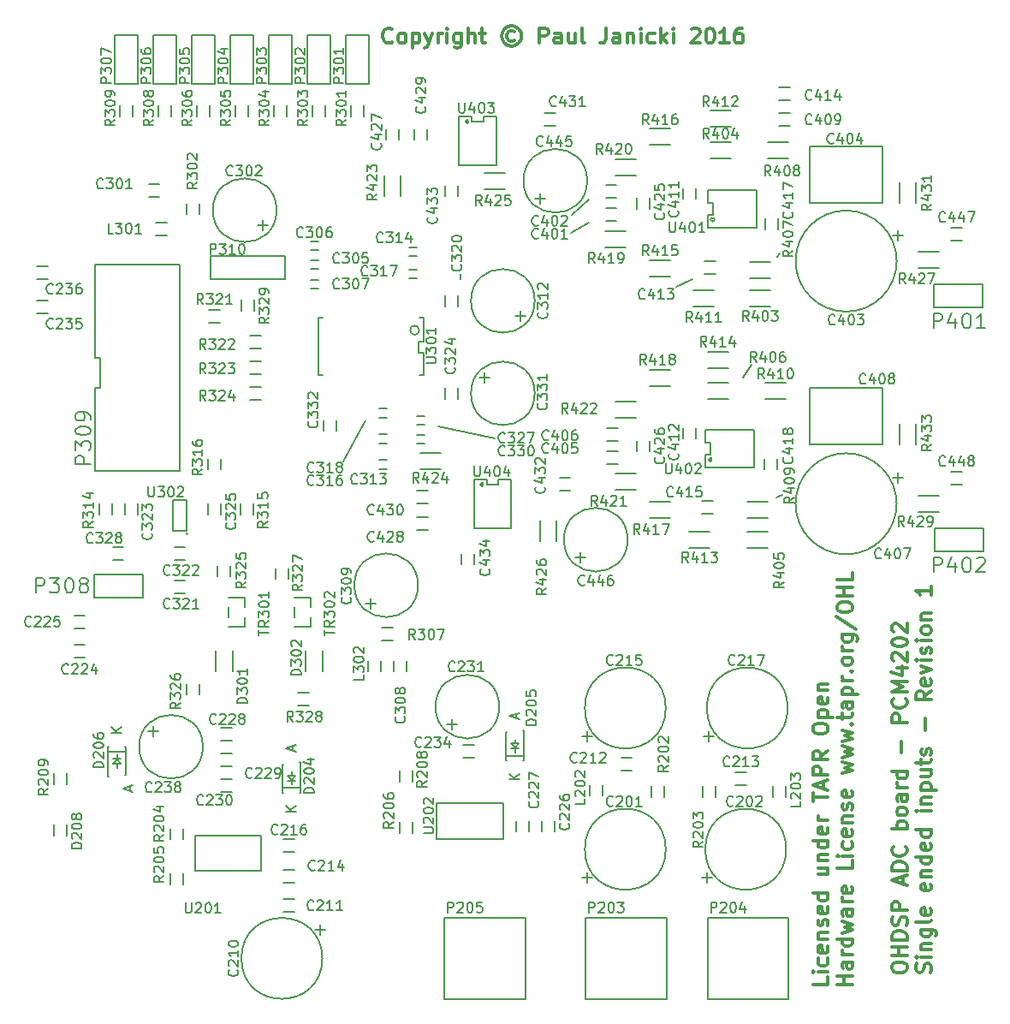
<source format=gto>
G04 #@! TF.FileFunction,Legend,Top*
%FSLAX46Y46*%
G04 Gerber Fmt 4.6, Leading zero omitted, Abs format (unit mm)*
G04 Created by KiCad (PCBNEW 4.0.1-stable) date 19/01/2016 21:52:03*
%MOMM*%
G01*
G04 APERTURE LIST*
%ADD10C,0.100000*%
%ADD11C,0.300000*%
%ADD12C,0.150000*%
G04 APERTURE END LIST*
D10*
D11*
X37917286Y97000286D02*
X37845857Y96928857D01*
X37631571Y96857429D01*
X37488714Y96857429D01*
X37274429Y96928857D01*
X37131571Y97071714D01*
X37060143Y97214571D01*
X36988714Y97500286D01*
X36988714Y97714571D01*
X37060143Y98000286D01*
X37131571Y98143143D01*
X37274429Y98286000D01*
X37488714Y98357429D01*
X37631571Y98357429D01*
X37845857Y98286000D01*
X37917286Y98214571D01*
X38774429Y96857429D02*
X38631571Y96928857D01*
X38560143Y97000286D01*
X38488714Y97143143D01*
X38488714Y97571714D01*
X38560143Y97714571D01*
X38631571Y97786000D01*
X38774429Y97857429D01*
X38988714Y97857429D01*
X39131571Y97786000D01*
X39203000Y97714571D01*
X39274429Y97571714D01*
X39274429Y97143143D01*
X39203000Y97000286D01*
X39131571Y96928857D01*
X38988714Y96857429D01*
X38774429Y96857429D01*
X39917286Y97857429D02*
X39917286Y96357429D01*
X39917286Y97786000D02*
X40060143Y97857429D01*
X40345857Y97857429D01*
X40488714Y97786000D01*
X40560143Y97714571D01*
X40631572Y97571714D01*
X40631572Y97143143D01*
X40560143Y97000286D01*
X40488714Y96928857D01*
X40345857Y96857429D01*
X40060143Y96857429D01*
X39917286Y96928857D01*
X41131572Y97857429D02*
X41488715Y96857429D01*
X41845857Y97857429D02*
X41488715Y96857429D01*
X41345857Y96500286D01*
X41274429Y96428857D01*
X41131572Y96357429D01*
X42417286Y96857429D02*
X42417286Y97857429D01*
X42417286Y97571714D02*
X42488714Y97714571D01*
X42560143Y97786000D01*
X42703000Y97857429D01*
X42845857Y97857429D01*
X43345857Y96857429D02*
X43345857Y97857429D01*
X43345857Y98357429D02*
X43274428Y98286000D01*
X43345857Y98214571D01*
X43417285Y98286000D01*
X43345857Y98357429D01*
X43345857Y98214571D01*
X44703000Y97857429D02*
X44703000Y96643143D01*
X44631571Y96500286D01*
X44560143Y96428857D01*
X44417286Y96357429D01*
X44203000Y96357429D01*
X44060143Y96428857D01*
X44703000Y96928857D02*
X44560143Y96857429D01*
X44274429Y96857429D01*
X44131571Y96928857D01*
X44060143Y97000286D01*
X43988714Y97143143D01*
X43988714Y97571714D01*
X44060143Y97714571D01*
X44131571Y97786000D01*
X44274429Y97857429D01*
X44560143Y97857429D01*
X44703000Y97786000D01*
X45417286Y96857429D02*
X45417286Y98357429D01*
X46060143Y96857429D02*
X46060143Y97643143D01*
X45988714Y97786000D01*
X45845857Y97857429D01*
X45631572Y97857429D01*
X45488714Y97786000D01*
X45417286Y97714571D01*
X46560143Y97857429D02*
X47131572Y97857429D01*
X46774429Y98357429D02*
X46774429Y97071714D01*
X46845857Y96928857D01*
X46988715Y96857429D01*
X47131572Y96857429D01*
X49988715Y98000286D02*
X49845857Y98071714D01*
X49560143Y98071714D01*
X49417286Y98000286D01*
X49274429Y97857429D01*
X49203000Y97714571D01*
X49203000Y97428857D01*
X49274429Y97286000D01*
X49417286Y97143143D01*
X49560143Y97071714D01*
X49845857Y97071714D01*
X49988715Y97143143D01*
X49703000Y98571714D02*
X49345857Y98500286D01*
X48988715Y98286000D01*
X48774429Y97928857D01*
X48703000Y97571714D01*
X48774429Y97214571D01*
X48988715Y96857429D01*
X49345857Y96643143D01*
X49703000Y96571714D01*
X50060143Y96643143D01*
X50417286Y96857429D01*
X50631572Y97214571D01*
X50703000Y97571714D01*
X50631572Y97928857D01*
X50417286Y98286000D01*
X50060143Y98500286D01*
X49703000Y98571714D01*
X52488715Y96857429D02*
X52488715Y98357429D01*
X53060143Y98357429D01*
X53203001Y98286000D01*
X53274429Y98214571D01*
X53345858Y98071714D01*
X53345858Y97857429D01*
X53274429Y97714571D01*
X53203001Y97643143D01*
X53060143Y97571714D01*
X52488715Y97571714D01*
X54631572Y96857429D02*
X54631572Y97643143D01*
X54560143Y97786000D01*
X54417286Y97857429D01*
X54131572Y97857429D01*
X53988715Y97786000D01*
X54631572Y96928857D02*
X54488715Y96857429D01*
X54131572Y96857429D01*
X53988715Y96928857D01*
X53917286Y97071714D01*
X53917286Y97214571D01*
X53988715Y97357429D01*
X54131572Y97428857D01*
X54488715Y97428857D01*
X54631572Y97500286D01*
X55988715Y97857429D02*
X55988715Y96857429D01*
X55345858Y97857429D02*
X55345858Y97071714D01*
X55417286Y96928857D01*
X55560144Y96857429D01*
X55774429Y96857429D01*
X55917286Y96928857D01*
X55988715Y97000286D01*
X56917287Y96857429D02*
X56774429Y96928857D01*
X56703001Y97071714D01*
X56703001Y98357429D01*
X59060143Y98357429D02*
X59060143Y97286000D01*
X58988715Y97071714D01*
X58845858Y96928857D01*
X58631572Y96857429D01*
X58488715Y96857429D01*
X60417286Y96857429D02*
X60417286Y97643143D01*
X60345857Y97786000D01*
X60203000Y97857429D01*
X59917286Y97857429D01*
X59774429Y97786000D01*
X60417286Y96928857D02*
X60274429Y96857429D01*
X59917286Y96857429D01*
X59774429Y96928857D01*
X59703000Y97071714D01*
X59703000Y97214571D01*
X59774429Y97357429D01*
X59917286Y97428857D01*
X60274429Y97428857D01*
X60417286Y97500286D01*
X61131572Y97857429D02*
X61131572Y96857429D01*
X61131572Y97714571D02*
X61203000Y97786000D01*
X61345858Y97857429D01*
X61560143Y97857429D01*
X61703000Y97786000D01*
X61774429Y97643143D01*
X61774429Y96857429D01*
X62488715Y96857429D02*
X62488715Y97857429D01*
X62488715Y98357429D02*
X62417286Y98286000D01*
X62488715Y98214571D01*
X62560143Y98286000D01*
X62488715Y98357429D01*
X62488715Y98214571D01*
X63845858Y96928857D02*
X63703001Y96857429D01*
X63417287Y96857429D01*
X63274429Y96928857D01*
X63203001Y97000286D01*
X63131572Y97143143D01*
X63131572Y97571714D01*
X63203001Y97714571D01*
X63274429Y97786000D01*
X63417287Y97857429D01*
X63703001Y97857429D01*
X63845858Y97786000D01*
X64488715Y96857429D02*
X64488715Y98357429D01*
X64631572Y97428857D02*
X65060143Y96857429D01*
X65060143Y97857429D02*
X64488715Y97286000D01*
X65703001Y96857429D02*
X65703001Y97857429D01*
X65703001Y98357429D02*
X65631572Y98286000D01*
X65703001Y98214571D01*
X65774429Y98286000D01*
X65703001Y98357429D01*
X65703001Y98214571D01*
X67488715Y98214571D02*
X67560144Y98286000D01*
X67703001Y98357429D01*
X68060144Y98357429D01*
X68203001Y98286000D01*
X68274430Y98214571D01*
X68345858Y98071714D01*
X68345858Y97928857D01*
X68274430Y97714571D01*
X67417287Y96857429D01*
X68345858Y96857429D01*
X69274429Y98357429D02*
X69417286Y98357429D01*
X69560143Y98286000D01*
X69631572Y98214571D01*
X69703001Y98071714D01*
X69774429Y97786000D01*
X69774429Y97428857D01*
X69703001Y97143143D01*
X69631572Y97000286D01*
X69560143Y96928857D01*
X69417286Y96857429D01*
X69274429Y96857429D01*
X69131572Y96928857D01*
X69060143Y97000286D01*
X68988715Y97143143D01*
X68917286Y97428857D01*
X68917286Y97786000D01*
X68988715Y98071714D01*
X69060143Y98214571D01*
X69131572Y98286000D01*
X69274429Y98357429D01*
X71203000Y96857429D02*
X70345857Y96857429D01*
X70774429Y96857429D02*
X70774429Y98357429D01*
X70631572Y98143143D01*
X70488714Y98000286D01*
X70345857Y97928857D01*
X72488714Y98357429D02*
X72203000Y98357429D01*
X72060143Y98286000D01*
X71988714Y98214571D01*
X71845857Y98000286D01*
X71774428Y97714571D01*
X71774428Y97143143D01*
X71845857Y97000286D01*
X71917285Y96928857D01*
X72060143Y96857429D01*
X72345857Y96857429D01*
X72488714Y96928857D01*
X72560143Y97000286D01*
X72631571Y97143143D01*
X72631571Y97500286D01*
X72560143Y97643143D01*
X72488714Y97714571D01*
X72345857Y97786000D01*
X72060143Y97786000D01*
X71917285Y97714571D01*
X71845857Y97643143D01*
X71774428Y97500286D01*
D12*
X65958000Y72784500D02*
X67609000Y73546500D01*
X76245000Y76086500D02*
X75991000Y75705500D01*
X55544000Y78118500D02*
X57322000Y79134500D01*
X55671000Y79896500D02*
X57322000Y81420500D01*
X73451000Y65037500D02*
X72562000Y63767500D01*
X76499000Y52210500D02*
X75864000Y51956500D01*
X33065000Y55512500D02*
X35224000Y59576500D01*
X48051000Y57798500D02*
X42463000Y58941500D01*
X44622000Y74054500D02*
X44622000Y73546500D01*
D11*
X81012571Y4500429D02*
X81012571Y3786143D01*
X79512571Y3786143D01*
X81012571Y5000429D02*
X80012571Y5000429D01*
X79512571Y5000429D02*
X79584000Y4929000D01*
X79655429Y5000429D01*
X79584000Y5071857D01*
X79512571Y5000429D01*
X79655429Y5000429D01*
X80941143Y6357572D02*
X81012571Y6214715D01*
X81012571Y5929001D01*
X80941143Y5786143D01*
X80869714Y5714715D01*
X80726857Y5643286D01*
X80298286Y5643286D01*
X80155429Y5714715D01*
X80084000Y5786143D01*
X80012571Y5929001D01*
X80012571Y6214715D01*
X80084000Y6357572D01*
X80941143Y7571857D02*
X81012571Y7429000D01*
X81012571Y7143286D01*
X80941143Y7000429D01*
X80798286Y6929000D01*
X80226857Y6929000D01*
X80084000Y7000429D01*
X80012571Y7143286D01*
X80012571Y7429000D01*
X80084000Y7571857D01*
X80226857Y7643286D01*
X80369714Y7643286D01*
X80512571Y6929000D01*
X80012571Y8286143D02*
X81012571Y8286143D01*
X80155429Y8286143D02*
X80084000Y8357571D01*
X80012571Y8500429D01*
X80012571Y8714714D01*
X80084000Y8857571D01*
X80226857Y8929000D01*
X81012571Y8929000D01*
X80941143Y9571857D02*
X81012571Y9714714D01*
X81012571Y10000429D01*
X80941143Y10143286D01*
X80798286Y10214714D01*
X80726857Y10214714D01*
X80584000Y10143286D01*
X80512571Y10000429D01*
X80512571Y9786143D01*
X80441143Y9643286D01*
X80298286Y9571857D01*
X80226857Y9571857D01*
X80084000Y9643286D01*
X80012571Y9786143D01*
X80012571Y10000429D01*
X80084000Y10143286D01*
X80941143Y11429000D02*
X81012571Y11286143D01*
X81012571Y11000429D01*
X80941143Y10857572D01*
X80798286Y10786143D01*
X80226857Y10786143D01*
X80084000Y10857572D01*
X80012571Y11000429D01*
X80012571Y11286143D01*
X80084000Y11429000D01*
X80226857Y11500429D01*
X80369714Y11500429D01*
X80512571Y10786143D01*
X81012571Y12786143D02*
X79512571Y12786143D01*
X80941143Y12786143D02*
X81012571Y12643286D01*
X81012571Y12357572D01*
X80941143Y12214714D01*
X80869714Y12143286D01*
X80726857Y12071857D01*
X80298286Y12071857D01*
X80155429Y12143286D01*
X80084000Y12214714D01*
X80012571Y12357572D01*
X80012571Y12643286D01*
X80084000Y12786143D01*
X80012571Y15286143D02*
X81012571Y15286143D01*
X80012571Y14643286D02*
X80798286Y14643286D01*
X80941143Y14714714D01*
X81012571Y14857572D01*
X81012571Y15071857D01*
X80941143Y15214714D01*
X80869714Y15286143D01*
X80012571Y16000429D02*
X81012571Y16000429D01*
X80155429Y16000429D02*
X80084000Y16071857D01*
X80012571Y16214715D01*
X80012571Y16429000D01*
X80084000Y16571857D01*
X80226857Y16643286D01*
X81012571Y16643286D01*
X81012571Y18000429D02*
X79512571Y18000429D01*
X80941143Y18000429D02*
X81012571Y17857572D01*
X81012571Y17571858D01*
X80941143Y17429000D01*
X80869714Y17357572D01*
X80726857Y17286143D01*
X80298286Y17286143D01*
X80155429Y17357572D01*
X80084000Y17429000D01*
X80012571Y17571858D01*
X80012571Y17857572D01*
X80084000Y18000429D01*
X80941143Y19286143D02*
X81012571Y19143286D01*
X81012571Y18857572D01*
X80941143Y18714715D01*
X80798286Y18643286D01*
X80226857Y18643286D01*
X80084000Y18714715D01*
X80012571Y18857572D01*
X80012571Y19143286D01*
X80084000Y19286143D01*
X80226857Y19357572D01*
X80369714Y19357572D01*
X80512571Y18643286D01*
X81012571Y20000429D02*
X80012571Y20000429D01*
X80298286Y20000429D02*
X80155429Y20071857D01*
X80084000Y20143286D01*
X80012571Y20286143D01*
X80012571Y20429000D01*
X79512571Y21857571D02*
X79512571Y22714714D01*
X81012571Y22286143D02*
X79512571Y22286143D01*
X80584000Y23143285D02*
X80584000Y23857571D01*
X81012571Y23000428D02*
X79512571Y23500428D01*
X81012571Y24000428D01*
X81012571Y24500428D02*
X79512571Y24500428D01*
X79512571Y25071856D01*
X79584000Y25214714D01*
X79655429Y25286142D01*
X79798286Y25357571D01*
X80012571Y25357571D01*
X80155429Y25286142D01*
X80226857Y25214714D01*
X80298286Y25071856D01*
X80298286Y24500428D01*
X81012571Y26857571D02*
X80298286Y26357571D01*
X81012571Y26000428D02*
X79512571Y26000428D01*
X79512571Y26571856D01*
X79584000Y26714714D01*
X79655429Y26786142D01*
X79798286Y26857571D01*
X80012571Y26857571D01*
X80155429Y26786142D01*
X80226857Y26714714D01*
X80298286Y26571856D01*
X80298286Y26000428D01*
X79512571Y28928999D02*
X79512571Y29214713D01*
X79584000Y29357571D01*
X79726857Y29500428D01*
X80012571Y29571856D01*
X80512571Y29571856D01*
X80798286Y29500428D01*
X80941143Y29357571D01*
X81012571Y29214713D01*
X81012571Y28928999D01*
X80941143Y28786142D01*
X80798286Y28643285D01*
X80512571Y28571856D01*
X80012571Y28571856D01*
X79726857Y28643285D01*
X79584000Y28786142D01*
X79512571Y28928999D01*
X80012571Y30214714D02*
X81512571Y30214714D01*
X80084000Y30214714D02*
X80012571Y30357571D01*
X80012571Y30643285D01*
X80084000Y30786142D01*
X80155429Y30857571D01*
X80298286Y30929000D01*
X80726857Y30929000D01*
X80869714Y30857571D01*
X80941143Y30786142D01*
X81012571Y30643285D01*
X81012571Y30357571D01*
X80941143Y30214714D01*
X80941143Y32143285D02*
X81012571Y32000428D01*
X81012571Y31714714D01*
X80941143Y31571857D01*
X80798286Y31500428D01*
X80226857Y31500428D01*
X80084000Y31571857D01*
X80012571Y31714714D01*
X80012571Y32000428D01*
X80084000Y32143285D01*
X80226857Y32214714D01*
X80369714Y32214714D01*
X80512571Y31500428D01*
X80012571Y32857571D02*
X81012571Y32857571D01*
X80155429Y32857571D02*
X80084000Y32928999D01*
X80012571Y33071857D01*
X80012571Y33286142D01*
X80084000Y33428999D01*
X80226857Y33500428D01*
X81012571Y33500428D01*
X83412571Y3786143D02*
X81912571Y3786143D01*
X82626857Y3786143D02*
X82626857Y4643286D01*
X83412571Y4643286D02*
X81912571Y4643286D01*
X83412571Y6000429D02*
X82626857Y6000429D01*
X82484000Y5929000D01*
X82412571Y5786143D01*
X82412571Y5500429D01*
X82484000Y5357572D01*
X83341143Y6000429D02*
X83412571Y5857572D01*
X83412571Y5500429D01*
X83341143Y5357572D01*
X83198286Y5286143D01*
X83055429Y5286143D01*
X82912571Y5357572D01*
X82841143Y5500429D01*
X82841143Y5857572D01*
X82769714Y6000429D01*
X83412571Y6714715D02*
X82412571Y6714715D01*
X82698286Y6714715D02*
X82555429Y6786143D01*
X82484000Y6857572D01*
X82412571Y7000429D01*
X82412571Y7143286D01*
X83412571Y8286143D02*
X81912571Y8286143D01*
X83341143Y8286143D02*
X83412571Y8143286D01*
X83412571Y7857572D01*
X83341143Y7714714D01*
X83269714Y7643286D01*
X83126857Y7571857D01*
X82698286Y7571857D01*
X82555429Y7643286D01*
X82484000Y7714714D01*
X82412571Y7857572D01*
X82412571Y8143286D01*
X82484000Y8286143D01*
X82412571Y8857572D02*
X83412571Y9143286D01*
X82698286Y9429000D01*
X83412571Y9714715D01*
X82412571Y10000429D01*
X83412571Y11214715D02*
X82626857Y11214715D01*
X82484000Y11143286D01*
X82412571Y11000429D01*
X82412571Y10714715D01*
X82484000Y10571858D01*
X83341143Y11214715D02*
X83412571Y11071858D01*
X83412571Y10714715D01*
X83341143Y10571858D01*
X83198286Y10500429D01*
X83055429Y10500429D01*
X82912571Y10571858D01*
X82841143Y10714715D01*
X82841143Y11071858D01*
X82769714Y11214715D01*
X83412571Y11929001D02*
X82412571Y11929001D01*
X82698286Y11929001D02*
X82555429Y12000429D01*
X82484000Y12071858D01*
X82412571Y12214715D01*
X82412571Y12357572D01*
X83341143Y13429000D02*
X83412571Y13286143D01*
X83412571Y13000429D01*
X83341143Y12857572D01*
X83198286Y12786143D01*
X82626857Y12786143D01*
X82484000Y12857572D01*
X82412571Y13000429D01*
X82412571Y13286143D01*
X82484000Y13429000D01*
X82626857Y13500429D01*
X82769714Y13500429D01*
X82912571Y12786143D01*
X83412571Y16000429D02*
X83412571Y15286143D01*
X81912571Y15286143D01*
X83412571Y16500429D02*
X82412571Y16500429D01*
X81912571Y16500429D02*
X81984000Y16429000D01*
X82055429Y16500429D01*
X81984000Y16571857D01*
X81912571Y16500429D01*
X82055429Y16500429D01*
X83341143Y17857572D02*
X83412571Y17714715D01*
X83412571Y17429001D01*
X83341143Y17286143D01*
X83269714Y17214715D01*
X83126857Y17143286D01*
X82698286Y17143286D01*
X82555429Y17214715D01*
X82484000Y17286143D01*
X82412571Y17429001D01*
X82412571Y17714715D01*
X82484000Y17857572D01*
X83341143Y19071857D02*
X83412571Y18929000D01*
X83412571Y18643286D01*
X83341143Y18500429D01*
X83198286Y18429000D01*
X82626857Y18429000D01*
X82484000Y18500429D01*
X82412571Y18643286D01*
X82412571Y18929000D01*
X82484000Y19071857D01*
X82626857Y19143286D01*
X82769714Y19143286D01*
X82912571Y18429000D01*
X82412571Y19786143D02*
X83412571Y19786143D01*
X82555429Y19786143D02*
X82484000Y19857571D01*
X82412571Y20000429D01*
X82412571Y20214714D01*
X82484000Y20357571D01*
X82626857Y20429000D01*
X83412571Y20429000D01*
X83341143Y21071857D02*
X83412571Y21214714D01*
X83412571Y21500429D01*
X83341143Y21643286D01*
X83198286Y21714714D01*
X83126857Y21714714D01*
X82984000Y21643286D01*
X82912571Y21500429D01*
X82912571Y21286143D01*
X82841143Y21143286D01*
X82698286Y21071857D01*
X82626857Y21071857D01*
X82484000Y21143286D01*
X82412571Y21286143D01*
X82412571Y21500429D01*
X82484000Y21643286D01*
X83341143Y22929000D02*
X83412571Y22786143D01*
X83412571Y22500429D01*
X83341143Y22357572D01*
X83198286Y22286143D01*
X82626857Y22286143D01*
X82484000Y22357572D01*
X82412571Y22500429D01*
X82412571Y22786143D01*
X82484000Y22929000D01*
X82626857Y23000429D01*
X82769714Y23000429D01*
X82912571Y22286143D01*
X82412571Y24643286D02*
X83412571Y24929000D01*
X82698286Y25214714D01*
X83412571Y25500429D01*
X82412571Y25786143D01*
X82412571Y26214715D02*
X83412571Y26500429D01*
X82698286Y26786143D01*
X83412571Y27071858D01*
X82412571Y27357572D01*
X82412571Y27786144D02*
X83412571Y28071858D01*
X82698286Y28357572D01*
X83412571Y28643287D01*
X82412571Y28929001D01*
X83269714Y29500430D02*
X83341143Y29571858D01*
X83412571Y29500430D01*
X83341143Y29429001D01*
X83269714Y29500430D01*
X83412571Y29500430D01*
X82412571Y30000430D02*
X82412571Y30571859D01*
X81912571Y30214716D02*
X83198286Y30214716D01*
X83341143Y30286144D01*
X83412571Y30429002D01*
X83412571Y30571859D01*
X83412571Y31714716D02*
X82626857Y31714716D01*
X82484000Y31643287D01*
X82412571Y31500430D01*
X82412571Y31214716D01*
X82484000Y31071859D01*
X83341143Y31714716D02*
X83412571Y31571859D01*
X83412571Y31214716D01*
X83341143Y31071859D01*
X83198286Y31000430D01*
X83055429Y31000430D01*
X82912571Y31071859D01*
X82841143Y31214716D01*
X82841143Y31571859D01*
X82769714Y31714716D01*
X82412571Y32429002D02*
X83912571Y32429002D01*
X82484000Y32429002D02*
X82412571Y32571859D01*
X82412571Y32857573D01*
X82484000Y33000430D01*
X82555429Y33071859D01*
X82698286Y33143288D01*
X83126857Y33143288D01*
X83269714Y33071859D01*
X83341143Y33000430D01*
X83412571Y32857573D01*
X83412571Y32571859D01*
X83341143Y32429002D01*
X83412571Y33786145D02*
X82412571Y33786145D01*
X82698286Y33786145D02*
X82555429Y33857573D01*
X82484000Y33929002D01*
X82412571Y34071859D01*
X82412571Y34214716D01*
X83269714Y34714716D02*
X83341143Y34786144D01*
X83412571Y34714716D01*
X83341143Y34643287D01*
X83269714Y34714716D01*
X83412571Y34714716D01*
X83412571Y35643288D02*
X83341143Y35500430D01*
X83269714Y35429002D01*
X83126857Y35357573D01*
X82698286Y35357573D01*
X82555429Y35429002D01*
X82484000Y35500430D01*
X82412571Y35643288D01*
X82412571Y35857573D01*
X82484000Y36000430D01*
X82555429Y36071859D01*
X82698286Y36143288D01*
X83126857Y36143288D01*
X83269714Y36071859D01*
X83341143Y36000430D01*
X83412571Y35857573D01*
X83412571Y35643288D01*
X83412571Y36786145D02*
X82412571Y36786145D01*
X82698286Y36786145D02*
X82555429Y36857573D01*
X82484000Y36929002D01*
X82412571Y37071859D01*
X82412571Y37214716D01*
X82412571Y38357573D02*
X83626857Y38357573D01*
X83769714Y38286144D01*
X83841143Y38214716D01*
X83912571Y38071859D01*
X83912571Y37857573D01*
X83841143Y37714716D01*
X83341143Y38357573D02*
X83412571Y38214716D01*
X83412571Y37929002D01*
X83341143Y37786144D01*
X83269714Y37714716D01*
X83126857Y37643287D01*
X82698286Y37643287D01*
X82555429Y37714716D01*
X82484000Y37786144D01*
X82412571Y37929002D01*
X82412571Y38214716D01*
X82484000Y38357573D01*
X81841143Y40143287D02*
X83769714Y38857573D01*
X81912571Y40929002D02*
X81912571Y41214716D01*
X81984000Y41357574D01*
X82126857Y41500431D01*
X82412571Y41571859D01*
X82912571Y41571859D01*
X83198286Y41500431D01*
X83341143Y41357574D01*
X83412571Y41214716D01*
X83412571Y40929002D01*
X83341143Y40786145D01*
X83198286Y40643288D01*
X82912571Y40571859D01*
X82412571Y40571859D01*
X82126857Y40643288D01*
X81984000Y40786145D01*
X81912571Y40929002D01*
X83412571Y42214717D02*
X81912571Y42214717D01*
X82626857Y42214717D02*
X82626857Y43071860D01*
X83412571Y43071860D02*
X81912571Y43071860D01*
X83412571Y44500432D02*
X83412571Y43786146D01*
X81912571Y43786146D01*
X87323071Y5341857D02*
X87323071Y5627571D01*
X87394500Y5770429D01*
X87537357Y5913286D01*
X87823071Y5984714D01*
X88323071Y5984714D01*
X88608786Y5913286D01*
X88751643Y5770429D01*
X88823071Y5627571D01*
X88823071Y5341857D01*
X88751643Y5199000D01*
X88608786Y5056143D01*
X88323071Y4984714D01*
X87823071Y4984714D01*
X87537357Y5056143D01*
X87394500Y5199000D01*
X87323071Y5341857D01*
X88823071Y6627572D02*
X87323071Y6627572D01*
X88037357Y6627572D02*
X88037357Y7484715D01*
X88823071Y7484715D02*
X87323071Y7484715D01*
X88823071Y8199001D02*
X87323071Y8199001D01*
X87323071Y8556144D01*
X87394500Y8770429D01*
X87537357Y8913287D01*
X87680214Y8984715D01*
X87965929Y9056144D01*
X88180214Y9056144D01*
X88465929Y8984715D01*
X88608786Y8913287D01*
X88751643Y8770429D01*
X88823071Y8556144D01*
X88823071Y8199001D01*
X88751643Y9627572D02*
X88823071Y9841858D01*
X88823071Y10199001D01*
X88751643Y10341858D01*
X88680214Y10413287D01*
X88537357Y10484715D01*
X88394500Y10484715D01*
X88251643Y10413287D01*
X88180214Y10341858D01*
X88108786Y10199001D01*
X88037357Y9913287D01*
X87965929Y9770429D01*
X87894500Y9699001D01*
X87751643Y9627572D01*
X87608786Y9627572D01*
X87465929Y9699001D01*
X87394500Y9770429D01*
X87323071Y9913287D01*
X87323071Y10270429D01*
X87394500Y10484715D01*
X88823071Y11127572D02*
X87323071Y11127572D01*
X87323071Y11699000D01*
X87394500Y11841858D01*
X87465929Y11913286D01*
X87608786Y11984715D01*
X87823071Y11984715D01*
X87965929Y11913286D01*
X88037357Y11841858D01*
X88108786Y11699000D01*
X88108786Y11127572D01*
X88394500Y13699000D02*
X88394500Y14413286D01*
X88823071Y13556143D02*
X87323071Y14056143D01*
X88823071Y14556143D01*
X88823071Y15056143D02*
X87323071Y15056143D01*
X87323071Y15413286D01*
X87394500Y15627571D01*
X87537357Y15770429D01*
X87680214Y15841857D01*
X87965929Y15913286D01*
X88180214Y15913286D01*
X88465929Y15841857D01*
X88608786Y15770429D01*
X88751643Y15627571D01*
X88823071Y15413286D01*
X88823071Y15056143D01*
X88680214Y17413286D02*
X88751643Y17341857D01*
X88823071Y17127571D01*
X88823071Y16984714D01*
X88751643Y16770429D01*
X88608786Y16627571D01*
X88465929Y16556143D01*
X88180214Y16484714D01*
X87965929Y16484714D01*
X87680214Y16556143D01*
X87537357Y16627571D01*
X87394500Y16770429D01*
X87323071Y16984714D01*
X87323071Y17127571D01*
X87394500Y17341857D01*
X87465929Y17413286D01*
X88823071Y19199000D02*
X87323071Y19199000D01*
X87894500Y19199000D02*
X87823071Y19341857D01*
X87823071Y19627571D01*
X87894500Y19770428D01*
X87965929Y19841857D01*
X88108786Y19913286D01*
X88537357Y19913286D01*
X88680214Y19841857D01*
X88751643Y19770428D01*
X88823071Y19627571D01*
X88823071Y19341857D01*
X88751643Y19199000D01*
X88823071Y20770429D02*
X88751643Y20627571D01*
X88680214Y20556143D01*
X88537357Y20484714D01*
X88108786Y20484714D01*
X87965929Y20556143D01*
X87894500Y20627571D01*
X87823071Y20770429D01*
X87823071Y20984714D01*
X87894500Y21127571D01*
X87965929Y21199000D01*
X88108786Y21270429D01*
X88537357Y21270429D01*
X88680214Y21199000D01*
X88751643Y21127571D01*
X88823071Y20984714D01*
X88823071Y20770429D01*
X88823071Y22556143D02*
X88037357Y22556143D01*
X87894500Y22484714D01*
X87823071Y22341857D01*
X87823071Y22056143D01*
X87894500Y21913286D01*
X88751643Y22556143D02*
X88823071Y22413286D01*
X88823071Y22056143D01*
X88751643Y21913286D01*
X88608786Y21841857D01*
X88465929Y21841857D01*
X88323071Y21913286D01*
X88251643Y22056143D01*
X88251643Y22413286D01*
X88180214Y22556143D01*
X88823071Y23270429D02*
X87823071Y23270429D01*
X88108786Y23270429D02*
X87965929Y23341857D01*
X87894500Y23413286D01*
X87823071Y23556143D01*
X87823071Y23699000D01*
X88823071Y24841857D02*
X87323071Y24841857D01*
X88751643Y24841857D02*
X88823071Y24699000D01*
X88823071Y24413286D01*
X88751643Y24270428D01*
X88680214Y24199000D01*
X88537357Y24127571D01*
X88108786Y24127571D01*
X87965929Y24199000D01*
X87894500Y24270428D01*
X87823071Y24413286D01*
X87823071Y24699000D01*
X87894500Y24841857D01*
X88251643Y26699000D02*
X88251643Y27841857D01*
X88823071Y29699000D02*
X87323071Y29699000D01*
X87323071Y30270428D01*
X87394500Y30413286D01*
X87465929Y30484714D01*
X87608786Y30556143D01*
X87823071Y30556143D01*
X87965929Y30484714D01*
X88037357Y30413286D01*
X88108786Y30270428D01*
X88108786Y29699000D01*
X88680214Y32056143D02*
X88751643Y31984714D01*
X88823071Y31770428D01*
X88823071Y31627571D01*
X88751643Y31413286D01*
X88608786Y31270428D01*
X88465929Y31199000D01*
X88180214Y31127571D01*
X87965929Y31127571D01*
X87680214Y31199000D01*
X87537357Y31270428D01*
X87394500Y31413286D01*
X87323071Y31627571D01*
X87323071Y31770428D01*
X87394500Y31984714D01*
X87465929Y32056143D01*
X88823071Y32699000D02*
X87323071Y32699000D01*
X88394500Y33199000D01*
X87323071Y33699000D01*
X88823071Y33699000D01*
X87823071Y35056143D02*
X88823071Y35056143D01*
X87251643Y34699000D02*
X88323071Y34341857D01*
X88323071Y35270429D01*
X87465929Y35770428D02*
X87394500Y35841857D01*
X87323071Y35984714D01*
X87323071Y36341857D01*
X87394500Y36484714D01*
X87465929Y36556143D01*
X87608786Y36627571D01*
X87751643Y36627571D01*
X87965929Y36556143D01*
X88823071Y35699000D01*
X88823071Y36627571D01*
X87323071Y37556142D02*
X87323071Y37698999D01*
X87394500Y37841856D01*
X87465929Y37913285D01*
X87608786Y37984714D01*
X87894500Y38056142D01*
X88251643Y38056142D01*
X88537357Y37984714D01*
X88680214Y37913285D01*
X88751643Y37841856D01*
X88823071Y37698999D01*
X88823071Y37556142D01*
X88751643Y37413285D01*
X88680214Y37341856D01*
X88537357Y37270428D01*
X88251643Y37198999D01*
X87894500Y37198999D01*
X87608786Y37270428D01*
X87465929Y37341856D01*
X87394500Y37413285D01*
X87323071Y37556142D01*
X87465929Y38627570D02*
X87394500Y38698999D01*
X87323071Y38841856D01*
X87323071Y39198999D01*
X87394500Y39341856D01*
X87465929Y39413285D01*
X87608786Y39484713D01*
X87751643Y39484713D01*
X87965929Y39413285D01*
X88823071Y38556142D01*
X88823071Y39484713D01*
X91151643Y4984714D02*
X91223071Y5199000D01*
X91223071Y5556143D01*
X91151643Y5699000D01*
X91080214Y5770429D01*
X90937357Y5841857D01*
X90794500Y5841857D01*
X90651643Y5770429D01*
X90580214Y5699000D01*
X90508786Y5556143D01*
X90437357Y5270429D01*
X90365929Y5127571D01*
X90294500Y5056143D01*
X90151643Y4984714D01*
X90008786Y4984714D01*
X89865929Y5056143D01*
X89794500Y5127571D01*
X89723071Y5270429D01*
X89723071Y5627571D01*
X89794500Y5841857D01*
X91223071Y6484714D02*
X90223071Y6484714D01*
X89723071Y6484714D02*
X89794500Y6413285D01*
X89865929Y6484714D01*
X89794500Y6556142D01*
X89723071Y6484714D01*
X89865929Y6484714D01*
X90223071Y7199000D02*
X91223071Y7199000D01*
X90365929Y7199000D02*
X90294500Y7270428D01*
X90223071Y7413286D01*
X90223071Y7627571D01*
X90294500Y7770428D01*
X90437357Y7841857D01*
X91223071Y7841857D01*
X90223071Y9199000D02*
X91437357Y9199000D01*
X91580214Y9127571D01*
X91651643Y9056143D01*
X91723071Y8913286D01*
X91723071Y8699000D01*
X91651643Y8556143D01*
X91151643Y9199000D02*
X91223071Y9056143D01*
X91223071Y8770429D01*
X91151643Y8627571D01*
X91080214Y8556143D01*
X90937357Y8484714D01*
X90508786Y8484714D01*
X90365929Y8556143D01*
X90294500Y8627571D01*
X90223071Y8770429D01*
X90223071Y9056143D01*
X90294500Y9199000D01*
X91223071Y10127572D02*
X91151643Y9984714D01*
X91008786Y9913286D01*
X89723071Y9913286D01*
X91151643Y11270428D02*
X91223071Y11127571D01*
X91223071Y10841857D01*
X91151643Y10699000D01*
X91008786Y10627571D01*
X90437357Y10627571D01*
X90294500Y10699000D01*
X90223071Y10841857D01*
X90223071Y11127571D01*
X90294500Y11270428D01*
X90437357Y11341857D01*
X90580214Y11341857D01*
X90723071Y10627571D01*
X91151643Y13698999D02*
X91223071Y13556142D01*
X91223071Y13270428D01*
X91151643Y13127571D01*
X91008786Y13056142D01*
X90437357Y13056142D01*
X90294500Y13127571D01*
X90223071Y13270428D01*
X90223071Y13556142D01*
X90294500Y13698999D01*
X90437357Y13770428D01*
X90580214Y13770428D01*
X90723071Y13056142D01*
X90223071Y14413285D02*
X91223071Y14413285D01*
X90365929Y14413285D02*
X90294500Y14484713D01*
X90223071Y14627571D01*
X90223071Y14841856D01*
X90294500Y14984713D01*
X90437357Y15056142D01*
X91223071Y15056142D01*
X91223071Y16413285D02*
X89723071Y16413285D01*
X91151643Y16413285D02*
X91223071Y16270428D01*
X91223071Y15984714D01*
X91151643Y15841856D01*
X91080214Y15770428D01*
X90937357Y15698999D01*
X90508786Y15698999D01*
X90365929Y15770428D01*
X90294500Y15841856D01*
X90223071Y15984714D01*
X90223071Y16270428D01*
X90294500Y16413285D01*
X91151643Y17698999D02*
X91223071Y17556142D01*
X91223071Y17270428D01*
X91151643Y17127571D01*
X91008786Y17056142D01*
X90437357Y17056142D01*
X90294500Y17127571D01*
X90223071Y17270428D01*
X90223071Y17556142D01*
X90294500Y17698999D01*
X90437357Y17770428D01*
X90580214Y17770428D01*
X90723071Y17056142D01*
X91223071Y19056142D02*
X89723071Y19056142D01*
X91151643Y19056142D02*
X91223071Y18913285D01*
X91223071Y18627571D01*
X91151643Y18484713D01*
X91080214Y18413285D01*
X90937357Y18341856D01*
X90508786Y18341856D01*
X90365929Y18413285D01*
X90294500Y18484713D01*
X90223071Y18627571D01*
X90223071Y18913285D01*
X90294500Y19056142D01*
X91223071Y20913285D02*
X90223071Y20913285D01*
X89723071Y20913285D02*
X89794500Y20841856D01*
X89865929Y20913285D01*
X89794500Y20984713D01*
X89723071Y20913285D01*
X89865929Y20913285D01*
X90223071Y21627571D02*
X91223071Y21627571D01*
X90365929Y21627571D02*
X90294500Y21698999D01*
X90223071Y21841857D01*
X90223071Y22056142D01*
X90294500Y22198999D01*
X90437357Y22270428D01*
X91223071Y22270428D01*
X90223071Y22984714D02*
X91723071Y22984714D01*
X90294500Y22984714D02*
X90223071Y23127571D01*
X90223071Y23413285D01*
X90294500Y23556142D01*
X90365929Y23627571D01*
X90508786Y23699000D01*
X90937357Y23699000D01*
X91080214Y23627571D01*
X91151643Y23556142D01*
X91223071Y23413285D01*
X91223071Y23127571D01*
X91151643Y22984714D01*
X90223071Y24984714D02*
X91223071Y24984714D01*
X90223071Y24341857D02*
X91008786Y24341857D01*
X91151643Y24413285D01*
X91223071Y24556143D01*
X91223071Y24770428D01*
X91151643Y24913285D01*
X91080214Y24984714D01*
X90223071Y25484714D02*
X90223071Y26056143D01*
X89723071Y25699000D02*
X91008786Y25699000D01*
X91151643Y25770428D01*
X91223071Y25913286D01*
X91223071Y26056143D01*
X91151643Y26484714D02*
X91223071Y26627571D01*
X91223071Y26913286D01*
X91151643Y27056143D01*
X91008786Y27127571D01*
X90937357Y27127571D01*
X90794500Y27056143D01*
X90723071Y26913286D01*
X90723071Y26699000D01*
X90651643Y26556143D01*
X90508786Y26484714D01*
X90437357Y26484714D01*
X90294500Y26556143D01*
X90223071Y26699000D01*
X90223071Y26913286D01*
X90294500Y27056143D01*
X90651643Y28913286D02*
X90651643Y30056143D01*
X91223071Y32770429D02*
X90508786Y32270429D01*
X91223071Y31913286D02*
X89723071Y31913286D01*
X89723071Y32484714D01*
X89794500Y32627572D01*
X89865929Y32699000D01*
X90008786Y32770429D01*
X90223071Y32770429D01*
X90365929Y32699000D01*
X90437357Y32627572D01*
X90508786Y32484714D01*
X90508786Y31913286D01*
X91151643Y33984714D02*
X91223071Y33841857D01*
X91223071Y33556143D01*
X91151643Y33413286D01*
X91008786Y33341857D01*
X90437357Y33341857D01*
X90294500Y33413286D01*
X90223071Y33556143D01*
X90223071Y33841857D01*
X90294500Y33984714D01*
X90437357Y34056143D01*
X90580214Y34056143D01*
X90723071Y33341857D01*
X90223071Y34556143D02*
X91223071Y34913286D01*
X90223071Y35270428D01*
X91223071Y35841857D02*
X90223071Y35841857D01*
X89723071Y35841857D02*
X89794500Y35770428D01*
X89865929Y35841857D01*
X89794500Y35913285D01*
X89723071Y35841857D01*
X89865929Y35841857D01*
X91151643Y36484714D02*
X91223071Y36627571D01*
X91223071Y36913286D01*
X91151643Y37056143D01*
X91008786Y37127571D01*
X90937357Y37127571D01*
X90794500Y37056143D01*
X90723071Y36913286D01*
X90723071Y36699000D01*
X90651643Y36556143D01*
X90508786Y36484714D01*
X90437357Y36484714D01*
X90294500Y36556143D01*
X90223071Y36699000D01*
X90223071Y36913286D01*
X90294500Y37056143D01*
X91223071Y37770429D02*
X90223071Y37770429D01*
X89723071Y37770429D02*
X89794500Y37699000D01*
X89865929Y37770429D01*
X89794500Y37841857D01*
X89723071Y37770429D01*
X89865929Y37770429D01*
X91223071Y38699001D02*
X91151643Y38556143D01*
X91080214Y38484715D01*
X90937357Y38413286D01*
X90508786Y38413286D01*
X90365929Y38484715D01*
X90294500Y38556143D01*
X90223071Y38699001D01*
X90223071Y38913286D01*
X90294500Y39056143D01*
X90365929Y39127572D01*
X90508786Y39199001D01*
X90937357Y39199001D01*
X91080214Y39127572D01*
X91151643Y39056143D01*
X91223071Y38913286D01*
X91223071Y38699001D01*
X90223071Y39841858D02*
X91223071Y39841858D01*
X90365929Y39841858D02*
X90294500Y39913286D01*
X90223071Y40056144D01*
X90223071Y40270429D01*
X90294500Y40413286D01*
X90437357Y40484715D01*
X91223071Y40484715D01*
X91223071Y43127572D02*
X91223071Y42270429D01*
X91223071Y42699001D02*
X89723071Y42699001D01*
X89937357Y42556144D01*
X90080214Y42413286D01*
X90151643Y42270429D01*
D12*
X69343000Y75311500D02*
X69876400Y75311500D01*
X69343000Y75311500D02*
X68809600Y75311500D01*
X69343000Y74041500D02*
X69876400Y74041500D01*
X69343000Y74041500D02*
X68809600Y74041500D01*
X68708000Y70815700D02*
X67692000Y70815700D01*
X68708000Y70815700D02*
X69724000Y70815700D01*
X68708000Y72441300D02*
X69724000Y72441300D01*
X68708000Y72441300D02*
X67692000Y72441300D01*
X90932000Y50495200D02*
X89916000Y50495200D01*
X90932000Y50495200D02*
X91948000Y50495200D01*
X90932000Y52120800D02*
X91948000Y52120800D01*
X90932000Y52120800D02*
X89916000Y52120800D01*
X90932000Y74625200D02*
X89916000Y74625200D01*
X90932000Y74625200D02*
X91948000Y74625200D01*
X90932000Y76250800D02*
X91948000Y76250800D01*
X90932000Y76250800D02*
X89916000Y76250800D01*
X57151000Y14859500D02*
X57151000Y13843500D01*
X56643000Y14351500D02*
X57659000Y14351500D01*
X64961000Y17145500D02*
G75*
G03X64961000Y17145500I-4000000J0D01*
G01*
X69061000Y14859500D02*
X69061000Y13843500D01*
X68553000Y14351500D02*
X69569000Y14351500D01*
X76871000Y17145500D02*
G75*
G03X76871000Y17145500I-4000000J0D01*
G01*
X30797500Y8636500D02*
X30797500Y9652500D01*
X31305500Y9144500D02*
X30289500Y9144500D01*
X30987500Y6350500D02*
G75*
G03X30987500Y6350500I-4000000J0D01*
G01*
X27686000Y12192000D02*
X28219400Y12192000D01*
X27686000Y12192000D02*
X27152600Y12192000D01*
X27686000Y10922000D02*
X28219400Y10922000D01*
X27686000Y10922000D02*
X27152600Y10922000D01*
X61088000Y24892500D02*
X60554600Y24892500D01*
X61088000Y24892500D02*
X61621400Y24892500D01*
X61088000Y26162500D02*
X60554600Y26162500D01*
X61088000Y26162500D02*
X61621400Y26162500D01*
X72391000Y23495500D02*
X71857600Y23495500D01*
X72391000Y23495500D02*
X72924400Y23495500D01*
X72391000Y24765500D02*
X71857600Y24765500D01*
X72391000Y24765500D02*
X72924400Y24765500D01*
X27686000Y15113000D02*
X28219400Y15113000D01*
X27686000Y15113000D02*
X27152600Y15113000D01*
X27686000Y13843000D02*
X28219400Y13843000D01*
X27686000Y13843000D02*
X27152600Y13843000D01*
X57151000Y28829500D02*
X57151000Y27813500D01*
X56643000Y28321500D02*
X57659000Y28321500D01*
X64961000Y31115500D02*
G75*
G03X64961000Y31115500I-4000000J0D01*
G01*
X27686000Y18161000D02*
X28219400Y18161000D01*
X27686000Y18161000D02*
X27152600Y18161000D01*
X27686000Y16891000D02*
X28219400Y16891000D01*
X27686000Y16891000D02*
X27152600Y16891000D01*
X69216000Y28829500D02*
X69216000Y27813500D01*
X68708000Y28321500D02*
X69724000Y28321500D01*
X77026000Y31115500D02*
G75*
G03X77026000Y31115500I-4000000J0D01*
G01*
X52706000Y19431500D02*
X52706000Y19964900D01*
X52706000Y19431500D02*
X52706000Y18898100D01*
X53976000Y19431500D02*
X53976000Y19964900D01*
X53976000Y19431500D02*
X53976000Y18898100D01*
X50166000Y19431500D02*
X50166000Y19964900D01*
X50166000Y19431500D02*
X50166000Y18898100D01*
X51436000Y19431500D02*
X51436000Y19964900D01*
X51436000Y19431500D02*
X51436000Y18898100D01*
X21480400Y27885900D02*
X20947000Y27885900D01*
X21480400Y27885900D02*
X22013800Y27885900D01*
X21480400Y29155900D02*
X20947000Y29155900D01*
X21480400Y29155900D02*
X22013800Y29155900D01*
X21480400Y25345900D02*
X20947000Y25345900D01*
X21480400Y25345900D02*
X22013800Y25345900D01*
X21480400Y26615900D02*
X20947000Y26615900D01*
X21480400Y26615900D02*
X22013800Y26615900D01*
X21480400Y22805900D02*
X20947000Y22805900D01*
X21480400Y22805900D02*
X22013800Y22805900D01*
X21480400Y24075900D02*
X20947000Y24075900D01*
X21480400Y24075900D02*
X22013800Y24075900D01*
X43815000Y29972000D02*
X43815000Y28956000D01*
X43307000Y29464000D02*
X44323000Y29464000D01*
X48489397Y31242000D02*
G75*
G03X48489397Y31242000I-3150397J0D01*
G01*
X45466000Y26225500D02*
X44932600Y26225500D01*
X45466000Y26225500D02*
X45999400Y26225500D01*
X45466000Y27495500D02*
X44932600Y27495500D01*
X45466000Y27495500D02*
X45999400Y27495500D01*
X14351000Y82880700D02*
X14884400Y82880700D01*
X14351000Y82880700D02*
X13817600Y82880700D01*
X14351000Y81610700D02*
X14884400Y81610700D01*
X14351000Y81610700D02*
X13817600Y81610700D01*
X24588200Y78816700D02*
X25604200Y78816700D01*
X25096200Y78308700D02*
X25096200Y79324700D01*
X26468597Y80340700D02*
G75*
G03X26468597Y80340700I-3150397J0D01*
G01*
X30199000Y75362300D02*
X29818000Y75362300D01*
X30199000Y75362300D02*
X30580000Y75362300D01*
X30199000Y74498700D02*
X29818000Y74498700D01*
X30199000Y74498700D02*
X30580000Y74498700D01*
X30199000Y77267300D02*
X29818000Y77267300D01*
X30199000Y77267300D02*
X30580000Y77267300D01*
X30199000Y76403700D02*
X29818000Y76403700D01*
X30199000Y76403700D02*
X30580000Y76403700D01*
X30199000Y73457300D02*
X29818000Y73457300D01*
X30199000Y73457300D02*
X30580000Y73457300D01*
X30199000Y72593700D02*
X29818000Y72593700D01*
X30199000Y72593700D02*
X30580000Y72593700D01*
X38068300Y35250510D02*
X38068300Y35783910D01*
X38068300Y35250510D02*
X38068300Y34717110D01*
X39338300Y35250510D02*
X39338300Y35783910D01*
X39338300Y35250510D02*
X39338300Y34717110D01*
X35782300Y41981510D02*
X35782300Y40965510D01*
X35274300Y41473510D02*
X36290300Y41473510D01*
X40456697Y43251510D02*
G75*
G03X40456697Y43251510I-3150397J0D01*
G01*
X50119000Y69850500D02*
X51135000Y69850500D01*
X50627000Y69342500D02*
X50627000Y70358500D01*
X51999397Y71374500D02*
G75*
G03X51999397Y71374500I-3150397J0D01*
G01*
X36983400Y54762900D02*
X37364400Y54762900D01*
X36983400Y54762900D02*
X36602400Y54762900D01*
X36983400Y55626500D02*
X37364400Y55626500D01*
X36983400Y55626500D02*
X36602400Y55626500D01*
X36983400Y57302900D02*
X37364400Y57302900D01*
X36983400Y57302900D02*
X36602400Y57302900D01*
X36983400Y58166500D02*
X37364400Y58166500D01*
X36983400Y58166500D02*
X36602400Y58166500D01*
X36983400Y59842900D02*
X37364400Y59842900D01*
X36983400Y59842900D02*
X36602400Y59842900D01*
X36983400Y60706500D02*
X37364400Y60706500D01*
X36983400Y60706500D02*
X36602400Y60706500D01*
X44404000Y71374500D02*
X44404000Y70841100D01*
X44404000Y71374500D02*
X44404000Y71907900D01*
X43134000Y71374500D02*
X43134000Y70841100D01*
X43134000Y71374500D02*
X43134000Y71907900D01*
X16892000Y42418500D02*
X16358600Y42418500D01*
X16892000Y42418500D02*
X17425400Y42418500D01*
X16892000Y43688500D02*
X16358600Y43688500D01*
X16892000Y43688500D02*
X17425400Y43688500D01*
X16892000Y45720500D02*
X16358600Y45720500D01*
X16892000Y45720500D02*
X17425400Y45720500D01*
X16892000Y46990500D02*
X16358600Y46990500D01*
X16892000Y46990500D02*
X17425400Y46990500D01*
X11431000Y50800500D02*
X11431000Y51333900D01*
X11431000Y50800500D02*
X11431000Y50267100D01*
X12701000Y50800500D02*
X12701000Y51333900D01*
X12701000Y50800500D02*
X12701000Y50267100D01*
X43134000Y62230500D02*
X43134000Y62763900D01*
X43134000Y62230500D02*
X43134000Y61697100D01*
X44404000Y62230500D02*
X44404000Y62763900D01*
X44404000Y62230500D02*
X44404000Y61697100D01*
X19686000Y50800500D02*
X19686000Y51333900D01*
X19686000Y50800500D02*
X19686000Y50267100D01*
X20956000Y50800500D02*
X20956000Y51333900D01*
X20956000Y50800500D02*
X20956000Y50267100D01*
X10796000Y45720500D02*
X10262600Y45720500D01*
X10796000Y45720500D02*
X11329400Y45720500D01*
X10796000Y46990500D02*
X10262600Y46990500D01*
X10796000Y46990500D02*
X11329400Y46990500D01*
X47579000Y63754500D02*
X46563000Y63754500D01*
X47071000Y64262500D02*
X47071000Y63246500D01*
X51999397Y62230500D02*
G75*
G03X51999397Y62230500I-3150397J0D01*
G01*
X31116000Y59055500D02*
X31116000Y59588900D01*
X31116000Y59055500D02*
X31116000Y58522100D01*
X32386000Y59055500D02*
X32386000Y59588900D01*
X32386000Y59055500D02*
X32386000Y58522100D01*
X59563000Y79248000D02*
X59029600Y79248000D01*
X59563000Y79248000D02*
X60096400Y79248000D01*
X59563000Y80518000D02*
X59029600Y80518000D01*
X59563000Y80518000D02*
X60096400Y80518000D01*
X59563000Y82804000D02*
X60096400Y82804000D01*
X59563000Y82804000D02*
X59029600Y82804000D01*
X59563000Y81534000D02*
X60096400Y81534000D01*
X59563000Y81534000D02*
X59029600Y81534000D01*
X87884000Y77343000D02*
X87884000Y78359000D01*
X88392000Y77851000D02*
X87376000Y77851000D01*
X87804000Y75311000D02*
G75*
G03X87804000Y75311000I-5000000J0D01*
G01*
X86404000Y83820000D02*
X86404000Y81020000D01*
X86404000Y81020000D02*
X79204000Y81020000D01*
X79204000Y81020000D02*
X79204000Y86620000D01*
X79204000Y86620000D02*
X86404000Y86620000D01*
X86404000Y86620000D02*
X86404000Y83720000D01*
X87884000Y53340000D02*
X87884000Y54356000D01*
X88392000Y53848000D02*
X87376000Y53848000D01*
X87804000Y51308000D02*
G75*
G03X87804000Y51308000I-5000000J0D01*
G01*
X86404000Y59944000D02*
X86404000Y57144000D01*
X86404000Y57144000D02*
X79204000Y57144000D01*
X79204000Y57144000D02*
X79204000Y62744000D01*
X79204000Y62744000D02*
X86404000Y62744000D01*
X86404000Y62744000D02*
X86404000Y59844000D01*
X66676000Y81978500D02*
X66676000Y82511900D01*
X66676000Y81978500D02*
X66676000Y81445100D01*
X67946000Y81978500D02*
X67946000Y82511900D01*
X67946000Y81978500D02*
X67946000Y81445100D01*
X66675000Y58293000D02*
X66675000Y58826400D01*
X66675000Y58293000D02*
X66675000Y57759600D01*
X67945000Y58293000D02*
X67945000Y58826400D01*
X67945000Y58293000D02*
X67945000Y57759600D01*
X69076000Y51562000D02*
X69609400Y51562000D01*
X69076000Y51562000D02*
X68542600Y51562000D01*
X69076000Y50292000D02*
X69609400Y50292000D01*
X69076000Y50292000D02*
X68542600Y50292000D01*
X74803000Y78994000D02*
X74803000Y79527400D01*
X74803000Y78994000D02*
X74803000Y78460600D01*
X76073000Y78994000D02*
X76073000Y79527400D01*
X76073000Y78994000D02*
X76073000Y78460600D01*
X74739500Y55245000D02*
X74739500Y55778400D01*
X74739500Y55245000D02*
X74739500Y54711600D01*
X76009500Y55245000D02*
X76009500Y55778400D01*
X76009500Y55245000D02*
X76009500Y54711600D01*
X63374000Y81026500D02*
X63374000Y80493100D01*
X63374000Y81026500D02*
X63374000Y81559900D01*
X62104000Y81026500D02*
X62104000Y80493100D01*
X62104000Y81026500D02*
X62104000Y81559900D01*
X63374000Y57023500D02*
X63374000Y56490100D01*
X63374000Y57023500D02*
X63374000Y57556900D01*
X62104000Y57023500D02*
X62104000Y56490100D01*
X62104000Y57023500D02*
X62104000Y57556900D01*
X38545500Y87821000D02*
X38545500Y87287600D01*
X38545500Y87821000D02*
X38545500Y88354400D01*
X37275500Y87821000D02*
X37275500Y87287600D01*
X37275500Y87821000D02*
X37275500Y88354400D01*
X40895000Y49975000D02*
X41428400Y49975000D01*
X40895000Y49975000D02*
X40361600Y49975000D01*
X40895000Y48705000D02*
X41428400Y48705000D01*
X40895000Y48705000D02*
X40361600Y48705000D01*
X41339500Y87821000D02*
X41339500Y87287600D01*
X41339500Y87821000D02*
X41339500Y88354400D01*
X40069500Y87821000D02*
X40069500Y87287600D01*
X40069500Y87821000D02*
X40069500Y88354400D01*
X40895000Y52578500D02*
X41428400Y52578500D01*
X40895000Y52578500D02*
X40361600Y52578500D01*
X40895000Y51308500D02*
X41428400Y51308500D01*
X40895000Y51308500D02*
X40361600Y51308500D01*
X53531500Y88710000D02*
X52998100Y88710000D01*
X53531500Y88710000D02*
X54064900Y88710000D01*
X53531500Y89980000D02*
X52998100Y89980000D01*
X53531500Y89980000D02*
X54064900Y89980000D01*
X54992000Y52578500D02*
X54458600Y52578500D01*
X54992000Y52578500D02*
X55525400Y52578500D01*
X54992000Y53848500D02*
X54458600Y53848500D01*
X54992000Y53848500D02*
X55525400Y53848500D01*
X44387500Y82233000D02*
X44387500Y81699600D01*
X44387500Y82233000D02*
X44387500Y82766400D01*
X43117500Y82233000D02*
X43117500Y81699600D01*
X43117500Y82233000D02*
X43117500Y82766400D01*
X45975000Y45847500D02*
X45975000Y45314100D01*
X45975000Y45847500D02*
X45975000Y46380900D01*
X44705000Y45847500D02*
X44705000Y45314100D01*
X44705000Y45847500D02*
X44705000Y46380900D01*
X27040000Y23230000D02*
X28840000Y23230000D01*
X27940000Y23930000D02*
X27940000Y23530000D01*
X27940000Y24430000D02*
X27940000Y24830000D01*
X27540000Y23930000D02*
X28340000Y23930000D01*
X28340000Y24430000D02*
X27940000Y24030000D01*
X27540000Y24430000D02*
X28340000Y24430000D01*
X27940000Y24030000D02*
X27540000Y24430000D01*
X28840000Y25730000D02*
X28740000Y25730000D01*
X28840000Y22730000D02*
X28840000Y25730000D01*
X28740000Y22730000D02*
X28840000Y22730000D01*
X27040000Y25530000D02*
X27140000Y25530000D01*
X27040000Y24130000D02*
X27040000Y25530000D01*
X27040000Y22730000D02*
X27140000Y22730000D01*
X27040000Y24130000D02*
X27040000Y22730000D01*
X49138000Y26405000D02*
X50938000Y26405000D01*
X50038000Y27105000D02*
X50038000Y26705000D01*
X50038000Y27605000D02*
X50038000Y28005000D01*
X49638000Y27105000D02*
X50438000Y27105000D01*
X50438000Y27605000D02*
X50038000Y27205000D01*
X49638000Y27605000D02*
X50438000Y27605000D01*
X50038000Y27205000D02*
X49638000Y27605000D01*
X50938000Y28905000D02*
X50838000Y28905000D01*
X50938000Y25905000D02*
X50938000Y28905000D01*
X50838000Y25905000D02*
X50938000Y25905000D01*
X49138000Y28705000D02*
X49238000Y28705000D01*
X49138000Y27305000D02*
X49138000Y28705000D01*
X49138000Y25905000D02*
X49238000Y25905000D01*
X49138000Y27305000D02*
X49138000Y25905000D01*
X11568000Y26808000D02*
X9768000Y26808000D01*
X10668000Y26108000D02*
X10668000Y26508000D01*
X10668000Y25608000D02*
X10668000Y25208000D01*
X11068000Y26108000D02*
X10268000Y26108000D01*
X10268000Y25608000D02*
X10668000Y26008000D01*
X11068000Y25608000D02*
X10268000Y25608000D01*
X10668000Y26008000D02*
X11068000Y25608000D01*
X9768000Y24308000D02*
X9868000Y24308000D01*
X9768000Y27308000D02*
X9768000Y24308000D01*
X9868000Y27308000D02*
X9768000Y27308000D01*
X11568000Y24508000D02*
X11468000Y24508000D01*
X11568000Y25908000D02*
X11568000Y24508000D01*
X11568000Y27308000D02*
X11468000Y27308000D01*
X11568000Y25908000D02*
X11568000Y27308000D01*
X22099000Y35763700D02*
X22099000Y34747700D01*
X22099000Y35763700D02*
X22099000Y36779700D01*
X20473400Y35763700D02*
X20473400Y36779700D01*
X20473400Y35763700D02*
X20473400Y34747700D01*
X30989000Y35763700D02*
X30989000Y34747700D01*
X30989000Y35763700D02*
X30989000Y36779700D01*
X29363400Y35763700D02*
X29363400Y36779700D01*
X29363400Y35763700D02*
X29363400Y34747700D01*
X58675000Y22987500D02*
X58675000Y22454100D01*
X58675000Y22987500D02*
X58675000Y23520900D01*
X57405000Y22987500D02*
X57405000Y22454100D01*
X57405000Y22987500D02*
X57405000Y23520900D01*
X76836000Y22860500D02*
X76836000Y22327100D01*
X76836000Y22860500D02*
X76836000Y23393900D01*
X75566000Y22860500D02*
X75566000Y22327100D01*
X75566000Y22860500D02*
X75566000Y23393900D01*
X15063200Y77800700D02*
X14529800Y77800700D01*
X15063200Y77800700D02*
X15596600Y77800700D01*
X15063200Y79070700D02*
X14529800Y79070700D01*
X15063200Y79070700D02*
X15596600Y79070700D01*
X36798300Y35250510D02*
X36798300Y34717110D01*
X36798300Y35250510D02*
X36798300Y35783910D01*
X35528300Y35250510D02*
X35528300Y34717110D01*
X35528300Y35250510D02*
X35528300Y35783910D01*
X57056000Y8350500D02*
X57056000Y10350500D01*
X57056000Y2350500D02*
X57056000Y4350500D01*
X65056000Y4350500D02*
X65056000Y2350500D01*
X65056000Y10350500D02*
X65056000Y8350500D01*
X65056000Y6350500D02*
X65056000Y8350500D01*
X65056000Y10350500D02*
X57056000Y10350500D01*
X57056000Y8350500D02*
X57056000Y4350500D01*
X57056000Y2350500D02*
X65056000Y2350500D01*
X65056000Y4350500D02*
X65056000Y6350500D01*
X69121000Y8350500D02*
X69121000Y10350500D01*
X69121000Y2350500D02*
X69121000Y4350500D01*
X77121000Y4350500D02*
X77121000Y2350500D01*
X77121000Y10350500D02*
X77121000Y8350500D01*
X77121000Y6350500D02*
X77121000Y8350500D01*
X77121000Y10350500D02*
X69121000Y10350500D01*
X69121000Y8350500D02*
X69121000Y4350500D01*
X69121000Y2350500D02*
X77121000Y2350500D01*
X77121000Y4350500D02*
X77121000Y6350500D01*
X43086000Y8350500D02*
X43086000Y10350500D01*
X43086000Y2350500D02*
X43086000Y4350500D01*
X51086000Y4350500D02*
X51086000Y2350500D01*
X51086000Y10350500D02*
X51086000Y8350500D01*
X51086000Y6350500D02*
X51086000Y8350500D01*
X51086000Y10350500D02*
X43086000Y10350500D01*
X43086000Y8350500D02*
X43086000Y4350500D01*
X43086000Y2350500D02*
X51086000Y2350500D01*
X51086000Y4350500D02*
X51086000Y6350500D01*
X33275000Y92837500D02*
X35561000Y92837500D01*
X33275000Y97663500D02*
X35561000Y97663500D01*
X33275000Y92837500D02*
X33275000Y97663500D01*
X35561000Y97663500D02*
X35561000Y92837500D01*
X29465000Y92837500D02*
X31751000Y92837500D01*
X29465000Y97663500D02*
X31751000Y97663500D01*
X29465000Y92837500D02*
X29465000Y97663500D01*
X31751000Y97663500D02*
X31751000Y92837500D01*
X25655000Y92837500D02*
X27941000Y92837500D01*
X25655000Y97663500D02*
X27941000Y97663500D01*
X25655000Y92837500D02*
X25655000Y97663500D01*
X27941000Y97663500D02*
X27941000Y92837500D01*
X21845000Y92837500D02*
X24131000Y92837500D01*
X21845000Y97663500D02*
X24131000Y97663500D01*
X21845000Y92837500D02*
X21845000Y97663500D01*
X24131000Y97663500D02*
X24131000Y92837500D01*
X18035000Y92837500D02*
X20321000Y92837500D01*
X18035000Y97663500D02*
X20321000Y97663500D01*
X18035000Y92837500D02*
X18035000Y97663500D01*
X20321000Y97663500D02*
X20321000Y92837500D01*
X14225000Y92837500D02*
X16511000Y92837500D01*
X14225000Y97663500D02*
X16511000Y97663500D01*
X14225000Y92837500D02*
X14225000Y97663500D01*
X16511000Y97663500D02*
X16511000Y92837500D01*
X10415000Y92837500D02*
X12701000Y92837500D01*
X10415000Y97663500D02*
X12701000Y97663500D01*
X10415000Y92837500D02*
X10415000Y97663500D01*
X12701000Y97663500D02*
X12701000Y92837500D01*
X8383000Y44323500D02*
X8383000Y42037500D01*
X13209000Y44323500D02*
X13209000Y42037500D01*
X8383000Y44323500D02*
X13209000Y44323500D01*
X13209000Y42037500D02*
X8383000Y42037500D01*
X8501000Y62770500D02*
X8501000Y54570500D01*
X9001000Y62770500D02*
X8501000Y62770500D01*
X9001000Y65770500D02*
X9001000Y62770500D01*
X8501000Y65770500D02*
X9001000Y65770500D01*
X8501000Y74970500D02*
X8501000Y65770500D01*
X8501000Y54570500D02*
X16901000Y54570500D01*
X16901000Y54570500D02*
X16901000Y74970500D01*
X16901000Y74970500D02*
X12701000Y74970500D01*
X12701000Y74970500D02*
X8501000Y74970500D01*
X63501000Y22860500D02*
X63501000Y23393900D01*
X63501000Y22860500D02*
X63501000Y22327100D01*
X64771000Y22860500D02*
X64771000Y23393900D01*
X64771000Y22860500D02*
X64771000Y22327100D01*
X69851000Y22860500D02*
X69851000Y22327100D01*
X69851000Y22860500D02*
X69851000Y23393900D01*
X68581000Y22860500D02*
X68581000Y22327100D01*
X68581000Y22860500D02*
X68581000Y23393900D01*
X15956000Y18660500D02*
X15956000Y19193900D01*
X15956000Y18660500D02*
X15956000Y18127100D01*
X17226000Y18660500D02*
X17226000Y19193900D01*
X17226000Y18660500D02*
X17226000Y18127100D01*
X17226000Y14215500D02*
X17226000Y13682100D01*
X17226000Y14215500D02*
X17226000Y14748900D01*
X15956000Y14215500D02*
X15956000Y13682100D01*
X15956000Y14215500D02*
X15956000Y14748900D01*
X38609000Y19304500D02*
X38609000Y19837900D01*
X38609000Y19304500D02*
X38609000Y18771100D01*
X39879000Y19304500D02*
X39879000Y19837900D01*
X39879000Y19304500D02*
X39879000Y18771100D01*
X38609000Y24384500D02*
X38609000Y24917900D01*
X38609000Y24384500D02*
X38609000Y23851100D01*
X39879000Y24384500D02*
X39879000Y24917900D01*
X39879000Y24384500D02*
X39879000Y23851100D01*
X35053000Y90170500D02*
X35053000Y89637100D01*
X35053000Y90170500D02*
X35053000Y90703900D01*
X33783000Y90170500D02*
X33783000Y89637100D01*
X33783000Y90170500D02*
X33783000Y90703900D01*
X18873200Y80467700D02*
X18873200Y79934300D01*
X18873200Y80467700D02*
X18873200Y81001100D01*
X17603200Y80467700D02*
X17603200Y79934300D01*
X17603200Y80467700D02*
X17603200Y81001100D01*
X31243000Y90170500D02*
X31243000Y89637100D01*
X31243000Y90170500D02*
X31243000Y90703900D01*
X29973000Y90170500D02*
X29973000Y89637100D01*
X29973000Y90170500D02*
X29973000Y90703900D01*
X27433000Y90170500D02*
X27433000Y89637100D01*
X27433000Y90170500D02*
X27433000Y90703900D01*
X26163000Y90170500D02*
X26163000Y89637100D01*
X26163000Y90170500D02*
X26163000Y90703900D01*
X23623000Y90170500D02*
X23623000Y89637100D01*
X23623000Y90170500D02*
X23623000Y90703900D01*
X22353000Y90170500D02*
X22353000Y89637100D01*
X22353000Y90170500D02*
X22353000Y90703900D01*
X19813000Y90170500D02*
X19813000Y89637100D01*
X19813000Y90170500D02*
X19813000Y90703900D01*
X18543000Y90170500D02*
X18543000Y89637100D01*
X18543000Y90170500D02*
X18543000Y90703900D01*
X37433300Y37790510D02*
X36899900Y37790510D01*
X37433300Y37790510D02*
X37966700Y37790510D01*
X37433300Y39060510D02*
X36899900Y39060510D01*
X37433300Y39060510D02*
X37966700Y39060510D01*
X16003000Y90170500D02*
X16003000Y89637100D01*
X16003000Y90170500D02*
X16003000Y90703900D01*
X14733000Y90170500D02*
X14733000Y89637100D01*
X14733000Y90170500D02*
X14733000Y90703900D01*
X12193000Y90170500D02*
X12193000Y89637100D01*
X12193000Y90170500D02*
X12193000Y90703900D01*
X10923000Y90170500D02*
X10923000Y89637100D01*
X10923000Y90170500D02*
X10923000Y90703900D01*
X8891000Y50800500D02*
X8891000Y51333900D01*
X8891000Y50800500D02*
X8891000Y50267100D01*
X10161000Y50800500D02*
X10161000Y51333900D01*
X10161000Y50800500D02*
X10161000Y50267100D01*
X24131000Y50800500D02*
X24131000Y50267100D01*
X24131000Y50800500D02*
X24131000Y51333900D01*
X22861000Y50800500D02*
X22861000Y50267100D01*
X22861000Y50800500D02*
X22861000Y51333900D01*
X19686000Y55245500D02*
X19686000Y55778900D01*
X19686000Y55245500D02*
X19686000Y54712100D01*
X20956000Y55245500D02*
X20956000Y55778900D01*
X20956000Y55245500D02*
X20956000Y54712100D01*
X20321000Y69215500D02*
X19787600Y69215500D01*
X20321000Y69215500D02*
X20854400Y69215500D01*
X20321000Y70485500D02*
X19787600Y70485500D01*
X20321000Y70485500D02*
X20854400Y70485500D01*
X24385000Y66675500D02*
X23851600Y66675500D01*
X24385000Y66675500D02*
X24918400Y66675500D01*
X24385000Y67945500D02*
X23851600Y67945500D01*
X24385000Y67945500D02*
X24918400Y67945500D01*
X24385000Y64135500D02*
X23851600Y64135500D01*
X24385000Y64135500D02*
X24918400Y64135500D01*
X24385000Y65405500D02*
X23851600Y65405500D01*
X24385000Y65405500D02*
X24918400Y65405500D01*
X24385000Y61595500D02*
X23851600Y61595500D01*
X24385000Y61595500D02*
X24918400Y61595500D01*
X24385000Y62865500D02*
X23851600Y62865500D01*
X24385000Y62865500D02*
X24918400Y62865500D01*
X20651200Y44653700D02*
X20651200Y45187100D01*
X20651200Y44653700D02*
X20651200Y44120300D01*
X21921200Y44653700D02*
X21921200Y45187100D01*
X21921200Y44653700D02*
X21921200Y44120300D01*
X17551400Y32969200D02*
X17551400Y33502600D01*
X17551400Y32969200D02*
X17551400Y32435800D01*
X18821400Y32969200D02*
X18821400Y33502600D01*
X18821400Y32969200D02*
X18821400Y32435800D01*
X26366200Y44399700D02*
X26366200Y44933100D01*
X26366200Y44399700D02*
X26366200Y43866300D01*
X27636200Y44399700D02*
X27636200Y44933100D01*
X27636200Y44399700D02*
X27636200Y43866300D01*
X29108400Y32588200D02*
X29641800Y32588200D01*
X29108400Y32588200D02*
X28575000Y32588200D01*
X29108400Y31318200D02*
X29641800Y31318200D01*
X29108400Y31318200D02*
X28575000Y31318200D01*
X74295000Y70815200D02*
X73279000Y70815200D01*
X74295000Y70815200D02*
X75311000Y70815200D01*
X74295000Y72440800D02*
X75311000Y72440800D01*
X74295000Y72440800D02*
X73279000Y72440800D01*
X70358000Y85420200D02*
X69342000Y85420200D01*
X70358000Y85420200D02*
X71374000Y85420200D01*
X70358000Y87045800D02*
X71374000Y87045800D01*
X70358000Y87045800D02*
X69342000Y87045800D01*
X74041000Y46939200D02*
X73025000Y46939200D01*
X74041000Y46939200D02*
X75057000Y46939200D01*
X74041000Y48564800D02*
X75057000Y48564800D01*
X74041000Y48564800D02*
X73025000Y48564800D01*
X70104000Y61671200D02*
X69088000Y61671200D01*
X70104000Y61671200D02*
X71120000Y61671200D01*
X70104000Y63296800D02*
X71120000Y63296800D01*
X70104000Y63296800D02*
X69088000Y63296800D01*
X74295000Y73609200D02*
X73279000Y73609200D01*
X74295000Y73609200D02*
X75311000Y73609200D01*
X74295000Y75234800D02*
X75311000Y75234800D01*
X74295000Y75234800D02*
X73279000Y75234800D01*
X76073000Y85420200D02*
X75057000Y85420200D01*
X76073000Y85420200D02*
X77089000Y85420200D01*
X76073000Y87045800D02*
X77089000Y87045800D01*
X76073000Y87045800D02*
X75057000Y87045800D01*
X74041000Y49860200D02*
X73025000Y49860200D01*
X74041000Y49860200D02*
X75057000Y49860200D01*
X74041000Y51485800D02*
X75057000Y51485800D01*
X74041000Y51485800D02*
X73025000Y51485800D01*
X75819000Y61671200D02*
X74803000Y61671200D01*
X75819000Y61671200D02*
X76835000Y61671200D01*
X75819000Y63296800D02*
X76835000Y63296800D01*
X75819000Y63296800D02*
X74803000Y63296800D01*
X70358000Y88595200D02*
X69342000Y88595200D01*
X70358000Y88595200D02*
X71374000Y88595200D01*
X70358000Y90220800D02*
X71374000Y90220800D01*
X70358000Y90220800D02*
X69342000Y90220800D01*
X68314000Y46939700D02*
X67298000Y46939700D01*
X68314000Y46939700D02*
X69330000Y46939700D01*
X68314000Y48565300D02*
X69330000Y48565300D01*
X68314000Y48565300D02*
X67298000Y48565300D01*
X70104000Y64719200D02*
X69088000Y64719200D01*
X70104000Y64719200D02*
X71120000Y64719200D01*
X70104000Y66344800D02*
X71120000Y66344800D01*
X70104000Y66344800D02*
X69088000Y66344800D01*
X64389000Y73736200D02*
X63373000Y73736200D01*
X64389000Y73736200D02*
X65405000Y73736200D01*
X64389000Y75361800D02*
X65405000Y75361800D01*
X64389000Y75361800D02*
X63373000Y75361800D01*
X64389000Y86817200D02*
X63373000Y86817200D01*
X64389000Y86817200D02*
X65405000Y86817200D01*
X64389000Y88442800D02*
X65405000Y88442800D01*
X64389000Y88442800D02*
X63373000Y88442800D01*
X64389000Y49860200D02*
X63373000Y49860200D01*
X64389000Y49860200D02*
X65405000Y49860200D01*
X64389000Y51485800D02*
X65405000Y51485800D01*
X64389000Y51485800D02*
X63373000Y51485800D01*
X64389000Y62941200D02*
X63373000Y62941200D01*
X64389000Y62941200D02*
X65405000Y62941200D01*
X64389000Y64566800D02*
X65405000Y64566800D01*
X64389000Y64566800D02*
X63373000Y64566800D01*
X59944000Y76657200D02*
X58928000Y76657200D01*
X59944000Y76657200D02*
X60960000Y76657200D01*
X59944000Y78282800D02*
X60960000Y78282800D01*
X59944000Y78282800D02*
X58928000Y78282800D01*
X60961000Y83769200D02*
X59945000Y83769200D01*
X60961000Y83769200D02*
X61977000Y83769200D01*
X60961000Y85394800D02*
X61977000Y85394800D01*
X60961000Y85394800D02*
X59945000Y85394800D01*
X60960000Y52654200D02*
X59944000Y52654200D01*
X60960000Y52654200D02*
X61976000Y52654200D01*
X60960000Y54279800D02*
X61976000Y54279800D01*
X60960000Y54279800D02*
X59944000Y54279800D01*
X60960000Y59766200D02*
X59944000Y59766200D01*
X60960000Y59766200D02*
X61976000Y59766200D01*
X60960000Y61391800D02*
X61976000Y61391800D01*
X60960000Y61391800D02*
X59944000Y61391800D01*
X37097700Y82741000D02*
X37097700Y83757000D01*
X37097700Y82741000D02*
X37097700Y81725000D01*
X38723300Y82741000D02*
X38723300Y81725000D01*
X38723300Y82741000D02*
X38723300Y83757000D01*
X41657000Y56312300D02*
X42673000Y56312300D01*
X41657000Y56312300D02*
X40641000Y56312300D01*
X41657000Y54686700D02*
X40641000Y54686700D01*
X41657000Y54686700D02*
X42673000Y54686700D01*
X48007000Y83998300D02*
X49023000Y83998300D01*
X48007000Y83998300D02*
X46991000Y83998300D01*
X48007000Y82372700D02*
X46991000Y82372700D01*
X48007000Y82372700D02*
X49023000Y82372700D01*
X54153800Y48641500D02*
X54153800Y47625500D01*
X54153800Y48641500D02*
X54153800Y49657500D01*
X52528200Y48641500D02*
X52528200Y49657500D01*
X52528200Y48641500D02*
X52528200Y47625500D01*
X21756200Y41089700D02*
X21756200Y40089700D01*
X23356200Y42039700D02*
X23356200Y41089700D01*
X23356200Y39139700D02*
X23356200Y40089700D01*
X23356200Y42039700D02*
X21756200Y42039700D01*
X21756200Y39139700D02*
X23356200Y39139700D01*
X28233200Y41089700D02*
X28233200Y40089700D01*
X29833200Y42039700D02*
X29833200Y41089700D01*
X29833200Y39139700D02*
X29833200Y40089700D01*
X29833200Y42039700D02*
X28233200Y42039700D01*
X28233200Y39139700D02*
X29833200Y39139700D01*
X24971000Y15005500D02*
X21671000Y15005500D01*
X24971000Y18505500D02*
X24971000Y15005500D01*
X21671000Y18505500D02*
X24971000Y18505500D01*
X18371000Y18505500D02*
X21671000Y18505500D01*
X18371000Y16755500D02*
X18371000Y18505500D01*
X18371000Y15005500D02*
X18371000Y16755500D01*
X21671000Y15005500D02*
X18371000Y15005500D01*
X48894000Y18189500D02*
X45594000Y18189500D01*
X48894000Y21689500D02*
X48894000Y18189500D01*
X45594000Y21689500D02*
X48894000Y21689500D01*
X42294000Y21689500D02*
X45594000Y21689500D01*
X42294000Y19939500D02*
X42294000Y21689500D01*
X42294000Y18189500D02*
X42294000Y19939500D01*
X45594000Y18189500D02*
X42294000Y18189500D01*
X17662711Y48365500D02*
G75*
G03X17662711Y48365500I-70711J0D01*
G01*
X16242000Y50165500D02*
X16242000Y48665500D01*
X16242000Y48665500D02*
X17542000Y48665500D01*
X17542000Y48665500D02*
X17542000Y51665500D01*
X17542000Y51665500D02*
X16242000Y51665500D01*
X16242000Y51665500D02*
X16242000Y50165500D01*
X46927500Y89599000D02*
X48197500Y89599000D01*
X46800500Y89091000D02*
X46927500Y89091000D01*
X45784500Y89599000D02*
X44514500Y89599000D01*
X45456105Y89091000D02*
G75*
G03X45456105Y89091000I-179605J0D01*
G01*
X46927500Y89091000D02*
X46927500Y89599000D01*
X45784500Y89091000D02*
X46800500Y89091000D01*
X45784500Y89599000D02*
X45784500Y89091000D01*
X44514500Y89345000D02*
X44514500Y89599000D01*
X48197500Y84773000D02*
X48197500Y89599000D01*
X48070500Y84773000D02*
X48197500Y84773000D01*
X44514500Y89472000D02*
X44514500Y84773000D01*
X44514500Y84773000D02*
X48070500Y84773000D01*
X48388000Y53721500D02*
X49658000Y53721500D01*
X48261000Y53213500D02*
X48388000Y53213500D01*
X47245000Y53721500D02*
X45975000Y53721500D01*
X46916605Y53213500D02*
G75*
G03X46916605Y53213500I-179605J0D01*
G01*
X48388000Y53213500D02*
X48388000Y53721500D01*
X47245000Y53213500D02*
X48261000Y53213500D01*
X47245000Y53721500D02*
X47245000Y53213500D01*
X45975000Y53467500D02*
X45975000Y53721500D01*
X49658000Y48895500D02*
X49658000Y53721500D01*
X49531000Y48895500D02*
X49658000Y48895500D01*
X45975000Y53594500D02*
X45975000Y48895500D01*
X45975000Y48895500D02*
X49531000Y48895500D01*
X40571214Y68475500D02*
G75*
G03X40571214Y68475500I-447214J0D01*
G01*
X41024000Y67375500D02*
X41024000Y69675500D01*
X40524000Y67375500D02*
X41024000Y67375500D01*
X40524000Y67275500D02*
X40524000Y67375500D01*
X40524000Y66275500D02*
X40524000Y67275500D01*
X41024000Y66275500D02*
X40524000Y66275500D01*
X41024000Y64075500D02*
X41024000Y66275500D01*
X30624000Y69675500D02*
X31024000Y69675500D01*
X30624000Y66875500D02*
X30624000Y69675500D01*
X30624000Y64075500D02*
X31024000Y64075500D01*
X30624000Y66875500D02*
X30624000Y64075500D01*
X41024000Y69675500D02*
X40624000Y69675500D01*
X41024000Y64075500D02*
X40624000Y64075500D01*
X69089000Y81041988D02*
X69089000Y82311988D01*
X69597000Y80914988D02*
X69597000Y81041988D01*
X69089000Y79898988D02*
X69089000Y78628988D01*
X69776605Y79390988D02*
G75*
G03X69776605Y79390988I-179605J0D01*
G01*
X69597000Y81041988D02*
X69089000Y81041988D01*
X69597000Y79898988D02*
X69597000Y80914988D01*
X69089000Y79898988D02*
X69597000Y79898988D01*
X69343000Y78628988D02*
X69089000Y78628988D01*
X73915000Y82311988D02*
X69089000Y82311988D01*
X73915000Y82184988D02*
X73915000Y82311988D01*
X69216000Y78628988D02*
X73915000Y78628988D01*
X73915000Y78628988D02*
X73915000Y82184988D01*
X68835000Y57320500D02*
X68835000Y58590500D01*
X69343000Y57193500D02*
X69343000Y57320500D01*
X68835000Y56177500D02*
X68835000Y54907500D01*
X69522605Y55669500D02*
G75*
G03X69522605Y55669500I-179605J0D01*
G01*
X69343000Y57320500D02*
X68835000Y57320500D01*
X69343000Y56177500D02*
X69343000Y57193500D01*
X68835000Y56177500D02*
X69343000Y56177500D01*
X69089000Y54907500D02*
X68835000Y54907500D01*
X73661000Y58590500D02*
X68835000Y58590500D01*
X73661000Y58463500D02*
X73661000Y58590500D01*
X68962000Y54907500D02*
X73661000Y54907500D01*
X73661000Y54907500D02*
X73661000Y58463500D01*
X52515500Y81979000D02*
X52515500Y80963000D01*
X52007500Y81471000D02*
X53023500Y81471000D01*
X57189897Y83249000D02*
G75*
G03X57189897Y83249000I-3150397J0D01*
G01*
X56516000Y46482500D02*
X56516000Y45466500D01*
X56008000Y45974500D02*
X57024000Y45974500D01*
X61190397Y47752500D02*
G75*
G03X61190397Y47752500I-3150397J0D01*
G01*
X40000000Y75768200D02*
X40381000Y75768200D01*
X40000000Y75768200D02*
X39619000Y75768200D01*
X40000000Y76631800D02*
X40381000Y76631800D01*
X40000000Y76631800D02*
X39619000Y76631800D01*
X40000000Y73568200D02*
X40381000Y73568200D01*
X40000000Y73568200D02*
X39619000Y73568200D01*
X40000000Y74431800D02*
X40381000Y74431800D01*
X40000000Y74431800D02*
X39619000Y74431800D01*
X40704500Y59131700D02*
X41085500Y59131700D01*
X40704500Y59131700D02*
X40323500Y59131700D01*
X40704500Y59995300D02*
X41085500Y59995300D01*
X40704500Y59995300D02*
X40323500Y59995300D01*
X40704500Y57226700D02*
X41085500Y57226700D01*
X40704500Y57226700D02*
X40323500Y57226700D01*
X40704500Y58090300D02*
X41085500Y58090300D01*
X40704500Y58090300D02*
X40323500Y58090300D01*
X93726000Y53213000D02*
X93192600Y53213000D01*
X93726000Y53213000D02*
X94259400Y53213000D01*
X93726000Y54483000D02*
X93192600Y54483000D01*
X93726000Y54483000D02*
X94259400Y54483000D01*
X88087200Y82042000D02*
X88087200Y83058000D01*
X88087200Y82042000D02*
X88087200Y81026000D01*
X89712800Y82042000D02*
X89712800Y81026000D01*
X89712800Y82042000D02*
X89712800Y83058000D01*
X88087200Y58166000D02*
X88087200Y59182000D01*
X88087200Y58166000D02*
X88087200Y57150000D01*
X89712800Y58166000D02*
X89712800Y57150000D01*
X89712800Y58166000D02*
X89712800Y59182000D01*
X24766000Y73533500D02*
X27306000Y73533500D01*
X24766000Y75819500D02*
X27306000Y75819500D01*
X19940000Y75819500D02*
X19940000Y73533500D01*
X27306000Y75819500D02*
X27306000Y73533500D01*
X19940000Y75819500D02*
X24766000Y75819500D01*
X24766000Y73533500D02*
X19940000Y73533500D01*
X22988000Y70950500D02*
X22988000Y71483900D01*
X22988000Y70950500D02*
X22988000Y70417100D01*
X24258000Y70950500D02*
X24258000Y71483900D01*
X24258000Y70950500D02*
X24258000Y70417100D01*
X5715000Y24130000D02*
X5715000Y23596600D01*
X5715000Y24130000D02*
X5715000Y24663400D01*
X4445000Y24130000D02*
X4445000Y23596600D01*
X4445000Y24130000D02*
X4445000Y24663400D01*
X4445000Y19050000D02*
X4445000Y19583400D01*
X4445000Y19050000D02*
X4445000Y18516600D01*
X5715000Y19050000D02*
X5715000Y19583400D01*
X5715000Y19050000D02*
X5715000Y18516600D01*
X6986000Y36068500D02*
X6452600Y36068500D01*
X6986000Y36068500D02*
X7519400Y36068500D01*
X6986000Y37338500D02*
X6452600Y37338500D01*
X6986000Y37338500D02*
X7519400Y37338500D01*
X6986000Y38989500D02*
X6452600Y38989500D01*
X6986000Y38989500D02*
X7519400Y38989500D01*
X6986000Y40259500D02*
X6452600Y40259500D01*
X6986000Y40259500D02*
X7519400Y40259500D01*
X3303000Y71374500D02*
X3836400Y71374500D01*
X3303000Y71374500D02*
X2769600Y71374500D01*
X3303000Y70104500D02*
X3836400Y70104500D01*
X3303000Y70104500D02*
X2769600Y70104500D01*
X3303000Y74803500D02*
X3836400Y74803500D01*
X3303000Y74803500D02*
X2769600Y74803500D01*
X3303000Y73533500D02*
X3836400Y73533500D01*
X3303000Y73533500D02*
X2769600Y73533500D01*
X14757400Y28803600D02*
X13741400Y28803600D01*
X14249400Y29311600D02*
X14249400Y28295600D01*
X19177797Y27279600D02*
G75*
G03X19177797Y27279600I-3150397J0D01*
G01*
X59690000Y55245000D02*
X59156600Y55245000D01*
X59690000Y55245000D02*
X60223400Y55245000D01*
X59690000Y56515000D02*
X59156600Y56515000D01*
X59690000Y56515000D02*
X60223400Y56515000D01*
X59690000Y58801000D02*
X60223400Y58801000D01*
X59690000Y58801000D02*
X59156600Y58801000D01*
X59690000Y57531000D02*
X60223400Y57531000D01*
X59690000Y57531000D02*
X59156600Y57531000D01*
X91440000Y73025000D02*
X91440000Y70739000D01*
X96266000Y73025000D02*
X96266000Y70739000D01*
X91440000Y73025000D02*
X96266000Y73025000D01*
X96266000Y70739000D02*
X91440000Y70739000D01*
X91567000Y48895000D02*
X91567000Y46609000D01*
X96393000Y48895000D02*
X96393000Y46609000D01*
X91567000Y48895000D02*
X96393000Y48895000D01*
X96393000Y46609000D02*
X91567000Y46609000D01*
X93726000Y77343000D02*
X93192600Y77343000D01*
X93726000Y77343000D02*
X94259400Y77343000D01*
X93726000Y78613000D02*
X93192600Y78613000D01*
X93726000Y78613000D02*
X94259400Y78613000D01*
X76708000Y89916000D02*
X77241400Y89916000D01*
X76708000Y89916000D02*
X76174600Y89916000D01*
X76708000Y88646000D02*
X77241400Y88646000D01*
X76708000Y88646000D02*
X76174600Y88646000D01*
X76708000Y92456000D02*
X77241400Y92456000D01*
X76708000Y92456000D02*
X76174600Y92456000D01*
X76708000Y91186000D02*
X77241400Y91186000D01*
X76708000Y91186000D02*
X76174600Y91186000D01*
X62888953Y71651857D02*
X62841334Y71604238D01*
X62698477Y71556619D01*
X62603239Y71556619D01*
X62460381Y71604238D01*
X62365143Y71699476D01*
X62317524Y71794714D01*
X62269905Y71985190D01*
X62269905Y72128048D01*
X62317524Y72318524D01*
X62365143Y72413762D01*
X62460381Y72509000D01*
X62603239Y72556619D01*
X62698477Y72556619D01*
X62841334Y72509000D01*
X62888953Y72461381D01*
X63746096Y72223286D02*
X63746096Y71556619D01*
X63508000Y72604238D02*
X63269905Y71889952D01*
X63888953Y71889952D01*
X64793715Y71556619D02*
X64222286Y71556619D01*
X64508000Y71556619D02*
X64508000Y72556619D01*
X64412762Y72413762D01*
X64317524Y72318524D01*
X64222286Y72270905D01*
X65127048Y72556619D02*
X65746096Y72556619D01*
X65412762Y72175667D01*
X65555620Y72175667D01*
X65650858Y72128048D01*
X65698477Y72080429D01*
X65746096Y71985190D01*
X65746096Y71747095D01*
X65698477Y71651857D01*
X65650858Y71604238D01*
X65555620Y71556619D01*
X65269905Y71556619D01*
X65174667Y71604238D01*
X65127048Y71651857D01*
X67588953Y69270619D02*
X67255619Y69746810D01*
X67017524Y69270619D02*
X67017524Y70270619D01*
X67398477Y70270619D01*
X67493715Y70223000D01*
X67541334Y70175381D01*
X67588953Y70080143D01*
X67588953Y69937286D01*
X67541334Y69842048D01*
X67493715Y69794429D01*
X67398477Y69746810D01*
X67017524Y69746810D01*
X68446096Y69937286D02*
X68446096Y69270619D01*
X68208000Y70318238D02*
X67969905Y69603952D01*
X68588953Y69603952D01*
X69493715Y69270619D02*
X68922286Y69270619D01*
X69208000Y69270619D02*
X69208000Y70270619D01*
X69112762Y70127762D01*
X69017524Y70032524D01*
X68922286Y69984905D01*
X70446096Y69270619D02*
X69874667Y69270619D01*
X70160381Y69270619D02*
X70160381Y70270619D01*
X70065143Y70127762D01*
X69969905Y70032524D01*
X69874667Y69984905D01*
X88542953Y49077619D02*
X88209619Y49553810D01*
X87971524Y49077619D02*
X87971524Y50077619D01*
X88352477Y50077619D01*
X88447715Y50030000D01*
X88495334Y49982381D01*
X88542953Y49887143D01*
X88542953Y49744286D01*
X88495334Y49649048D01*
X88447715Y49601429D01*
X88352477Y49553810D01*
X87971524Y49553810D01*
X89400096Y49744286D02*
X89400096Y49077619D01*
X89162000Y50125238D02*
X88923905Y49410952D01*
X89542953Y49410952D01*
X89876286Y49982381D02*
X89923905Y50030000D01*
X90019143Y50077619D01*
X90257239Y50077619D01*
X90352477Y50030000D01*
X90400096Y49982381D01*
X90447715Y49887143D01*
X90447715Y49791905D01*
X90400096Y49649048D01*
X89828667Y49077619D01*
X90447715Y49077619D01*
X90923905Y49077619D02*
X91114381Y49077619D01*
X91209620Y49125238D01*
X91257239Y49172857D01*
X91352477Y49315714D01*
X91400096Y49506190D01*
X91400096Y49887143D01*
X91352477Y49982381D01*
X91304858Y50030000D01*
X91209620Y50077619D01*
X91019143Y50077619D01*
X90923905Y50030000D01*
X90876286Y49982381D01*
X90828667Y49887143D01*
X90828667Y49649048D01*
X90876286Y49553810D01*
X90923905Y49506190D01*
X91019143Y49458571D01*
X91209620Y49458571D01*
X91304858Y49506190D01*
X91352477Y49553810D01*
X91400096Y49649048D01*
X88669953Y73080619D02*
X88336619Y73556810D01*
X88098524Y73080619D02*
X88098524Y74080619D01*
X88479477Y74080619D01*
X88574715Y74033000D01*
X88622334Y73985381D01*
X88669953Y73890143D01*
X88669953Y73747286D01*
X88622334Y73652048D01*
X88574715Y73604429D01*
X88479477Y73556810D01*
X88098524Y73556810D01*
X89527096Y73747286D02*
X89527096Y73080619D01*
X89289000Y74128238D02*
X89050905Y73413952D01*
X89669953Y73413952D01*
X90003286Y73985381D02*
X90050905Y74033000D01*
X90146143Y74080619D01*
X90384239Y74080619D01*
X90479477Y74033000D01*
X90527096Y73985381D01*
X90574715Y73890143D01*
X90574715Y73794905D01*
X90527096Y73652048D01*
X89955667Y73080619D01*
X90574715Y73080619D01*
X90908048Y74080619D02*
X91574715Y74080619D01*
X91146143Y73080619D01*
X59714953Y21487357D02*
X59667334Y21439738D01*
X59524477Y21392119D01*
X59429239Y21392119D01*
X59286381Y21439738D01*
X59191143Y21534976D01*
X59143524Y21630214D01*
X59095905Y21820690D01*
X59095905Y21963548D01*
X59143524Y22154024D01*
X59191143Y22249262D01*
X59286381Y22344500D01*
X59429239Y22392119D01*
X59524477Y22392119D01*
X59667334Y22344500D01*
X59714953Y22296881D01*
X60095905Y22296881D02*
X60143524Y22344500D01*
X60238762Y22392119D01*
X60476858Y22392119D01*
X60572096Y22344500D01*
X60619715Y22296881D01*
X60667334Y22201643D01*
X60667334Y22106405D01*
X60619715Y21963548D01*
X60048286Y21392119D01*
X60667334Y21392119D01*
X61286381Y22392119D02*
X61381620Y22392119D01*
X61476858Y22344500D01*
X61524477Y22296881D01*
X61572096Y22201643D01*
X61619715Y22011167D01*
X61619715Y21773071D01*
X61572096Y21582595D01*
X61524477Y21487357D01*
X61476858Y21439738D01*
X61381620Y21392119D01*
X61286381Y21392119D01*
X61191143Y21439738D01*
X61143524Y21487357D01*
X61095905Y21582595D01*
X61048286Y21773071D01*
X61048286Y22011167D01*
X61095905Y22201643D01*
X61143524Y22296881D01*
X61191143Y22344500D01*
X61286381Y22392119D01*
X62572096Y21392119D02*
X62000667Y21392119D01*
X62286381Y21392119D02*
X62286381Y22392119D01*
X62191143Y22249262D01*
X62095905Y22154024D01*
X62000667Y22106405D01*
X71624953Y21487357D02*
X71577334Y21439738D01*
X71434477Y21392119D01*
X71339239Y21392119D01*
X71196381Y21439738D01*
X71101143Y21534976D01*
X71053524Y21630214D01*
X71005905Y21820690D01*
X71005905Y21963548D01*
X71053524Y22154024D01*
X71101143Y22249262D01*
X71196381Y22344500D01*
X71339239Y22392119D01*
X71434477Y22392119D01*
X71577334Y22344500D01*
X71624953Y22296881D01*
X72005905Y22296881D02*
X72053524Y22344500D01*
X72148762Y22392119D01*
X72386858Y22392119D01*
X72482096Y22344500D01*
X72529715Y22296881D01*
X72577334Y22201643D01*
X72577334Y22106405D01*
X72529715Y21963548D01*
X71958286Y21392119D01*
X72577334Y21392119D01*
X73196381Y22392119D02*
X73291620Y22392119D01*
X73386858Y22344500D01*
X73434477Y22296881D01*
X73482096Y22201643D01*
X73529715Y22011167D01*
X73529715Y21773071D01*
X73482096Y21582595D01*
X73434477Y21487357D01*
X73386858Y21439738D01*
X73291620Y21392119D01*
X73196381Y21392119D01*
X73101143Y21439738D01*
X73053524Y21487357D01*
X73005905Y21582595D01*
X72958286Y21773071D01*
X72958286Y22011167D01*
X73005905Y22201643D01*
X73053524Y22296881D01*
X73101143Y22344500D01*
X73196381Y22392119D01*
X73910667Y22296881D02*
X73958286Y22344500D01*
X74053524Y22392119D01*
X74291620Y22392119D01*
X74386858Y22344500D01*
X74434477Y22296881D01*
X74482096Y22201643D01*
X74482096Y22106405D01*
X74434477Y21963548D01*
X73863048Y21392119D01*
X74482096Y21392119D01*
X22582143Y5230953D02*
X22629762Y5183334D01*
X22677381Y5040477D01*
X22677381Y4945239D01*
X22629762Y4802381D01*
X22534524Y4707143D01*
X22439286Y4659524D01*
X22248810Y4611905D01*
X22105952Y4611905D01*
X21915476Y4659524D01*
X21820238Y4707143D01*
X21725000Y4802381D01*
X21677381Y4945239D01*
X21677381Y5040477D01*
X21725000Y5183334D01*
X21772619Y5230953D01*
X21772619Y5611905D02*
X21725000Y5659524D01*
X21677381Y5754762D01*
X21677381Y5992858D01*
X21725000Y6088096D01*
X21772619Y6135715D01*
X21867857Y6183334D01*
X21963095Y6183334D01*
X22105952Y6135715D01*
X22677381Y5564286D01*
X22677381Y6183334D01*
X22677381Y7135715D02*
X22677381Y6564286D01*
X22677381Y6850000D02*
X21677381Y6850000D01*
X21820238Y6754762D01*
X21915476Y6659524D01*
X21963095Y6564286D01*
X21677381Y7754762D02*
X21677381Y7850001D01*
X21725000Y7945239D01*
X21772619Y7992858D01*
X21867857Y8040477D01*
X22058333Y8088096D01*
X22296429Y8088096D01*
X22486905Y8040477D01*
X22582143Y7992858D01*
X22629762Y7945239D01*
X22677381Y7850001D01*
X22677381Y7754762D01*
X22629762Y7659524D01*
X22582143Y7611905D01*
X22486905Y7564286D01*
X22296429Y7516667D01*
X22058333Y7516667D01*
X21867857Y7564286D01*
X21772619Y7611905D01*
X21725000Y7659524D01*
X21677381Y7754762D01*
X30122953Y11199857D02*
X30075334Y11152238D01*
X29932477Y11104619D01*
X29837239Y11104619D01*
X29694381Y11152238D01*
X29599143Y11247476D01*
X29551524Y11342714D01*
X29503905Y11533190D01*
X29503905Y11676048D01*
X29551524Y11866524D01*
X29599143Y11961762D01*
X29694381Y12057000D01*
X29837239Y12104619D01*
X29932477Y12104619D01*
X30075334Y12057000D01*
X30122953Y12009381D01*
X30503905Y12009381D02*
X30551524Y12057000D01*
X30646762Y12104619D01*
X30884858Y12104619D01*
X30980096Y12057000D01*
X31027715Y12009381D01*
X31075334Y11914143D01*
X31075334Y11818905D01*
X31027715Y11676048D01*
X30456286Y11104619D01*
X31075334Y11104619D01*
X32027715Y11104619D02*
X31456286Y11104619D01*
X31742000Y11104619D02*
X31742000Y12104619D01*
X31646762Y11961762D01*
X31551524Y11866524D01*
X31456286Y11818905D01*
X32980096Y11104619D02*
X32408667Y11104619D01*
X32694381Y11104619D02*
X32694381Y12104619D01*
X32599143Y11961762D01*
X32503905Y11866524D01*
X32408667Y11818905D01*
X56157953Y25804857D02*
X56110334Y25757238D01*
X55967477Y25709619D01*
X55872239Y25709619D01*
X55729381Y25757238D01*
X55634143Y25852476D01*
X55586524Y25947714D01*
X55538905Y26138190D01*
X55538905Y26281048D01*
X55586524Y26471524D01*
X55634143Y26566762D01*
X55729381Y26662000D01*
X55872239Y26709619D01*
X55967477Y26709619D01*
X56110334Y26662000D01*
X56157953Y26614381D01*
X56538905Y26614381D02*
X56586524Y26662000D01*
X56681762Y26709619D01*
X56919858Y26709619D01*
X57015096Y26662000D01*
X57062715Y26614381D01*
X57110334Y26519143D01*
X57110334Y26423905D01*
X57062715Y26281048D01*
X56491286Y25709619D01*
X57110334Y25709619D01*
X58062715Y25709619D02*
X57491286Y25709619D01*
X57777000Y25709619D02*
X57777000Y26709619D01*
X57681762Y26566762D01*
X57586524Y26471524D01*
X57491286Y26423905D01*
X58443667Y26614381D02*
X58491286Y26662000D01*
X58586524Y26709619D01*
X58824620Y26709619D01*
X58919858Y26662000D01*
X58967477Y26614381D01*
X59015096Y26519143D01*
X59015096Y26423905D01*
X58967477Y26281048D01*
X58396048Y25709619D01*
X59015096Y25709619D01*
X71270953Y25423857D02*
X71223334Y25376238D01*
X71080477Y25328619D01*
X70985239Y25328619D01*
X70842381Y25376238D01*
X70747143Y25471476D01*
X70699524Y25566714D01*
X70651905Y25757190D01*
X70651905Y25900048D01*
X70699524Y26090524D01*
X70747143Y26185762D01*
X70842381Y26281000D01*
X70985239Y26328619D01*
X71080477Y26328619D01*
X71223334Y26281000D01*
X71270953Y26233381D01*
X71651905Y26233381D02*
X71699524Y26281000D01*
X71794762Y26328619D01*
X72032858Y26328619D01*
X72128096Y26281000D01*
X72175715Y26233381D01*
X72223334Y26138143D01*
X72223334Y26042905D01*
X72175715Y25900048D01*
X71604286Y25328619D01*
X72223334Y25328619D01*
X73175715Y25328619D02*
X72604286Y25328619D01*
X72890000Y25328619D02*
X72890000Y26328619D01*
X72794762Y26185762D01*
X72699524Y26090524D01*
X72604286Y26042905D01*
X73509048Y26328619D02*
X74128096Y26328619D01*
X73794762Y25947667D01*
X73937620Y25947667D01*
X74032858Y25900048D01*
X74080477Y25852429D01*
X74128096Y25757190D01*
X74128096Y25519095D01*
X74080477Y25423857D01*
X74032858Y25376238D01*
X73937620Y25328619D01*
X73651905Y25328619D01*
X73556667Y25376238D01*
X73509048Y25423857D01*
X30249953Y15136857D02*
X30202334Y15089238D01*
X30059477Y15041619D01*
X29964239Y15041619D01*
X29821381Y15089238D01*
X29726143Y15184476D01*
X29678524Y15279714D01*
X29630905Y15470190D01*
X29630905Y15613048D01*
X29678524Y15803524D01*
X29726143Y15898762D01*
X29821381Y15994000D01*
X29964239Y16041619D01*
X30059477Y16041619D01*
X30202334Y15994000D01*
X30249953Y15946381D01*
X30630905Y15946381D02*
X30678524Y15994000D01*
X30773762Y16041619D01*
X31011858Y16041619D01*
X31107096Y15994000D01*
X31154715Y15946381D01*
X31202334Y15851143D01*
X31202334Y15755905D01*
X31154715Y15613048D01*
X30583286Y15041619D01*
X31202334Y15041619D01*
X32154715Y15041619D02*
X31583286Y15041619D01*
X31869000Y15041619D02*
X31869000Y16041619D01*
X31773762Y15898762D01*
X31678524Y15803524D01*
X31583286Y15755905D01*
X33011858Y15708286D02*
X33011858Y15041619D01*
X32773762Y16089238D02*
X32535667Y15374952D01*
X33154715Y15374952D01*
X59714953Y35457357D02*
X59667334Y35409738D01*
X59524477Y35362119D01*
X59429239Y35362119D01*
X59286381Y35409738D01*
X59191143Y35504976D01*
X59143524Y35600214D01*
X59095905Y35790690D01*
X59095905Y35933548D01*
X59143524Y36124024D01*
X59191143Y36219262D01*
X59286381Y36314500D01*
X59429239Y36362119D01*
X59524477Y36362119D01*
X59667334Y36314500D01*
X59714953Y36266881D01*
X60095905Y36266881D02*
X60143524Y36314500D01*
X60238762Y36362119D01*
X60476858Y36362119D01*
X60572096Y36314500D01*
X60619715Y36266881D01*
X60667334Y36171643D01*
X60667334Y36076405D01*
X60619715Y35933548D01*
X60048286Y35362119D01*
X60667334Y35362119D01*
X61619715Y35362119D02*
X61048286Y35362119D01*
X61334000Y35362119D02*
X61334000Y36362119D01*
X61238762Y36219262D01*
X61143524Y36124024D01*
X61048286Y36076405D01*
X62524477Y36362119D02*
X62048286Y36362119D01*
X62000667Y35885929D01*
X62048286Y35933548D01*
X62143524Y35981167D01*
X62381620Y35981167D01*
X62476858Y35933548D01*
X62524477Y35885929D01*
X62572096Y35790690D01*
X62572096Y35552595D01*
X62524477Y35457357D01*
X62476858Y35409738D01*
X62381620Y35362119D01*
X62143524Y35362119D01*
X62048286Y35409738D01*
X62000667Y35457357D01*
X26566953Y18692857D02*
X26519334Y18645238D01*
X26376477Y18597619D01*
X26281239Y18597619D01*
X26138381Y18645238D01*
X26043143Y18740476D01*
X25995524Y18835714D01*
X25947905Y19026190D01*
X25947905Y19169048D01*
X25995524Y19359524D01*
X26043143Y19454762D01*
X26138381Y19550000D01*
X26281239Y19597619D01*
X26376477Y19597619D01*
X26519334Y19550000D01*
X26566953Y19502381D01*
X26947905Y19502381D02*
X26995524Y19550000D01*
X27090762Y19597619D01*
X27328858Y19597619D01*
X27424096Y19550000D01*
X27471715Y19502381D01*
X27519334Y19407143D01*
X27519334Y19311905D01*
X27471715Y19169048D01*
X26900286Y18597619D01*
X27519334Y18597619D01*
X28471715Y18597619D02*
X27900286Y18597619D01*
X28186000Y18597619D02*
X28186000Y19597619D01*
X28090762Y19454762D01*
X27995524Y19359524D01*
X27900286Y19311905D01*
X29328858Y19597619D02*
X29138381Y19597619D01*
X29043143Y19550000D01*
X28995524Y19502381D01*
X28900286Y19359524D01*
X28852667Y19169048D01*
X28852667Y18788095D01*
X28900286Y18692857D01*
X28947905Y18645238D01*
X29043143Y18597619D01*
X29233620Y18597619D01*
X29328858Y18645238D01*
X29376477Y18692857D01*
X29424096Y18788095D01*
X29424096Y19026190D01*
X29376477Y19121429D01*
X29328858Y19169048D01*
X29233620Y19216667D01*
X29043143Y19216667D01*
X28947905Y19169048D01*
X28900286Y19121429D01*
X28852667Y19026190D01*
X71779953Y35457357D02*
X71732334Y35409738D01*
X71589477Y35362119D01*
X71494239Y35362119D01*
X71351381Y35409738D01*
X71256143Y35504976D01*
X71208524Y35600214D01*
X71160905Y35790690D01*
X71160905Y35933548D01*
X71208524Y36124024D01*
X71256143Y36219262D01*
X71351381Y36314500D01*
X71494239Y36362119D01*
X71589477Y36362119D01*
X71732334Y36314500D01*
X71779953Y36266881D01*
X72160905Y36266881D02*
X72208524Y36314500D01*
X72303762Y36362119D01*
X72541858Y36362119D01*
X72637096Y36314500D01*
X72684715Y36266881D01*
X72732334Y36171643D01*
X72732334Y36076405D01*
X72684715Y35933548D01*
X72113286Y35362119D01*
X72732334Y35362119D01*
X73684715Y35362119D02*
X73113286Y35362119D01*
X73399000Y35362119D02*
X73399000Y36362119D01*
X73303762Y36219262D01*
X73208524Y36124024D01*
X73113286Y36076405D01*
X74018048Y36362119D02*
X74684715Y36362119D01*
X74256143Y35362119D01*
X55348143Y19708953D02*
X55395762Y19661334D01*
X55443381Y19518477D01*
X55443381Y19423239D01*
X55395762Y19280381D01*
X55300524Y19185143D01*
X55205286Y19137524D01*
X55014810Y19089905D01*
X54871952Y19089905D01*
X54681476Y19137524D01*
X54586238Y19185143D01*
X54491000Y19280381D01*
X54443381Y19423239D01*
X54443381Y19518477D01*
X54491000Y19661334D01*
X54538619Y19708953D01*
X54538619Y20089905D02*
X54491000Y20137524D01*
X54443381Y20232762D01*
X54443381Y20470858D01*
X54491000Y20566096D01*
X54538619Y20613715D01*
X54633857Y20661334D01*
X54729095Y20661334D01*
X54871952Y20613715D01*
X55443381Y20042286D01*
X55443381Y20661334D01*
X54538619Y21042286D02*
X54491000Y21089905D01*
X54443381Y21185143D01*
X54443381Y21423239D01*
X54491000Y21518477D01*
X54538619Y21566096D01*
X54633857Y21613715D01*
X54729095Y21613715D01*
X54871952Y21566096D01*
X55443381Y20994667D01*
X55443381Y21613715D01*
X54443381Y22470858D02*
X54443381Y22280381D01*
X54491000Y22185143D01*
X54538619Y22137524D01*
X54681476Y22042286D01*
X54871952Y21994667D01*
X55252905Y21994667D01*
X55348143Y22042286D01*
X55395762Y22089905D01*
X55443381Y22185143D01*
X55443381Y22375620D01*
X55395762Y22470858D01*
X55348143Y22518477D01*
X55252905Y22566096D01*
X55014810Y22566096D01*
X54919571Y22518477D01*
X54871952Y22470858D01*
X54824333Y22375620D01*
X54824333Y22185143D01*
X54871952Y22089905D01*
X54919571Y22042286D01*
X55014810Y21994667D01*
X52300143Y21867953D02*
X52347762Y21820334D01*
X52395381Y21677477D01*
X52395381Y21582239D01*
X52347762Y21439381D01*
X52252524Y21344143D01*
X52157286Y21296524D01*
X51966810Y21248905D01*
X51823952Y21248905D01*
X51633476Y21296524D01*
X51538238Y21344143D01*
X51443000Y21439381D01*
X51395381Y21582239D01*
X51395381Y21677477D01*
X51443000Y21820334D01*
X51490619Y21867953D01*
X51490619Y22248905D02*
X51443000Y22296524D01*
X51395381Y22391762D01*
X51395381Y22629858D01*
X51443000Y22725096D01*
X51490619Y22772715D01*
X51585857Y22820334D01*
X51681095Y22820334D01*
X51823952Y22772715D01*
X52395381Y22201286D01*
X52395381Y22820334D01*
X51490619Y23201286D02*
X51443000Y23248905D01*
X51395381Y23344143D01*
X51395381Y23582239D01*
X51443000Y23677477D01*
X51490619Y23725096D01*
X51585857Y23772715D01*
X51681095Y23772715D01*
X51823952Y23725096D01*
X52395381Y23153667D01*
X52395381Y23772715D01*
X51395381Y24106048D02*
X51395381Y24772715D01*
X52395381Y24344143D01*
X20470953Y29614857D02*
X20423334Y29567238D01*
X20280477Y29519619D01*
X20185239Y29519619D01*
X20042381Y29567238D01*
X19947143Y29662476D01*
X19899524Y29757714D01*
X19851905Y29948190D01*
X19851905Y30091048D01*
X19899524Y30281524D01*
X19947143Y30376762D01*
X20042381Y30472000D01*
X20185239Y30519619D01*
X20280477Y30519619D01*
X20423334Y30472000D01*
X20470953Y30424381D01*
X20851905Y30424381D02*
X20899524Y30472000D01*
X20994762Y30519619D01*
X21232858Y30519619D01*
X21328096Y30472000D01*
X21375715Y30424381D01*
X21423334Y30329143D01*
X21423334Y30233905D01*
X21375715Y30091048D01*
X20804286Y29519619D01*
X21423334Y29519619D01*
X21804286Y30424381D02*
X21851905Y30472000D01*
X21947143Y30519619D01*
X22185239Y30519619D01*
X22280477Y30472000D01*
X22328096Y30424381D01*
X22375715Y30329143D01*
X22375715Y30233905D01*
X22328096Y30091048D01*
X21756667Y29519619D01*
X22375715Y29519619D01*
X22947143Y30091048D02*
X22851905Y30138667D01*
X22804286Y30186286D01*
X22756667Y30281524D01*
X22756667Y30329143D01*
X22804286Y30424381D01*
X22851905Y30472000D01*
X22947143Y30519619D01*
X23137620Y30519619D01*
X23232858Y30472000D01*
X23280477Y30424381D01*
X23328096Y30329143D01*
X23328096Y30281524D01*
X23280477Y30186286D01*
X23232858Y30138667D01*
X23137620Y30091048D01*
X22947143Y30091048D01*
X22851905Y30043429D01*
X22804286Y29995810D01*
X22756667Y29900571D01*
X22756667Y29710095D01*
X22804286Y29614857D01*
X22851905Y29567238D01*
X22947143Y29519619D01*
X23137620Y29519619D01*
X23232858Y29567238D01*
X23280477Y29614857D01*
X23328096Y29710095D01*
X23328096Y29900571D01*
X23280477Y29995810D01*
X23232858Y30043429D01*
X23137620Y30091048D01*
X24026953Y24280857D02*
X23979334Y24233238D01*
X23836477Y24185619D01*
X23741239Y24185619D01*
X23598381Y24233238D01*
X23503143Y24328476D01*
X23455524Y24423714D01*
X23407905Y24614190D01*
X23407905Y24757048D01*
X23455524Y24947524D01*
X23503143Y25042762D01*
X23598381Y25138000D01*
X23741239Y25185619D01*
X23836477Y25185619D01*
X23979334Y25138000D01*
X24026953Y25090381D01*
X24407905Y25090381D02*
X24455524Y25138000D01*
X24550762Y25185619D01*
X24788858Y25185619D01*
X24884096Y25138000D01*
X24931715Y25090381D01*
X24979334Y24995143D01*
X24979334Y24899905D01*
X24931715Y24757048D01*
X24360286Y24185619D01*
X24979334Y24185619D01*
X25360286Y25090381D02*
X25407905Y25138000D01*
X25503143Y25185619D01*
X25741239Y25185619D01*
X25836477Y25138000D01*
X25884096Y25090381D01*
X25931715Y24995143D01*
X25931715Y24899905D01*
X25884096Y24757048D01*
X25312667Y24185619D01*
X25931715Y24185619D01*
X26407905Y24185619D02*
X26598381Y24185619D01*
X26693620Y24233238D01*
X26741239Y24280857D01*
X26836477Y24423714D01*
X26884096Y24614190D01*
X26884096Y24995143D01*
X26836477Y25090381D01*
X26788858Y25138000D01*
X26693620Y25185619D01*
X26503143Y25185619D01*
X26407905Y25138000D01*
X26360286Y25090381D01*
X26312667Y24995143D01*
X26312667Y24757048D01*
X26360286Y24661810D01*
X26407905Y24614190D01*
X26503143Y24566571D01*
X26693620Y24566571D01*
X26788858Y24614190D01*
X26836477Y24661810D01*
X26884096Y24757048D01*
X19200953Y21613857D02*
X19153334Y21566238D01*
X19010477Y21518619D01*
X18915239Y21518619D01*
X18772381Y21566238D01*
X18677143Y21661476D01*
X18629524Y21756714D01*
X18581905Y21947190D01*
X18581905Y22090048D01*
X18629524Y22280524D01*
X18677143Y22375762D01*
X18772381Y22471000D01*
X18915239Y22518619D01*
X19010477Y22518619D01*
X19153334Y22471000D01*
X19200953Y22423381D01*
X19581905Y22423381D02*
X19629524Y22471000D01*
X19724762Y22518619D01*
X19962858Y22518619D01*
X20058096Y22471000D01*
X20105715Y22423381D01*
X20153334Y22328143D01*
X20153334Y22232905D01*
X20105715Y22090048D01*
X19534286Y21518619D01*
X20153334Y21518619D01*
X20486667Y22518619D02*
X21105715Y22518619D01*
X20772381Y22137667D01*
X20915239Y22137667D01*
X21010477Y22090048D01*
X21058096Y22042429D01*
X21105715Y21947190D01*
X21105715Y21709095D01*
X21058096Y21613857D01*
X21010477Y21566238D01*
X20915239Y21518619D01*
X20629524Y21518619D01*
X20534286Y21566238D01*
X20486667Y21613857D01*
X21724762Y22518619D02*
X21820001Y22518619D01*
X21915239Y22471000D01*
X21962858Y22423381D01*
X22010477Y22328143D01*
X22058096Y22137667D01*
X22058096Y21899571D01*
X22010477Y21709095D01*
X21962858Y21613857D01*
X21915239Y21566238D01*
X21820001Y21518619D01*
X21724762Y21518619D01*
X21629524Y21566238D01*
X21581905Y21613857D01*
X21534286Y21709095D01*
X21486667Y21899571D01*
X21486667Y22137667D01*
X21534286Y22328143D01*
X21581905Y22423381D01*
X21629524Y22471000D01*
X21724762Y22518619D01*
X44092953Y34821857D02*
X44045334Y34774238D01*
X43902477Y34726619D01*
X43807239Y34726619D01*
X43664381Y34774238D01*
X43569143Y34869476D01*
X43521524Y34964714D01*
X43473905Y35155190D01*
X43473905Y35298048D01*
X43521524Y35488524D01*
X43569143Y35583762D01*
X43664381Y35679000D01*
X43807239Y35726619D01*
X43902477Y35726619D01*
X44045334Y35679000D01*
X44092953Y35631381D01*
X44473905Y35631381D02*
X44521524Y35679000D01*
X44616762Y35726619D01*
X44854858Y35726619D01*
X44950096Y35679000D01*
X44997715Y35631381D01*
X45045334Y35536143D01*
X45045334Y35440905D01*
X44997715Y35298048D01*
X44426286Y34726619D01*
X45045334Y34726619D01*
X45378667Y35726619D02*
X45997715Y35726619D01*
X45664381Y35345667D01*
X45807239Y35345667D01*
X45902477Y35298048D01*
X45950096Y35250429D01*
X45997715Y35155190D01*
X45997715Y34917095D01*
X45950096Y34821857D01*
X45902477Y34774238D01*
X45807239Y34726619D01*
X45521524Y34726619D01*
X45426286Y34774238D01*
X45378667Y34821857D01*
X46950096Y34726619D02*
X46378667Y34726619D01*
X46664381Y34726619D02*
X46664381Y35726619D01*
X46569143Y35583762D01*
X46473905Y35488524D01*
X46378667Y35440905D01*
X40790953Y27328857D02*
X40743334Y27281238D01*
X40600477Y27233619D01*
X40505239Y27233619D01*
X40362381Y27281238D01*
X40267143Y27376476D01*
X40219524Y27471714D01*
X40171905Y27662190D01*
X40171905Y27805048D01*
X40219524Y27995524D01*
X40267143Y28090762D01*
X40362381Y28186000D01*
X40505239Y28233619D01*
X40600477Y28233619D01*
X40743334Y28186000D01*
X40790953Y28138381D01*
X41171905Y28138381D02*
X41219524Y28186000D01*
X41314762Y28233619D01*
X41552858Y28233619D01*
X41648096Y28186000D01*
X41695715Y28138381D01*
X41743334Y28043143D01*
X41743334Y27947905D01*
X41695715Y27805048D01*
X41124286Y27233619D01*
X41743334Y27233619D01*
X42076667Y28233619D02*
X42695715Y28233619D01*
X42362381Y27852667D01*
X42505239Y27852667D01*
X42600477Y27805048D01*
X42648096Y27757429D01*
X42695715Y27662190D01*
X42695715Y27424095D01*
X42648096Y27328857D01*
X42600477Y27281238D01*
X42505239Y27233619D01*
X42219524Y27233619D01*
X42124286Y27281238D01*
X42076667Y27328857D01*
X43552858Y27900286D02*
X43552858Y27233619D01*
X43314762Y28281238D02*
X43076667Y27566952D01*
X43695715Y27566952D01*
X9294953Y82573857D02*
X9247334Y82526238D01*
X9104477Y82478619D01*
X9009239Y82478619D01*
X8866381Y82526238D01*
X8771143Y82621476D01*
X8723524Y82716714D01*
X8675905Y82907190D01*
X8675905Y83050048D01*
X8723524Y83240524D01*
X8771143Y83335762D01*
X8866381Y83431000D01*
X9009239Y83478619D01*
X9104477Y83478619D01*
X9247334Y83431000D01*
X9294953Y83383381D01*
X9628286Y83478619D02*
X10247334Y83478619D01*
X9914000Y83097667D01*
X10056858Y83097667D01*
X10152096Y83050048D01*
X10199715Y83002429D01*
X10247334Y82907190D01*
X10247334Y82669095D01*
X10199715Y82573857D01*
X10152096Y82526238D01*
X10056858Y82478619D01*
X9771143Y82478619D01*
X9675905Y82526238D01*
X9628286Y82573857D01*
X10866381Y83478619D02*
X10961620Y83478619D01*
X11056858Y83431000D01*
X11104477Y83383381D01*
X11152096Y83288143D01*
X11199715Y83097667D01*
X11199715Y82859571D01*
X11152096Y82669095D01*
X11104477Y82573857D01*
X11056858Y82526238D01*
X10961620Y82478619D01*
X10866381Y82478619D01*
X10771143Y82526238D01*
X10723524Y82573857D01*
X10675905Y82669095D01*
X10628286Y82859571D01*
X10628286Y83097667D01*
X10675905Y83288143D01*
X10723524Y83383381D01*
X10771143Y83431000D01*
X10866381Y83478619D01*
X12152096Y82478619D02*
X11580667Y82478619D01*
X11866381Y82478619D02*
X11866381Y83478619D01*
X11771143Y83335762D01*
X11675905Y83240524D01*
X11580667Y83192905D01*
X22121953Y83843857D02*
X22074334Y83796238D01*
X21931477Y83748619D01*
X21836239Y83748619D01*
X21693381Y83796238D01*
X21598143Y83891476D01*
X21550524Y83986714D01*
X21502905Y84177190D01*
X21502905Y84320048D01*
X21550524Y84510524D01*
X21598143Y84605762D01*
X21693381Y84701000D01*
X21836239Y84748619D01*
X21931477Y84748619D01*
X22074334Y84701000D01*
X22121953Y84653381D01*
X22455286Y84748619D02*
X23074334Y84748619D01*
X22741000Y84367667D01*
X22883858Y84367667D01*
X22979096Y84320048D01*
X23026715Y84272429D01*
X23074334Y84177190D01*
X23074334Y83939095D01*
X23026715Y83843857D01*
X22979096Y83796238D01*
X22883858Y83748619D01*
X22598143Y83748619D01*
X22502905Y83796238D01*
X22455286Y83843857D01*
X23693381Y84748619D02*
X23788620Y84748619D01*
X23883858Y84701000D01*
X23931477Y84653381D01*
X23979096Y84558143D01*
X24026715Y84367667D01*
X24026715Y84129571D01*
X23979096Y83939095D01*
X23931477Y83843857D01*
X23883858Y83796238D01*
X23788620Y83748619D01*
X23693381Y83748619D01*
X23598143Y83796238D01*
X23550524Y83843857D01*
X23502905Y83939095D01*
X23455286Y84129571D01*
X23455286Y84367667D01*
X23502905Y84558143D01*
X23550524Y84653381D01*
X23598143Y84701000D01*
X23693381Y84748619D01*
X24407667Y84653381D02*
X24455286Y84701000D01*
X24550524Y84748619D01*
X24788620Y84748619D01*
X24883858Y84701000D01*
X24931477Y84653381D01*
X24979096Y84558143D01*
X24979096Y84462905D01*
X24931477Y84320048D01*
X24360048Y83748619D01*
X24979096Y83748619D01*
X32662953Y75207857D02*
X32615334Y75160238D01*
X32472477Y75112619D01*
X32377239Y75112619D01*
X32234381Y75160238D01*
X32139143Y75255476D01*
X32091524Y75350714D01*
X32043905Y75541190D01*
X32043905Y75684048D01*
X32091524Y75874524D01*
X32139143Y75969762D01*
X32234381Y76065000D01*
X32377239Y76112619D01*
X32472477Y76112619D01*
X32615334Y76065000D01*
X32662953Y76017381D01*
X32996286Y76112619D02*
X33615334Y76112619D01*
X33282000Y75731667D01*
X33424858Y75731667D01*
X33520096Y75684048D01*
X33567715Y75636429D01*
X33615334Y75541190D01*
X33615334Y75303095D01*
X33567715Y75207857D01*
X33520096Y75160238D01*
X33424858Y75112619D01*
X33139143Y75112619D01*
X33043905Y75160238D01*
X32996286Y75207857D01*
X34234381Y76112619D02*
X34329620Y76112619D01*
X34424858Y76065000D01*
X34472477Y76017381D01*
X34520096Y75922143D01*
X34567715Y75731667D01*
X34567715Y75493571D01*
X34520096Y75303095D01*
X34472477Y75207857D01*
X34424858Y75160238D01*
X34329620Y75112619D01*
X34234381Y75112619D01*
X34139143Y75160238D01*
X34091524Y75207857D01*
X34043905Y75303095D01*
X33996286Y75493571D01*
X33996286Y75731667D01*
X34043905Y75922143D01*
X34091524Y76017381D01*
X34139143Y76065000D01*
X34234381Y76112619D01*
X35472477Y76112619D02*
X34996286Y76112619D01*
X34948667Y75636429D01*
X34996286Y75684048D01*
X35091524Y75731667D01*
X35329620Y75731667D01*
X35424858Y75684048D01*
X35472477Y75636429D01*
X35520096Y75541190D01*
X35520096Y75303095D01*
X35472477Y75207857D01*
X35424858Y75160238D01*
X35329620Y75112619D01*
X35091524Y75112619D01*
X34996286Y75160238D01*
X34948667Y75207857D01*
X29079953Y77747857D02*
X29032334Y77700238D01*
X28889477Y77652619D01*
X28794239Y77652619D01*
X28651381Y77700238D01*
X28556143Y77795476D01*
X28508524Y77890714D01*
X28460905Y78081190D01*
X28460905Y78224048D01*
X28508524Y78414524D01*
X28556143Y78509762D01*
X28651381Y78605000D01*
X28794239Y78652619D01*
X28889477Y78652619D01*
X29032334Y78605000D01*
X29079953Y78557381D01*
X29413286Y78652619D02*
X30032334Y78652619D01*
X29699000Y78271667D01*
X29841858Y78271667D01*
X29937096Y78224048D01*
X29984715Y78176429D01*
X30032334Y78081190D01*
X30032334Y77843095D01*
X29984715Y77747857D01*
X29937096Y77700238D01*
X29841858Y77652619D01*
X29556143Y77652619D01*
X29460905Y77700238D01*
X29413286Y77747857D01*
X30651381Y78652619D02*
X30746620Y78652619D01*
X30841858Y78605000D01*
X30889477Y78557381D01*
X30937096Y78462143D01*
X30984715Y78271667D01*
X30984715Y78033571D01*
X30937096Y77843095D01*
X30889477Y77747857D01*
X30841858Y77700238D01*
X30746620Y77652619D01*
X30651381Y77652619D01*
X30556143Y77700238D01*
X30508524Y77747857D01*
X30460905Y77843095D01*
X30413286Y78033571D01*
X30413286Y78271667D01*
X30460905Y78462143D01*
X30508524Y78557381D01*
X30556143Y78605000D01*
X30651381Y78652619D01*
X31841858Y78652619D02*
X31651381Y78652619D01*
X31556143Y78605000D01*
X31508524Y78557381D01*
X31413286Y78414524D01*
X31365667Y78224048D01*
X31365667Y77843095D01*
X31413286Y77747857D01*
X31460905Y77700238D01*
X31556143Y77652619D01*
X31746620Y77652619D01*
X31841858Y77700238D01*
X31889477Y77747857D01*
X31937096Y77843095D01*
X31937096Y78081190D01*
X31889477Y78176429D01*
X31841858Y78224048D01*
X31746620Y78271667D01*
X31556143Y78271667D01*
X31460905Y78224048D01*
X31413286Y78176429D01*
X31365667Y78081190D01*
X32662953Y72667857D02*
X32615334Y72620238D01*
X32472477Y72572619D01*
X32377239Y72572619D01*
X32234381Y72620238D01*
X32139143Y72715476D01*
X32091524Y72810714D01*
X32043905Y73001190D01*
X32043905Y73144048D01*
X32091524Y73334524D01*
X32139143Y73429762D01*
X32234381Y73525000D01*
X32377239Y73572619D01*
X32472477Y73572619D01*
X32615334Y73525000D01*
X32662953Y73477381D01*
X32996286Y73572619D02*
X33615334Y73572619D01*
X33282000Y73191667D01*
X33424858Y73191667D01*
X33520096Y73144048D01*
X33567715Y73096429D01*
X33615334Y73001190D01*
X33615334Y72763095D01*
X33567715Y72667857D01*
X33520096Y72620238D01*
X33424858Y72572619D01*
X33139143Y72572619D01*
X33043905Y72620238D01*
X32996286Y72667857D01*
X34234381Y73572619D02*
X34329620Y73572619D01*
X34424858Y73525000D01*
X34472477Y73477381D01*
X34520096Y73382143D01*
X34567715Y73191667D01*
X34567715Y72953571D01*
X34520096Y72763095D01*
X34472477Y72667857D01*
X34424858Y72620238D01*
X34329620Y72572619D01*
X34234381Y72572619D01*
X34139143Y72620238D01*
X34091524Y72667857D01*
X34043905Y72763095D01*
X33996286Y72953571D01*
X33996286Y73191667D01*
X34043905Y73382143D01*
X34091524Y73477381D01*
X34139143Y73525000D01*
X34234381Y73572619D01*
X34901048Y73572619D02*
X35567715Y73572619D01*
X35139143Y72572619D01*
X39092143Y30249953D02*
X39139762Y30202334D01*
X39187381Y30059477D01*
X39187381Y29964239D01*
X39139762Y29821381D01*
X39044524Y29726143D01*
X38949286Y29678524D01*
X38758810Y29630905D01*
X38615952Y29630905D01*
X38425476Y29678524D01*
X38330238Y29726143D01*
X38235000Y29821381D01*
X38187381Y29964239D01*
X38187381Y30059477D01*
X38235000Y30202334D01*
X38282619Y30249953D01*
X38187381Y30583286D02*
X38187381Y31202334D01*
X38568333Y30869000D01*
X38568333Y31011858D01*
X38615952Y31107096D01*
X38663571Y31154715D01*
X38758810Y31202334D01*
X38996905Y31202334D01*
X39092143Y31154715D01*
X39139762Y31107096D01*
X39187381Y31011858D01*
X39187381Y30726143D01*
X39139762Y30630905D01*
X39092143Y30583286D01*
X38187381Y31821381D02*
X38187381Y31916620D01*
X38235000Y32011858D01*
X38282619Y32059477D01*
X38377857Y32107096D01*
X38568333Y32154715D01*
X38806429Y32154715D01*
X38996905Y32107096D01*
X39092143Y32059477D01*
X39139762Y32011858D01*
X39187381Y31916620D01*
X39187381Y31821381D01*
X39139762Y31726143D01*
X39092143Y31678524D01*
X38996905Y31630905D01*
X38806429Y31583286D01*
X38568333Y31583286D01*
X38377857Y31630905D01*
X38282619Y31678524D01*
X38235000Y31726143D01*
X38187381Y31821381D01*
X38615952Y32726143D02*
X38568333Y32630905D01*
X38520714Y32583286D01*
X38425476Y32535667D01*
X38377857Y32535667D01*
X38282619Y32583286D01*
X38235000Y32630905D01*
X38187381Y32726143D01*
X38187381Y32916620D01*
X38235000Y33011858D01*
X38282619Y33059477D01*
X38377857Y33107096D01*
X38425476Y33107096D01*
X38520714Y33059477D01*
X38568333Y33011858D01*
X38615952Y32916620D01*
X38615952Y32726143D01*
X38663571Y32630905D01*
X38711190Y32583286D01*
X38806429Y32535667D01*
X38996905Y32535667D01*
X39092143Y32583286D01*
X39139762Y32630905D01*
X39187381Y32726143D01*
X39187381Y32916620D01*
X39139762Y33011858D01*
X39092143Y33059477D01*
X38996905Y33107096D01*
X38806429Y33107096D01*
X38711190Y33059477D01*
X38663571Y33011858D01*
X38615952Y32916620D01*
X33758143Y42060953D02*
X33805762Y42013334D01*
X33853381Y41870477D01*
X33853381Y41775239D01*
X33805762Y41632381D01*
X33710524Y41537143D01*
X33615286Y41489524D01*
X33424810Y41441905D01*
X33281952Y41441905D01*
X33091476Y41489524D01*
X32996238Y41537143D01*
X32901000Y41632381D01*
X32853381Y41775239D01*
X32853381Y41870477D01*
X32901000Y42013334D01*
X32948619Y42060953D01*
X32853381Y42394286D02*
X32853381Y43013334D01*
X33234333Y42680000D01*
X33234333Y42822858D01*
X33281952Y42918096D01*
X33329571Y42965715D01*
X33424810Y43013334D01*
X33662905Y43013334D01*
X33758143Y42965715D01*
X33805762Y42918096D01*
X33853381Y42822858D01*
X33853381Y42537143D01*
X33805762Y42441905D01*
X33758143Y42394286D01*
X32853381Y43632381D02*
X32853381Y43727620D01*
X32901000Y43822858D01*
X32948619Y43870477D01*
X33043857Y43918096D01*
X33234333Y43965715D01*
X33472429Y43965715D01*
X33662905Y43918096D01*
X33758143Y43870477D01*
X33805762Y43822858D01*
X33853381Y43727620D01*
X33853381Y43632381D01*
X33805762Y43537143D01*
X33758143Y43489524D01*
X33662905Y43441905D01*
X33472429Y43394286D01*
X33234333Y43394286D01*
X33043857Y43441905D01*
X32948619Y43489524D01*
X32901000Y43537143D01*
X32853381Y43632381D01*
X33853381Y44441905D02*
X33853381Y44632381D01*
X33805762Y44727620D01*
X33758143Y44775239D01*
X33615286Y44870477D01*
X33424810Y44918096D01*
X33043857Y44918096D01*
X32948619Y44870477D01*
X32901000Y44822858D01*
X32853381Y44727620D01*
X32853381Y44537143D01*
X32901000Y44441905D01*
X32948619Y44394286D01*
X33043857Y44346667D01*
X33281952Y44346667D01*
X33377190Y44394286D01*
X33424810Y44441905D01*
X33472429Y44537143D01*
X33472429Y44727620D01*
X33424810Y44822858D01*
X33377190Y44870477D01*
X33281952Y44918096D01*
X53189143Y70254953D02*
X53236762Y70207334D01*
X53284381Y70064477D01*
X53284381Y69969239D01*
X53236762Y69826381D01*
X53141524Y69731143D01*
X53046286Y69683524D01*
X52855810Y69635905D01*
X52712952Y69635905D01*
X52522476Y69683524D01*
X52427238Y69731143D01*
X52332000Y69826381D01*
X52284381Y69969239D01*
X52284381Y70064477D01*
X52332000Y70207334D01*
X52379619Y70254953D01*
X52284381Y70588286D02*
X52284381Y71207334D01*
X52665333Y70874000D01*
X52665333Y71016858D01*
X52712952Y71112096D01*
X52760571Y71159715D01*
X52855810Y71207334D01*
X53093905Y71207334D01*
X53189143Y71159715D01*
X53236762Y71112096D01*
X53284381Y71016858D01*
X53284381Y70731143D01*
X53236762Y70635905D01*
X53189143Y70588286D01*
X53284381Y72159715D02*
X53284381Y71588286D01*
X53284381Y71874000D02*
X52284381Y71874000D01*
X52427238Y71778762D01*
X52522476Y71683524D01*
X52570095Y71588286D01*
X52379619Y72540667D02*
X52332000Y72588286D01*
X52284381Y72683524D01*
X52284381Y72921620D01*
X52332000Y73016858D01*
X52379619Y73064477D01*
X52474857Y73112096D01*
X52570095Y73112096D01*
X52712952Y73064477D01*
X53284381Y72493048D01*
X53284381Y73112096D01*
X34440953Y53363857D02*
X34393334Y53316238D01*
X34250477Y53268619D01*
X34155239Y53268619D01*
X34012381Y53316238D01*
X33917143Y53411476D01*
X33869524Y53506714D01*
X33821905Y53697190D01*
X33821905Y53840048D01*
X33869524Y54030524D01*
X33917143Y54125762D01*
X34012381Y54221000D01*
X34155239Y54268619D01*
X34250477Y54268619D01*
X34393334Y54221000D01*
X34440953Y54173381D01*
X34774286Y54268619D02*
X35393334Y54268619D01*
X35060000Y53887667D01*
X35202858Y53887667D01*
X35298096Y53840048D01*
X35345715Y53792429D01*
X35393334Y53697190D01*
X35393334Y53459095D01*
X35345715Y53363857D01*
X35298096Y53316238D01*
X35202858Y53268619D01*
X34917143Y53268619D01*
X34821905Y53316238D01*
X34774286Y53363857D01*
X36345715Y53268619D02*
X35774286Y53268619D01*
X36060000Y53268619D02*
X36060000Y54268619D01*
X35964762Y54125762D01*
X35869524Y54030524D01*
X35774286Y53982905D01*
X36679048Y54268619D02*
X37298096Y54268619D01*
X36964762Y53887667D01*
X37107620Y53887667D01*
X37202858Y53840048D01*
X37250477Y53792429D01*
X37298096Y53697190D01*
X37298096Y53459095D01*
X37250477Y53363857D01*
X37202858Y53316238D01*
X37107620Y53268619D01*
X36821905Y53268619D01*
X36726667Y53316238D01*
X36679048Y53363857D01*
X30122953Y53236857D02*
X30075334Y53189238D01*
X29932477Y53141619D01*
X29837239Y53141619D01*
X29694381Y53189238D01*
X29599143Y53284476D01*
X29551524Y53379714D01*
X29503905Y53570190D01*
X29503905Y53713048D01*
X29551524Y53903524D01*
X29599143Y53998762D01*
X29694381Y54094000D01*
X29837239Y54141619D01*
X29932477Y54141619D01*
X30075334Y54094000D01*
X30122953Y54046381D01*
X30456286Y54141619D02*
X31075334Y54141619D01*
X30742000Y53760667D01*
X30884858Y53760667D01*
X30980096Y53713048D01*
X31027715Y53665429D01*
X31075334Y53570190D01*
X31075334Y53332095D01*
X31027715Y53236857D01*
X30980096Y53189238D01*
X30884858Y53141619D01*
X30599143Y53141619D01*
X30503905Y53189238D01*
X30456286Y53236857D01*
X32027715Y53141619D02*
X31456286Y53141619D01*
X31742000Y53141619D02*
X31742000Y54141619D01*
X31646762Y53998762D01*
X31551524Y53903524D01*
X31456286Y53855905D01*
X32884858Y54141619D02*
X32694381Y54141619D01*
X32599143Y54094000D01*
X32551524Y54046381D01*
X32456286Y53903524D01*
X32408667Y53713048D01*
X32408667Y53332095D01*
X32456286Y53236857D01*
X32503905Y53189238D01*
X32599143Y53141619D01*
X32789620Y53141619D01*
X32884858Y53189238D01*
X32932477Y53236857D01*
X32980096Y53332095D01*
X32980096Y53570190D01*
X32932477Y53665429D01*
X32884858Y53713048D01*
X32789620Y53760667D01*
X32599143Y53760667D01*
X32503905Y53713048D01*
X32456286Y53665429D01*
X32408667Y53570190D01*
X30122953Y54506857D02*
X30075334Y54459238D01*
X29932477Y54411619D01*
X29837239Y54411619D01*
X29694381Y54459238D01*
X29599143Y54554476D01*
X29551524Y54649714D01*
X29503905Y54840190D01*
X29503905Y54983048D01*
X29551524Y55173524D01*
X29599143Y55268762D01*
X29694381Y55364000D01*
X29837239Y55411619D01*
X29932477Y55411619D01*
X30075334Y55364000D01*
X30122953Y55316381D01*
X30456286Y55411619D02*
X31075334Y55411619D01*
X30742000Y55030667D01*
X30884858Y55030667D01*
X30980096Y54983048D01*
X31027715Y54935429D01*
X31075334Y54840190D01*
X31075334Y54602095D01*
X31027715Y54506857D01*
X30980096Y54459238D01*
X30884858Y54411619D01*
X30599143Y54411619D01*
X30503905Y54459238D01*
X30456286Y54506857D01*
X32027715Y54411619D02*
X31456286Y54411619D01*
X31742000Y54411619D02*
X31742000Y55411619D01*
X31646762Y55268762D01*
X31551524Y55173524D01*
X31456286Y55125905D01*
X32599143Y54983048D02*
X32503905Y55030667D01*
X32456286Y55078286D01*
X32408667Y55173524D01*
X32408667Y55221143D01*
X32456286Y55316381D01*
X32503905Y55364000D01*
X32599143Y55411619D01*
X32789620Y55411619D01*
X32884858Y55364000D01*
X32932477Y55316381D01*
X32980096Y55221143D01*
X32980096Y55173524D01*
X32932477Y55078286D01*
X32884858Y55030667D01*
X32789620Y54983048D01*
X32599143Y54983048D01*
X32503905Y54935429D01*
X32456286Y54887810D01*
X32408667Y54792571D01*
X32408667Y54602095D01*
X32456286Y54506857D01*
X32503905Y54459238D01*
X32599143Y54411619D01*
X32789620Y54411619D01*
X32884858Y54459238D01*
X32932477Y54506857D01*
X32980096Y54602095D01*
X32980096Y54792571D01*
X32932477Y54887810D01*
X32884858Y54935429D01*
X32789620Y54983048D01*
X44680143Y74953953D02*
X44727762Y74906334D01*
X44775381Y74763477D01*
X44775381Y74668239D01*
X44727762Y74525381D01*
X44632524Y74430143D01*
X44537286Y74382524D01*
X44346810Y74334905D01*
X44203952Y74334905D01*
X44013476Y74382524D01*
X43918238Y74430143D01*
X43823000Y74525381D01*
X43775381Y74668239D01*
X43775381Y74763477D01*
X43823000Y74906334D01*
X43870619Y74953953D01*
X43775381Y75287286D02*
X43775381Y75906334D01*
X44156333Y75573000D01*
X44156333Y75715858D01*
X44203952Y75811096D01*
X44251571Y75858715D01*
X44346810Y75906334D01*
X44584905Y75906334D01*
X44680143Y75858715D01*
X44727762Y75811096D01*
X44775381Y75715858D01*
X44775381Y75430143D01*
X44727762Y75334905D01*
X44680143Y75287286D01*
X43870619Y76287286D02*
X43823000Y76334905D01*
X43775381Y76430143D01*
X43775381Y76668239D01*
X43823000Y76763477D01*
X43870619Y76811096D01*
X43965857Y76858715D01*
X44061095Y76858715D01*
X44203952Y76811096D01*
X44775381Y76239667D01*
X44775381Y76858715D01*
X43775381Y77477762D02*
X43775381Y77573001D01*
X43823000Y77668239D01*
X43870619Y77715858D01*
X43965857Y77763477D01*
X44156333Y77811096D01*
X44394429Y77811096D01*
X44584905Y77763477D01*
X44680143Y77715858D01*
X44727762Y77668239D01*
X44775381Y77573001D01*
X44775381Y77477762D01*
X44727762Y77382524D01*
X44680143Y77334905D01*
X44584905Y77287286D01*
X44394429Y77239667D01*
X44156333Y77239667D01*
X43965857Y77287286D01*
X43870619Y77334905D01*
X43823000Y77382524D01*
X43775381Y77477762D01*
X15898953Y41044857D02*
X15851334Y40997238D01*
X15708477Y40949619D01*
X15613239Y40949619D01*
X15470381Y40997238D01*
X15375143Y41092476D01*
X15327524Y41187714D01*
X15279905Y41378190D01*
X15279905Y41521048D01*
X15327524Y41711524D01*
X15375143Y41806762D01*
X15470381Y41902000D01*
X15613239Y41949619D01*
X15708477Y41949619D01*
X15851334Y41902000D01*
X15898953Y41854381D01*
X16232286Y41949619D02*
X16851334Y41949619D01*
X16518000Y41568667D01*
X16660858Y41568667D01*
X16756096Y41521048D01*
X16803715Y41473429D01*
X16851334Y41378190D01*
X16851334Y41140095D01*
X16803715Y41044857D01*
X16756096Y40997238D01*
X16660858Y40949619D01*
X16375143Y40949619D01*
X16279905Y40997238D01*
X16232286Y41044857D01*
X17232286Y41854381D02*
X17279905Y41902000D01*
X17375143Y41949619D01*
X17613239Y41949619D01*
X17708477Y41902000D01*
X17756096Y41854381D01*
X17803715Y41759143D01*
X17803715Y41663905D01*
X17756096Y41521048D01*
X17184667Y40949619D01*
X17803715Y40949619D01*
X18756096Y40949619D02*
X18184667Y40949619D01*
X18470381Y40949619D02*
X18470381Y41949619D01*
X18375143Y41806762D01*
X18279905Y41711524D01*
X18184667Y41663905D01*
X15898953Y44346857D02*
X15851334Y44299238D01*
X15708477Y44251619D01*
X15613239Y44251619D01*
X15470381Y44299238D01*
X15375143Y44394476D01*
X15327524Y44489714D01*
X15279905Y44680190D01*
X15279905Y44823048D01*
X15327524Y45013524D01*
X15375143Y45108762D01*
X15470381Y45204000D01*
X15613239Y45251619D01*
X15708477Y45251619D01*
X15851334Y45204000D01*
X15898953Y45156381D01*
X16232286Y45251619D02*
X16851334Y45251619D01*
X16518000Y44870667D01*
X16660858Y44870667D01*
X16756096Y44823048D01*
X16803715Y44775429D01*
X16851334Y44680190D01*
X16851334Y44442095D01*
X16803715Y44346857D01*
X16756096Y44299238D01*
X16660858Y44251619D01*
X16375143Y44251619D01*
X16279905Y44299238D01*
X16232286Y44346857D01*
X17232286Y45156381D02*
X17279905Y45204000D01*
X17375143Y45251619D01*
X17613239Y45251619D01*
X17708477Y45204000D01*
X17756096Y45156381D01*
X17803715Y45061143D01*
X17803715Y44965905D01*
X17756096Y44823048D01*
X17184667Y44251619D01*
X17803715Y44251619D01*
X18184667Y45156381D02*
X18232286Y45204000D01*
X18327524Y45251619D01*
X18565620Y45251619D01*
X18660858Y45204000D01*
X18708477Y45156381D01*
X18756096Y45061143D01*
X18756096Y44965905D01*
X18708477Y44823048D01*
X18137048Y44251619D01*
X18756096Y44251619D01*
X14073143Y48410953D02*
X14120762Y48363334D01*
X14168381Y48220477D01*
X14168381Y48125239D01*
X14120762Y47982381D01*
X14025524Y47887143D01*
X13930286Y47839524D01*
X13739810Y47791905D01*
X13596952Y47791905D01*
X13406476Y47839524D01*
X13311238Y47887143D01*
X13216000Y47982381D01*
X13168381Y48125239D01*
X13168381Y48220477D01*
X13216000Y48363334D01*
X13263619Y48410953D01*
X13168381Y48744286D02*
X13168381Y49363334D01*
X13549333Y49030000D01*
X13549333Y49172858D01*
X13596952Y49268096D01*
X13644571Y49315715D01*
X13739810Y49363334D01*
X13977905Y49363334D01*
X14073143Y49315715D01*
X14120762Y49268096D01*
X14168381Y49172858D01*
X14168381Y48887143D01*
X14120762Y48791905D01*
X14073143Y48744286D01*
X13263619Y49744286D02*
X13216000Y49791905D01*
X13168381Y49887143D01*
X13168381Y50125239D01*
X13216000Y50220477D01*
X13263619Y50268096D01*
X13358857Y50315715D01*
X13454095Y50315715D01*
X13596952Y50268096D01*
X14168381Y49696667D01*
X14168381Y50315715D01*
X13168381Y50649048D02*
X13168381Y51268096D01*
X13549333Y50934762D01*
X13549333Y51077620D01*
X13596952Y51172858D01*
X13644571Y51220477D01*
X13739810Y51268096D01*
X13977905Y51268096D01*
X14073143Y51220477D01*
X14120762Y51172858D01*
X14168381Y51077620D01*
X14168381Y50791905D01*
X14120762Y50696667D01*
X14073143Y50649048D01*
X44045143Y64793953D02*
X44092762Y64746334D01*
X44140381Y64603477D01*
X44140381Y64508239D01*
X44092762Y64365381D01*
X43997524Y64270143D01*
X43902286Y64222524D01*
X43711810Y64174905D01*
X43568952Y64174905D01*
X43378476Y64222524D01*
X43283238Y64270143D01*
X43188000Y64365381D01*
X43140381Y64508239D01*
X43140381Y64603477D01*
X43188000Y64746334D01*
X43235619Y64793953D01*
X43140381Y65127286D02*
X43140381Y65746334D01*
X43521333Y65413000D01*
X43521333Y65555858D01*
X43568952Y65651096D01*
X43616571Y65698715D01*
X43711810Y65746334D01*
X43949905Y65746334D01*
X44045143Y65698715D01*
X44092762Y65651096D01*
X44140381Y65555858D01*
X44140381Y65270143D01*
X44092762Y65174905D01*
X44045143Y65127286D01*
X43235619Y66127286D02*
X43188000Y66174905D01*
X43140381Y66270143D01*
X43140381Y66508239D01*
X43188000Y66603477D01*
X43235619Y66651096D01*
X43330857Y66698715D01*
X43426095Y66698715D01*
X43568952Y66651096D01*
X44140381Y66079667D01*
X44140381Y66698715D01*
X43473714Y67555858D02*
X44140381Y67555858D01*
X43092762Y67317762D02*
X43807048Y67079667D01*
X43807048Y67698715D01*
X22328143Y49427453D02*
X22375762Y49379834D01*
X22423381Y49236977D01*
X22423381Y49141739D01*
X22375762Y48998881D01*
X22280524Y48903643D01*
X22185286Y48856024D01*
X21994810Y48808405D01*
X21851952Y48808405D01*
X21661476Y48856024D01*
X21566238Y48903643D01*
X21471000Y48998881D01*
X21423381Y49141739D01*
X21423381Y49236977D01*
X21471000Y49379834D01*
X21518619Y49427453D01*
X21423381Y49760786D02*
X21423381Y50379834D01*
X21804333Y50046500D01*
X21804333Y50189358D01*
X21851952Y50284596D01*
X21899571Y50332215D01*
X21994810Y50379834D01*
X22232905Y50379834D01*
X22328143Y50332215D01*
X22375762Y50284596D01*
X22423381Y50189358D01*
X22423381Y49903643D01*
X22375762Y49808405D01*
X22328143Y49760786D01*
X21518619Y50760786D02*
X21471000Y50808405D01*
X21423381Y50903643D01*
X21423381Y51141739D01*
X21471000Y51236977D01*
X21518619Y51284596D01*
X21613857Y51332215D01*
X21709095Y51332215D01*
X21851952Y51284596D01*
X22423381Y50713167D01*
X22423381Y51332215D01*
X21423381Y52236977D02*
X21423381Y51760786D01*
X21899571Y51713167D01*
X21851952Y51760786D01*
X21804333Y51856024D01*
X21804333Y52094120D01*
X21851952Y52189358D01*
X21899571Y52236977D01*
X21994810Y52284596D01*
X22232905Y52284596D01*
X22328143Y52236977D01*
X22375762Y52189358D01*
X22423381Y52094120D01*
X22423381Y51856024D01*
X22375762Y51760786D01*
X22328143Y51713167D01*
X8278953Y47522357D02*
X8231334Y47474738D01*
X8088477Y47427119D01*
X7993239Y47427119D01*
X7850381Y47474738D01*
X7755143Y47569976D01*
X7707524Y47665214D01*
X7659905Y47855690D01*
X7659905Y47998548D01*
X7707524Y48189024D01*
X7755143Y48284262D01*
X7850381Y48379500D01*
X7993239Y48427119D01*
X8088477Y48427119D01*
X8231334Y48379500D01*
X8278953Y48331881D01*
X8612286Y48427119D02*
X9231334Y48427119D01*
X8898000Y48046167D01*
X9040858Y48046167D01*
X9136096Y47998548D01*
X9183715Y47950929D01*
X9231334Y47855690D01*
X9231334Y47617595D01*
X9183715Y47522357D01*
X9136096Y47474738D01*
X9040858Y47427119D01*
X8755143Y47427119D01*
X8659905Y47474738D01*
X8612286Y47522357D01*
X9612286Y48331881D02*
X9659905Y48379500D01*
X9755143Y48427119D01*
X9993239Y48427119D01*
X10088477Y48379500D01*
X10136096Y48331881D01*
X10183715Y48236643D01*
X10183715Y48141405D01*
X10136096Y47998548D01*
X9564667Y47427119D01*
X10183715Y47427119D01*
X10755143Y47998548D02*
X10659905Y48046167D01*
X10612286Y48093786D01*
X10564667Y48189024D01*
X10564667Y48236643D01*
X10612286Y48331881D01*
X10659905Y48379500D01*
X10755143Y48427119D01*
X10945620Y48427119D01*
X11040858Y48379500D01*
X11088477Y48331881D01*
X11136096Y48236643D01*
X11136096Y48189024D01*
X11088477Y48093786D01*
X11040858Y48046167D01*
X10945620Y47998548D01*
X10755143Y47998548D01*
X10659905Y47950929D01*
X10612286Y47903310D01*
X10564667Y47808071D01*
X10564667Y47617595D01*
X10612286Y47522357D01*
X10659905Y47474738D01*
X10755143Y47427119D01*
X10945620Y47427119D01*
X11040858Y47474738D01*
X11088477Y47522357D01*
X11136096Y47617595D01*
X11136096Y47808071D01*
X11088477Y47903310D01*
X11040858Y47950929D01*
X10945620Y47998548D01*
X53143143Y61238453D02*
X53190762Y61190834D01*
X53238381Y61047977D01*
X53238381Y60952739D01*
X53190762Y60809881D01*
X53095524Y60714643D01*
X53000286Y60667024D01*
X52809810Y60619405D01*
X52666952Y60619405D01*
X52476476Y60667024D01*
X52381238Y60714643D01*
X52286000Y60809881D01*
X52238381Y60952739D01*
X52238381Y61047977D01*
X52286000Y61190834D01*
X52333619Y61238453D01*
X52238381Y61571786D02*
X52238381Y62190834D01*
X52619333Y61857500D01*
X52619333Y62000358D01*
X52666952Y62095596D01*
X52714571Y62143215D01*
X52809810Y62190834D01*
X53047905Y62190834D01*
X53143143Y62143215D01*
X53190762Y62095596D01*
X53238381Y62000358D01*
X53238381Y61714643D01*
X53190762Y61619405D01*
X53143143Y61571786D01*
X52238381Y62524167D02*
X52238381Y63143215D01*
X52619333Y62809881D01*
X52619333Y62952739D01*
X52666952Y63047977D01*
X52714571Y63095596D01*
X52809810Y63143215D01*
X53047905Y63143215D01*
X53143143Y63095596D01*
X53190762Y63047977D01*
X53238381Y62952739D01*
X53238381Y62667024D01*
X53190762Y62571786D01*
X53143143Y62524167D01*
X53238381Y64095596D02*
X53238381Y63524167D01*
X53238381Y63809881D02*
X52238381Y63809881D01*
X52381238Y63714643D01*
X52476476Y63619405D01*
X52524095Y63524167D01*
X30456143Y59459953D02*
X30503762Y59412334D01*
X30551381Y59269477D01*
X30551381Y59174239D01*
X30503762Y59031381D01*
X30408524Y58936143D01*
X30313286Y58888524D01*
X30122810Y58840905D01*
X29979952Y58840905D01*
X29789476Y58888524D01*
X29694238Y58936143D01*
X29599000Y59031381D01*
X29551381Y59174239D01*
X29551381Y59269477D01*
X29599000Y59412334D01*
X29646619Y59459953D01*
X29551381Y59793286D02*
X29551381Y60412334D01*
X29932333Y60079000D01*
X29932333Y60221858D01*
X29979952Y60317096D01*
X30027571Y60364715D01*
X30122810Y60412334D01*
X30360905Y60412334D01*
X30456143Y60364715D01*
X30503762Y60317096D01*
X30551381Y60221858D01*
X30551381Y59936143D01*
X30503762Y59840905D01*
X30456143Y59793286D01*
X29551381Y60745667D02*
X29551381Y61364715D01*
X29932333Y61031381D01*
X29932333Y61174239D01*
X29979952Y61269477D01*
X30027571Y61317096D01*
X30122810Y61364715D01*
X30360905Y61364715D01*
X30456143Y61317096D01*
X30503762Y61269477D01*
X30551381Y61174239D01*
X30551381Y60888524D01*
X30503762Y60793286D01*
X30456143Y60745667D01*
X29646619Y61745667D02*
X29599000Y61793286D01*
X29551381Y61888524D01*
X29551381Y62126620D01*
X29599000Y62221858D01*
X29646619Y62269477D01*
X29741857Y62317096D01*
X29837095Y62317096D01*
X29979952Y62269477D01*
X30551381Y61698048D01*
X30551381Y62317096D01*
X52347953Y77620857D02*
X52300334Y77573238D01*
X52157477Y77525619D01*
X52062239Y77525619D01*
X51919381Y77573238D01*
X51824143Y77668476D01*
X51776524Y77763714D01*
X51728905Y77954190D01*
X51728905Y78097048D01*
X51776524Y78287524D01*
X51824143Y78382762D01*
X51919381Y78478000D01*
X52062239Y78525619D01*
X52157477Y78525619D01*
X52300334Y78478000D01*
X52347953Y78430381D01*
X53205096Y78192286D02*
X53205096Y77525619D01*
X52967000Y78573238D02*
X52728905Y77858952D01*
X53347953Y77858952D01*
X53919381Y78525619D02*
X54014620Y78525619D01*
X54109858Y78478000D01*
X54157477Y78430381D01*
X54205096Y78335143D01*
X54252715Y78144667D01*
X54252715Y77906571D01*
X54205096Y77716095D01*
X54157477Y77620857D01*
X54109858Y77573238D01*
X54014620Y77525619D01*
X53919381Y77525619D01*
X53824143Y77573238D01*
X53776524Y77620857D01*
X53728905Y77716095D01*
X53681286Y77906571D01*
X53681286Y78144667D01*
X53728905Y78335143D01*
X53776524Y78430381D01*
X53824143Y78478000D01*
X53919381Y78525619D01*
X55205096Y77525619D02*
X54633667Y77525619D01*
X54919381Y77525619D02*
X54919381Y78525619D01*
X54824143Y78382762D01*
X54728905Y78287524D01*
X54633667Y78239905D01*
X52347953Y78890857D02*
X52300334Y78843238D01*
X52157477Y78795619D01*
X52062239Y78795619D01*
X51919381Y78843238D01*
X51824143Y78938476D01*
X51776524Y79033714D01*
X51728905Y79224190D01*
X51728905Y79367048D01*
X51776524Y79557524D01*
X51824143Y79652762D01*
X51919381Y79748000D01*
X52062239Y79795619D01*
X52157477Y79795619D01*
X52300334Y79748000D01*
X52347953Y79700381D01*
X53205096Y79462286D02*
X53205096Y78795619D01*
X52967000Y79843238D02*
X52728905Y79128952D01*
X53347953Y79128952D01*
X53919381Y79795619D02*
X54014620Y79795619D01*
X54109858Y79748000D01*
X54157477Y79700381D01*
X54205096Y79605143D01*
X54252715Y79414667D01*
X54252715Y79176571D01*
X54205096Y78986095D01*
X54157477Y78890857D01*
X54109858Y78843238D01*
X54014620Y78795619D01*
X53919381Y78795619D01*
X53824143Y78843238D01*
X53776524Y78890857D01*
X53728905Y78986095D01*
X53681286Y79176571D01*
X53681286Y79414667D01*
X53728905Y79605143D01*
X53776524Y79700381D01*
X53824143Y79748000D01*
X53919381Y79795619D01*
X54633667Y79700381D02*
X54681286Y79748000D01*
X54776524Y79795619D01*
X55014620Y79795619D01*
X55109858Y79748000D01*
X55157477Y79700381D01*
X55205096Y79605143D01*
X55205096Y79509905D01*
X55157477Y79367048D01*
X54586048Y78795619D01*
X55205096Y78795619D01*
X81684953Y69111857D02*
X81637334Y69064238D01*
X81494477Y69016619D01*
X81399239Y69016619D01*
X81256381Y69064238D01*
X81161143Y69159476D01*
X81113524Y69254714D01*
X81065905Y69445190D01*
X81065905Y69588048D01*
X81113524Y69778524D01*
X81161143Y69873762D01*
X81256381Y69969000D01*
X81399239Y70016619D01*
X81494477Y70016619D01*
X81637334Y69969000D01*
X81684953Y69921381D01*
X82542096Y69683286D02*
X82542096Y69016619D01*
X82304000Y70064238D02*
X82065905Y69349952D01*
X82684953Y69349952D01*
X83256381Y70016619D02*
X83351620Y70016619D01*
X83446858Y69969000D01*
X83494477Y69921381D01*
X83542096Y69826143D01*
X83589715Y69635667D01*
X83589715Y69397571D01*
X83542096Y69207095D01*
X83494477Y69111857D01*
X83446858Y69064238D01*
X83351620Y69016619D01*
X83256381Y69016619D01*
X83161143Y69064238D01*
X83113524Y69111857D01*
X83065905Y69207095D01*
X83018286Y69397571D01*
X83018286Y69635667D01*
X83065905Y69826143D01*
X83113524Y69921381D01*
X83161143Y69969000D01*
X83256381Y70016619D01*
X83923048Y70016619D02*
X84542096Y70016619D01*
X84208762Y69635667D01*
X84351620Y69635667D01*
X84446858Y69588048D01*
X84494477Y69540429D01*
X84542096Y69445190D01*
X84542096Y69207095D01*
X84494477Y69111857D01*
X84446858Y69064238D01*
X84351620Y69016619D01*
X84065905Y69016619D01*
X83970667Y69064238D01*
X83923048Y69111857D01*
X81557953Y87018857D02*
X81510334Y86971238D01*
X81367477Y86923619D01*
X81272239Y86923619D01*
X81129381Y86971238D01*
X81034143Y87066476D01*
X80986524Y87161714D01*
X80938905Y87352190D01*
X80938905Y87495048D01*
X80986524Y87685524D01*
X81034143Y87780762D01*
X81129381Y87876000D01*
X81272239Y87923619D01*
X81367477Y87923619D01*
X81510334Y87876000D01*
X81557953Y87828381D01*
X82415096Y87590286D02*
X82415096Y86923619D01*
X82177000Y87971238D02*
X81938905Y87256952D01*
X82557953Y87256952D01*
X83129381Y87923619D02*
X83224620Y87923619D01*
X83319858Y87876000D01*
X83367477Y87828381D01*
X83415096Y87733143D01*
X83462715Y87542667D01*
X83462715Y87304571D01*
X83415096Y87114095D01*
X83367477Y87018857D01*
X83319858Y86971238D01*
X83224620Y86923619D01*
X83129381Y86923619D01*
X83034143Y86971238D01*
X82986524Y87018857D01*
X82938905Y87114095D01*
X82891286Y87304571D01*
X82891286Y87542667D01*
X82938905Y87733143D01*
X82986524Y87828381D01*
X83034143Y87876000D01*
X83129381Y87923619D01*
X84319858Y87590286D02*
X84319858Y86923619D01*
X84081762Y87971238D02*
X83843667Y87256952D01*
X84462715Y87256952D01*
X86256953Y45997857D02*
X86209334Y45950238D01*
X86066477Y45902619D01*
X85971239Y45902619D01*
X85828381Y45950238D01*
X85733143Y46045476D01*
X85685524Y46140714D01*
X85637905Y46331190D01*
X85637905Y46474048D01*
X85685524Y46664524D01*
X85733143Y46759762D01*
X85828381Y46855000D01*
X85971239Y46902619D01*
X86066477Y46902619D01*
X86209334Y46855000D01*
X86256953Y46807381D01*
X87114096Y46569286D02*
X87114096Y45902619D01*
X86876000Y46950238D02*
X86637905Y46235952D01*
X87256953Y46235952D01*
X87828381Y46902619D02*
X87923620Y46902619D01*
X88018858Y46855000D01*
X88066477Y46807381D01*
X88114096Y46712143D01*
X88161715Y46521667D01*
X88161715Y46283571D01*
X88114096Y46093095D01*
X88066477Y45997857D01*
X88018858Y45950238D01*
X87923620Y45902619D01*
X87828381Y45902619D01*
X87733143Y45950238D01*
X87685524Y45997857D01*
X87637905Y46093095D01*
X87590286Y46283571D01*
X87590286Y46521667D01*
X87637905Y46712143D01*
X87685524Y46807381D01*
X87733143Y46855000D01*
X87828381Y46902619D01*
X88495048Y46902619D02*
X89161715Y46902619D01*
X88733143Y45902619D01*
X84732953Y63269857D02*
X84685334Y63222238D01*
X84542477Y63174619D01*
X84447239Y63174619D01*
X84304381Y63222238D01*
X84209143Y63317476D01*
X84161524Y63412714D01*
X84113905Y63603190D01*
X84113905Y63746048D01*
X84161524Y63936524D01*
X84209143Y64031762D01*
X84304381Y64127000D01*
X84447239Y64174619D01*
X84542477Y64174619D01*
X84685334Y64127000D01*
X84732953Y64079381D01*
X85590096Y63841286D02*
X85590096Y63174619D01*
X85352000Y64222238D02*
X85113905Y63507952D01*
X85732953Y63507952D01*
X86304381Y64174619D02*
X86399620Y64174619D01*
X86494858Y64127000D01*
X86542477Y64079381D01*
X86590096Y63984143D01*
X86637715Y63793667D01*
X86637715Y63555571D01*
X86590096Y63365095D01*
X86542477Y63269857D01*
X86494858Y63222238D01*
X86399620Y63174619D01*
X86304381Y63174619D01*
X86209143Y63222238D01*
X86161524Y63269857D01*
X86113905Y63365095D01*
X86066286Y63555571D01*
X86066286Y63793667D01*
X86113905Y63984143D01*
X86161524Y64079381D01*
X86209143Y64127000D01*
X86304381Y64174619D01*
X87209143Y63746048D02*
X87113905Y63793667D01*
X87066286Y63841286D01*
X87018667Y63936524D01*
X87018667Y63984143D01*
X87066286Y64079381D01*
X87113905Y64127000D01*
X87209143Y64174619D01*
X87399620Y64174619D01*
X87494858Y64127000D01*
X87542477Y64079381D01*
X87590096Y63984143D01*
X87590096Y63936524D01*
X87542477Y63841286D01*
X87494858Y63793667D01*
X87399620Y63746048D01*
X87209143Y63746048D01*
X87113905Y63698429D01*
X87066286Y63650810D01*
X87018667Y63555571D01*
X87018667Y63365095D01*
X87066286Y63269857D01*
X87113905Y63222238D01*
X87209143Y63174619D01*
X87399620Y63174619D01*
X87494858Y63222238D01*
X87542477Y63269857D01*
X87590096Y63365095D01*
X87590096Y63555571D01*
X87542477Y63650810D01*
X87494858Y63698429D01*
X87399620Y63746048D01*
X66143143Y80287953D02*
X66190762Y80240334D01*
X66238381Y80097477D01*
X66238381Y80002239D01*
X66190762Y79859381D01*
X66095524Y79764143D01*
X66000286Y79716524D01*
X65809810Y79668905D01*
X65666952Y79668905D01*
X65476476Y79716524D01*
X65381238Y79764143D01*
X65286000Y79859381D01*
X65238381Y80002239D01*
X65238381Y80097477D01*
X65286000Y80240334D01*
X65333619Y80287953D01*
X65571714Y81145096D02*
X66238381Y81145096D01*
X65190762Y80907000D02*
X65905048Y80668905D01*
X65905048Y81287953D01*
X66238381Y82192715D02*
X66238381Y81621286D01*
X66238381Y81907000D02*
X65238381Y81907000D01*
X65381238Y81811762D01*
X65476476Y81716524D01*
X65524095Y81621286D01*
X66238381Y83145096D02*
X66238381Y82573667D01*
X66238381Y82859381D02*
X65238381Y82859381D01*
X65381238Y82764143D01*
X65476476Y82668905D01*
X65524095Y82573667D01*
X66143143Y56284953D02*
X66190762Y56237334D01*
X66238381Y56094477D01*
X66238381Y55999239D01*
X66190762Y55856381D01*
X66095524Y55761143D01*
X66000286Y55713524D01*
X65809810Y55665905D01*
X65666952Y55665905D01*
X65476476Y55713524D01*
X65381238Y55761143D01*
X65286000Y55856381D01*
X65238381Y55999239D01*
X65238381Y56094477D01*
X65286000Y56237334D01*
X65333619Y56284953D01*
X65571714Y57142096D02*
X66238381Y57142096D01*
X65190762Y56904000D02*
X65905048Y56665905D01*
X65905048Y57284953D01*
X66238381Y58189715D02*
X66238381Y57618286D01*
X66238381Y57904000D02*
X65238381Y57904000D01*
X65381238Y57808762D01*
X65476476Y57713524D01*
X65524095Y57618286D01*
X65333619Y58570667D02*
X65286000Y58618286D01*
X65238381Y58713524D01*
X65238381Y58951620D01*
X65286000Y59046858D01*
X65333619Y59094477D01*
X65428857Y59142096D01*
X65524095Y59142096D01*
X65666952Y59094477D01*
X66238381Y58523048D01*
X66238381Y59142096D01*
X65682953Y52093857D02*
X65635334Y52046238D01*
X65492477Y51998619D01*
X65397239Y51998619D01*
X65254381Y52046238D01*
X65159143Y52141476D01*
X65111524Y52236714D01*
X65063905Y52427190D01*
X65063905Y52570048D01*
X65111524Y52760524D01*
X65159143Y52855762D01*
X65254381Y52951000D01*
X65397239Y52998619D01*
X65492477Y52998619D01*
X65635334Y52951000D01*
X65682953Y52903381D01*
X66540096Y52665286D02*
X66540096Y51998619D01*
X66302000Y53046238D02*
X66063905Y52331952D01*
X66682953Y52331952D01*
X67587715Y51998619D02*
X67016286Y51998619D01*
X67302000Y51998619D02*
X67302000Y52998619D01*
X67206762Y52855762D01*
X67111524Y52760524D01*
X67016286Y52712905D01*
X68492477Y52998619D02*
X68016286Y52998619D01*
X67968667Y52522429D01*
X68016286Y52570048D01*
X68111524Y52617667D01*
X68349620Y52617667D01*
X68444858Y52570048D01*
X68492477Y52522429D01*
X68540096Y52427190D01*
X68540096Y52189095D01*
X68492477Y52093857D01*
X68444858Y52046238D01*
X68349620Y51998619D01*
X68111524Y51998619D01*
X68016286Y52046238D01*
X67968667Y52093857D01*
X77446143Y80160953D02*
X77493762Y80113334D01*
X77541381Y79970477D01*
X77541381Y79875239D01*
X77493762Y79732381D01*
X77398524Y79637143D01*
X77303286Y79589524D01*
X77112810Y79541905D01*
X76969952Y79541905D01*
X76779476Y79589524D01*
X76684238Y79637143D01*
X76589000Y79732381D01*
X76541381Y79875239D01*
X76541381Y79970477D01*
X76589000Y80113334D01*
X76636619Y80160953D01*
X76874714Y81018096D02*
X77541381Y81018096D01*
X76493762Y80780000D02*
X77208048Y80541905D01*
X77208048Y81160953D01*
X77541381Y82065715D02*
X77541381Y81494286D01*
X77541381Y81780000D02*
X76541381Y81780000D01*
X76684238Y81684762D01*
X76779476Y81589524D01*
X76827095Y81494286D01*
X76541381Y82399048D02*
X76541381Y83065715D01*
X77541381Y82637143D01*
X77446143Y55903953D02*
X77493762Y55856334D01*
X77541381Y55713477D01*
X77541381Y55618239D01*
X77493762Y55475381D01*
X77398524Y55380143D01*
X77303286Y55332524D01*
X77112810Y55284905D01*
X76969952Y55284905D01*
X76779476Y55332524D01*
X76684238Y55380143D01*
X76589000Y55475381D01*
X76541381Y55618239D01*
X76541381Y55713477D01*
X76589000Y55856334D01*
X76636619Y55903953D01*
X76874714Y56761096D02*
X77541381Y56761096D01*
X76493762Y56523000D02*
X77208048Y56284905D01*
X77208048Y56903953D01*
X77541381Y57808715D02*
X77541381Y57237286D01*
X77541381Y57523000D02*
X76541381Y57523000D01*
X76684238Y57427762D01*
X76779476Y57332524D01*
X76827095Y57237286D01*
X76969952Y58380143D02*
X76922333Y58284905D01*
X76874714Y58237286D01*
X76779476Y58189667D01*
X76731857Y58189667D01*
X76636619Y58237286D01*
X76589000Y58284905D01*
X76541381Y58380143D01*
X76541381Y58570620D01*
X76589000Y58665858D01*
X76636619Y58713477D01*
X76731857Y58761096D01*
X76779476Y58761096D01*
X76874714Y58713477D01*
X76922333Y58665858D01*
X76969952Y58570620D01*
X76969952Y58380143D01*
X77017571Y58284905D01*
X77065190Y58237286D01*
X77160429Y58189667D01*
X77350905Y58189667D01*
X77446143Y58237286D01*
X77493762Y58284905D01*
X77541381Y58380143D01*
X77541381Y58570620D01*
X77493762Y58665858D01*
X77446143Y58713477D01*
X77350905Y58761096D01*
X77160429Y58761096D01*
X77065190Y58713477D01*
X77017571Y58665858D01*
X76969952Y58570620D01*
X64746143Y80033953D02*
X64793762Y79986334D01*
X64841381Y79843477D01*
X64841381Y79748239D01*
X64793762Y79605381D01*
X64698524Y79510143D01*
X64603286Y79462524D01*
X64412810Y79414905D01*
X64269952Y79414905D01*
X64079476Y79462524D01*
X63984238Y79510143D01*
X63889000Y79605381D01*
X63841381Y79748239D01*
X63841381Y79843477D01*
X63889000Y79986334D01*
X63936619Y80033953D01*
X64174714Y80891096D02*
X64841381Y80891096D01*
X63793762Y80653000D02*
X64508048Y80414905D01*
X64508048Y81033953D01*
X63936619Y81367286D02*
X63889000Y81414905D01*
X63841381Y81510143D01*
X63841381Y81748239D01*
X63889000Y81843477D01*
X63936619Y81891096D01*
X64031857Y81938715D01*
X64127095Y81938715D01*
X64269952Y81891096D01*
X64841381Y81319667D01*
X64841381Y81938715D01*
X63841381Y82843477D02*
X63841381Y82367286D01*
X64317571Y82319667D01*
X64269952Y82367286D01*
X64222333Y82462524D01*
X64222333Y82700620D01*
X64269952Y82795858D01*
X64317571Y82843477D01*
X64412810Y82891096D01*
X64650905Y82891096D01*
X64746143Y82843477D01*
X64793762Y82795858D01*
X64841381Y82700620D01*
X64841381Y82462524D01*
X64793762Y82367286D01*
X64746143Y82319667D01*
X64746143Y55903953D02*
X64793762Y55856334D01*
X64841381Y55713477D01*
X64841381Y55618239D01*
X64793762Y55475381D01*
X64698524Y55380143D01*
X64603286Y55332524D01*
X64412810Y55284905D01*
X64269952Y55284905D01*
X64079476Y55332524D01*
X63984238Y55380143D01*
X63889000Y55475381D01*
X63841381Y55618239D01*
X63841381Y55713477D01*
X63889000Y55856334D01*
X63936619Y55903953D01*
X64174714Y56761096D02*
X64841381Y56761096D01*
X63793762Y56523000D02*
X64508048Y56284905D01*
X64508048Y56903953D01*
X63936619Y57237286D02*
X63889000Y57284905D01*
X63841381Y57380143D01*
X63841381Y57618239D01*
X63889000Y57713477D01*
X63936619Y57761096D01*
X64031857Y57808715D01*
X64127095Y57808715D01*
X64269952Y57761096D01*
X64841381Y57189667D01*
X64841381Y57808715D01*
X63841381Y58665858D02*
X63841381Y58475381D01*
X63889000Y58380143D01*
X63936619Y58332524D01*
X64079476Y58237286D01*
X64269952Y58189667D01*
X64650905Y58189667D01*
X64746143Y58237286D01*
X64793762Y58284905D01*
X64841381Y58380143D01*
X64841381Y58570620D01*
X64793762Y58665858D01*
X64746143Y58713477D01*
X64650905Y58761096D01*
X64412810Y58761096D01*
X64317571Y58713477D01*
X64269952Y58665858D01*
X64222333Y58570620D01*
X64222333Y58380143D01*
X64269952Y58284905D01*
X64317571Y58237286D01*
X64412810Y58189667D01*
X36743643Y86955953D02*
X36791262Y86908334D01*
X36838881Y86765477D01*
X36838881Y86670239D01*
X36791262Y86527381D01*
X36696024Y86432143D01*
X36600786Y86384524D01*
X36410310Y86336905D01*
X36267452Y86336905D01*
X36076976Y86384524D01*
X35981738Y86432143D01*
X35886500Y86527381D01*
X35838881Y86670239D01*
X35838881Y86765477D01*
X35886500Y86908334D01*
X35934119Y86955953D01*
X36172214Y87813096D02*
X36838881Y87813096D01*
X35791262Y87575000D02*
X36505548Y87336905D01*
X36505548Y87955953D01*
X35934119Y88289286D02*
X35886500Y88336905D01*
X35838881Y88432143D01*
X35838881Y88670239D01*
X35886500Y88765477D01*
X35934119Y88813096D01*
X36029357Y88860715D01*
X36124595Y88860715D01*
X36267452Y88813096D01*
X36838881Y88241667D01*
X36838881Y88860715D01*
X35838881Y89194048D02*
X35838881Y89860715D01*
X36838881Y89432143D01*
X36091953Y47648857D02*
X36044334Y47601238D01*
X35901477Y47553619D01*
X35806239Y47553619D01*
X35663381Y47601238D01*
X35568143Y47696476D01*
X35520524Y47791714D01*
X35472905Y47982190D01*
X35472905Y48125048D01*
X35520524Y48315524D01*
X35568143Y48410762D01*
X35663381Y48506000D01*
X35806239Y48553619D01*
X35901477Y48553619D01*
X36044334Y48506000D01*
X36091953Y48458381D01*
X36949096Y48220286D02*
X36949096Y47553619D01*
X36711000Y48601238D02*
X36472905Y47886952D01*
X37091953Y47886952D01*
X37425286Y48458381D02*
X37472905Y48506000D01*
X37568143Y48553619D01*
X37806239Y48553619D01*
X37901477Y48506000D01*
X37949096Y48458381D01*
X37996715Y48363143D01*
X37996715Y48267905D01*
X37949096Y48125048D01*
X37377667Y47553619D01*
X37996715Y47553619D01*
X38568143Y48125048D02*
X38472905Y48172667D01*
X38425286Y48220286D01*
X38377667Y48315524D01*
X38377667Y48363143D01*
X38425286Y48458381D01*
X38472905Y48506000D01*
X38568143Y48553619D01*
X38758620Y48553619D01*
X38853858Y48506000D01*
X38901477Y48458381D01*
X38949096Y48363143D01*
X38949096Y48315524D01*
X38901477Y48220286D01*
X38853858Y48172667D01*
X38758620Y48125048D01*
X38568143Y48125048D01*
X38472905Y48077429D01*
X38425286Y48029810D01*
X38377667Y47934571D01*
X38377667Y47744095D01*
X38425286Y47648857D01*
X38472905Y47601238D01*
X38568143Y47553619D01*
X38758620Y47553619D01*
X38853858Y47601238D01*
X38901477Y47648857D01*
X38949096Y47744095D01*
X38949096Y47934571D01*
X38901477Y48029810D01*
X38853858Y48077429D01*
X38758620Y48125048D01*
X41124143Y90574953D02*
X41171762Y90527334D01*
X41219381Y90384477D01*
X41219381Y90289239D01*
X41171762Y90146381D01*
X41076524Y90051143D01*
X40981286Y90003524D01*
X40790810Y89955905D01*
X40647952Y89955905D01*
X40457476Y90003524D01*
X40362238Y90051143D01*
X40267000Y90146381D01*
X40219381Y90289239D01*
X40219381Y90384477D01*
X40267000Y90527334D01*
X40314619Y90574953D01*
X40552714Y91432096D02*
X41219381Y91432096D01*
X40171762Y91194000D02*
X40886048Y90955905D01*
X40886048Y91574953D01*
X40314619Y91908286D02*
X40267000Y91955905D01*
X40219381Y92051143D01*
X40219381Y92289239D01*
X40267000Y92384477D01*
X40314619Y92432096D01*
X40409857Y92479715D01*
X40505095Y92479715D01*
X40647952Y92432096D01*
X41219381Y91860667D01*
X41219381Y92479715D01*
X41219381Y92955905D02*
X41219381Y93146381D01*
X41171762Y93241620D01*
X41124143Y93289239D01*
X40981286Y93384477D01*
X40790810Y93432096D01*
X40409857Y93432096D01*
X40314619Y93384477D01*
X40267000Y93336858D01*
X40219381Y93241620D01*
X40219381Y93051143D01*
X40267000Y92955905D01*
X40314619Y92908286D01*
X40409857Y92860667D01*
X40647952Y92860667D01*
X40743190Y92908286D01*
X40790810Y92955905D01*
X40838429Y93051143D01*
X40838429Y93241620D01*
X40790810Y93336858D01*
X40743190Y93384477D01*
X40647952Y93432096D01*
X36091953Y50315857D02*
X36044334Y50268238D01*
X35901477Y50220619D01*
X35806239Y50220619D01*
X35663381Y50268238D01*
X35568143Y50363476D01*
X35520524Y50458714D01*
X35472905Y50649190D01*
X35472905Y50792048D01*
X35520524Y50982524D01*
X35568143Y51077762D01*
X35663381Y51173000D01*
X35806239Y51220619D01*
X35901477Y51220619D01*
X36044334Y51173000D01*
X36091953Y51125381D01*
X36949096Y50887286D02*
X36949096Y50220619D01*
X36711000Y51268238D02*
X36472905Y50553952D01*
X37091953Y50553952D01*
X37377667Y51220619D02*
X37996715Y51220619D01*
X37663381Y50839667D01*
X37806239Y50839667D01*
X37901477Y50792048D01*
X37949096Y50744429D01*
X37996715Y50649190D01*
X37996715Y50411095D01*
X37949096Y50315857D01*
X37901477Y50268238D01*
X37806239Y50220619D01*
X37520524Y50220619D01*
X37425286Y50268238D01*
X37377667Y50315857D01*
X38615762Y51220619D02*
X38711001Y51220619D01*
X38806239Y51173000D01*
X38853858Y51125381D01*
X38901477Y51030143D01*
X38949096Y50839667D01*
X38949096Y50601571D01*
X38901477Y50411095D01*
X38853858Y50315857D01*
X38806239Y50268238D01*
X38711001Y50220619D01*
X38615762Y50220619D01*
X38520524Y50268238D01*
X38472905Y50315857D01*
X38425286Y50411095D01*
X38377667Y50601571D01*
X38377667Y50839667D01*
X38425286Y51030143D01*
X38472905Y51125381D01*
X38520524Y51173000D01*
X38615762Y51220619D01*
X54125953Y90701857D02*
X54078334Y90654238D01*
X53935477Y90606619D01*
X53840239Y90606619D01*
X53697381Y90654238D01*
X53602143Y90749476D01*
X53554524Y90844714D01*
X53506905Y91035190D01*
X53506905Y91178048D01*
X53554524Y91368524D01*
X53602143Y91463762D01*
X53697381Y91559000D01*
X53840239Y91606619D01*
X53935477Y91606619D01*
X54078334Y91559000D01*
X54125953Y91511381D01*
X54983096Y91273286D02*
X54983096Y90606619D01*
X54745000Y91654238D02*
X54506905Y90939952D01*
X55125953Y90939952D01*
X55411667Y91606619D02*
X56030715Y91606619D01*
X55697381Y91225667D01*
X55840239Y91225667D01*
X55935477Y91178048D01*
X55983096Y91130429D01*
X56030715Y91035190D01*
X56030715Y90797095D01*
X55983096Y90701857D01*
X55935477Y90654238D01*
X55840239Y90606619D01*
X55554524Y90606619D01*
X55459286Y90654238D01*
X55411667Y90701857D01*
X56983096Y90606619D02*
X56411667Y90606619D01*
X56697381Y90606619D02*
X56697381Y91606619D01*
X56602143Y91463762D01*
X56506905Y91368524D01*
X56411667Y91320905D01*
X52935143Y52982953D02*
X52982762Y52935334D01*
X53030381Y52792477D01*
X53030381Y52697239D01*
X52982762Y52554381D01*
X52887524Y52459143D01*
X52792286Y52411524D01*
X52601810Y52363905D01*
X52458952Y52363905D01*
X52268476Y52411524D01*
X52173238Y52459143D01*
X52078000Y52554381D01*
X52030381Y52697239D01*
X52030381Y52792477D01*
X52078000Y52935334D01*
X52125619Y52982953D01*
X52363714Y53840096D02*
X53030381Y53840096D01*
X51982762Y53602000D02*
X52697048Y53363905D01*
X52697048Y53982953D01*
X52030381Y54268667D02*
X52030381Y54887715D01*
X52411333Y54554381D01*
X52411333Y54697239D01*
X52458952Y54792477D01*
X52506571Y54840096D01*
X52601810Y54887715D01*
X52839905Y54887715D01*
X52935143Y54840096D01*
X52982762Y54792477D01*
X53030381Y54697239D01*
X53030381Y54411524D01*
X52982762Y54316286D01*
X52935143Y54268667D01*
X52125619Y55268667D02*
X52078000Y55316286D01*
X52030381Y55411524D01*
X52030381Y55649620D01*
X52078000Y55744858D01*
X52125619Y55792477D01*
X52220857Y55840096D01*
X52316095Y55840096D01*
X52458952Y55792477D01*
X53030381Y55221048D01*
X53030381Y55840096D01*
X42267143Y79652953D02*
X42314762Y79605334D01*
X42362381Y79462477D01*
X42362381Y79367239D01*
X42314762Y79224381D01*
X42219524Y79129143D01*
X42124286Y79081524D01*
X41933810Y79033905D01*
X41790952Y79033905D01*
X41600476Y79081524D01*
X41505238Y79129143D01*
X41410000Y79224381D01*
X41362381Y79367239D01*
X41362381Y79462477D01*
X41410000Y79605334D01*
X41457619Y79652953D01*
X41695714Y80510096D02*
X42362381Y80510096D01*
X41314762Y80272000D02*
X42029048Y80033905D01*
X42029048Y80652953D01*
X41362381Y80938667D02*
X41362381Y81557715D01*
X41743333Y81224381D01*
X41743333Y81367239D01*
X41790952Y81462477D01*
X41838571Y81510096D01*
X41933810Y81557715D01*
X42171905Y81557715D01*
X42267143Y81510096D01*
X42314762Y81462477D01*
X42362381Y81367239D01*
X42362381Y81081524D01*
X42314762Y80986286D01*
X42267143Y80938667D01*
X41362381Y81891048D02*
X41362381Y82510096D01*
X41743333Y82176762D01*
X41743333Y82319620D01*
X41790952Y82414858D01*
X41838571Y82462477D01*
X41933810Y82510096D01*
X42171905Y82510096D01*
X42267143Y82462477D01*
X42314762Y82414858D01*
X42362381Y82319620D01*
X42362381Y82033905D01*
X42314762Y81938667D01*
X42267143Y81891048D01*
X47474143Y44854953D02*
X47521762Y44807334D01*
X47569381Y44664477D01*
X47569381Y44569239D01*
X47521762Y44426381D01*
X47426524Y44331143D01*
X47331286Y44283524D01*
X47140810Y44235905D01*
X46997952Y44235905D01*
X46807476Y44283524D01*
X46712238Y44331143D01*
X46617000Y44426381D01*
X46569381Y44569239D01*
X46569381Y44664477D01*
X46617000Y44807334D01*
X46664619Y44854953D01*
X46902714Y45712096D02*
X47569381Y45712096D01*
X46521762Y45474000D02*
X47236048Y45235905D01*
X47236048Y45854953D01*
X46569381Y46140667D02*
X46569381Y46759715D01*
X46950333Y46426381D01*
X46950333Y46569239D01*
X46997952Y46664477D01*
X47045571Y46712096D01*
X47140810Y46759715D01*
X47378905Y46759715D01*
X47474143Y46712096D01*
X47521762Y46664477D01*
X47569381Y46569239D01*
X47569381Y46283524D01*
X47521762Y46188286D01*
X47474143Y46140667D01*
X46902714Y47616858D02*
X47569381Y47616858D01*
X46521762Y47378762D02*
X47236048Y47140667D01*
X47236048Y47759715D01*
X30170381Y22693524D02*
X29170381Y22693524D01*
X29170381Y22931619D01*
X29218000Y23074477D01*
X29313238Y23169715D01*
X29408476Y23217334D01*
X29598952Y23264953D01*
X29741810Y23264953D01*
X29932286Y23217334D01*
X30027524Y23169715D01*
X30122762Y23074477D01*
X30170381Y22931619D01*
X30170381Y22693524D01*
X29265619Y23645905D02*
X29218000Y23693524D01*
X29170381Y23788762D01*
X29170381Y24026858D01*
X29218000Y24122096D01*
X29265619Y24169715D01*
X29360857Y24217334D01*
X29456095Y24217334D01*
X29598952Y24169715D01*
X30170381Y23598286D01*
X30170381Y24217334D01*
X29170381Y24836381D02*
X29170381Y24931620D01*
X29218000Y25026858D01*
X29265619Y25074477D01*
X29360857Y25122096D01*
X29551333Y25169715D01*
X29789429Y25169715D01*
X29979905Y25122096D01*
X30075143Y25074477D01*
X30122762Y25026858D01*
X30170381Y24931620D01*
X30170381Y24836381D01*
X30122762Y24741143D01*
X30075143Y24693524D01*
X29979905Y24645905D01*
X29789429Y24598286D01*
X29551333Y24598286D01*
X29360857Y24645905D01*
X29265619Y24693524D01*
X29218000Y24741143D01*
X29170381Y24836381D01*
X29503714Y26026858D02*
X30170381Y26026858D01*
X29122762Y25788762D02*
X29837048Y25550667D01*
X29837048Y26169715D01*
X28392381Y20868095D02*
X27392381Y20868095D01*
X28392381Y21439524D02*
X27820952Y21010952D01*
X27392381Y21439524D02*
X27963810Y20868095D01*
X28106667Y26891905D02*
X28106667Y27368096D01*
X28392381Y26796667D02*
X27392381Y27130000D01*
X28392381Y27463334D01*
X52141381Y29424524D02*
X51141381Y29424524D01*
X51141381Y29662619D01*
X51189000Y29805477D01*
X51284238Y29900715D01*
X51379476Y29948334D01*
X51569952Y29995953D01*
X51712810Y29995953D01*
X51903286Y29948334D01*
X51998524Y29900715D01*
X52093762Y29805477D01*
X52141381Y29662619D01*
X52141381Y29424524D01*
X51236619Y30376905D02*
X51189000Y30424524D01*
X51141381Y30519762D01*
X51141381Y30757858D01*
X51189000Y30853096D01*
X51236619Y30900715D01*
X51331857Y30948334D01*
X51427095Y30948334D01*
X51569952Y30900715D01*
X52141381Y30329286D01*
X52141381Y30948334D01*
X51141381Y31567381D02*
X51141381Y31662620D01*
X51189000Y31757858D01*
X51236619Y31805477D01*
X51331857Y31853096D01*
X51522333Y31900715D01*
X51760429Y31900715D01*
X51950905Y31853096D01*
X52046143Y31805477D01*
X52093762Y31757858D01*
X52141381Y31662620D01*
X52141381Y31567381D01*
X52093762Y31472143D01*
X52046143Y31424524D01*
X51950905Y31376905D01*
X51760429Y31329286D01*
X51522333Y31329286D01*
X51331857Y31376905D01*
X51236619Y31424524D01*
X51189000Y31472143D01*
X51141381Y31567381D01*
X51141381Y32805477D02*
X51141381Y32329286D01*
X51617571Y32281667D01*
X51569952Y32329286D01*
X51522333Y32424524D01*
X51522333Y32662620D01*
X51569952Y32757858D01*
X51617571Y32805477D01*
X51712810Y32853096D01*
X51950905Y32853096D01*
X52046143Y32805477D01*
X52093762Y32757858D01*
X52141381Y32662620D01*
X52141381Y32424524D01*
X52093762Y32329286D01*
X52046143Y32281667D01*
X50490381Y24043095D02*
X49490381Y24043095D01*
X50490381Y24614524D02*
X49918952Y24185952D01*
X49490381Y24614524D02*
X50061810Y24043095D01*
X50204667Y30066905D02*
X50204667Y30543096D01*
X50490381Y29971667D02*
X49490381Y30305000D01*
X50490381Y30638334D01*
X9342381Y25233524D02*
X8342381Y25233524D01*
X8342381Y25471619D01*
X8390000Y25614477D01*
X8485238Y25709715D01*
X8580476Y25757334D01*
X8770952Y25804953D01*
X8913810Y25804953D01*
X9104286Y25757334D01*
X9199524Y25709715D01*
X9294762Y25614477D01*
X9342381Y25471619D01*
X9342381Y25233524D01*
X8437619Y26185905D02*
X8390000Y26233524D01*
X8342381Y26328762D01*
X8342381Y26566858D01*
X8390000Y26662096D01*
X8437619Y26709715D01*
X8532857Y26757334D01*
X8628095Y26757334D01*
X8770952Y26709715D01*
X9342381Y26138286D01*
X9342381Y26757334D01*
X8342381Y27376381D02*
X8342381Y27471620D01*
X8390000Y27566858D01*
X8437619Y27614477D01*
X8532857Y27662096D01*
X8723333Y27709715D01*
X8961429Y27709715D01*
X9151905Y27662096D01*
X9247143Y27614477D01*
X9294762Y27566858D01*
X9342381Y27471620D01*
X9342381Y27376381D01*
X9294762Y27281143D01*
X9247143Y27233524D01*
X9151905Y27185905D01*
X8961429Y27138286D01*
X8723333Y27138286D01*
X8532857Y27185905D01*
X8437619Y27233524D01*
X8390000Y27281143D01*
X8342381Y27376381D01*
X8342381Y28566858D02*
X8342381Y28376381D01*
X8390000Y28281143D01*
X8437619Y28233524D01*
X8580476Y28138286D01*
X8770952Y28090667D01*
X9151905Y28090667D01*
X9247143Y28138286D01*
X9294762Y28185905D01*
X9342381Y28281143D01*
X9342381Y28471620D01*
X9294762Y28566858D01*
X9247143Y28614477D01*
X9151905Y28662096D01*
X8913810Y28662096D01*
X8818571Y28614477D01*
X8770952Y28566858D01*
X8723333Y28471620D01*
X8723333Y28281143D01*
X8770952Y28185905D01*
X8818571Y28138286D01*
X8913810Y28090667D01*
X11120381Y28646095D02*
X10120381Y28646095D01*
X11120381Y29217524D02*
X10548952Y28788952D01*
X10120381Y29217524D02*
X10691810Y28646095D01*
X11977667Y22875905D02*
X11977667Y23352096D01*
X12263381Y22780667D02*
X11263381Y23114000D01*
X12263381Y23447334D01*
X23566381Y31583524D02*
X22566381Y31583524D01*
X22566381Y31821619D01*
X22614000Y31964477D01*
X22709238Y32059715D01*
X22804476Y32107334D01*
X22994952Y32154953D01*
X23137810Y32154953D01*
X23328286Y32107334D01*
X23423524Y32059715D01*
X23518762Y31964477D01*
X23566381Y31821619D01*
X23566381Y31583524D01*
X22566381Y32488286D02*
X22566381Y33107334D01*
X22947333Y32774000D01*
X22947333Y32916858D01*
X22994952Y33012096D01*
X23042571Y33059715D01*
X23137810Y33107334D01*
X23375905Y33107334D01*
X23471143Y33059715D01*
X23518762Y33012096D01*
X23566381Y32916858D01*
X23566381Y32631143D01*
X23518762Y32535905D01*
X23471143Y32488286D01*
X22566381Y33726381D02*
X22566381Y33821620D01*
X22614000Y33916858D01*
X22661619Y33964477D01*
X22756857Y34012096D01*
X22947333Y34059715D01*
X23185429Y34059715D01*
X23375905Y34012096D01*
X23471143Y33964477D01*
X23518762Y33916858D01*
X23566381Y33821620D01*
X23566381Y33726381D01*
X23518762Y33631143D01*
X23471143Y33583524D01*
X23375905Y33535905D01*
X23185429Y33488286D01*
X22947333Y33488286D01*
X22756857Y33535905D01*
X22661619Y33583524D01*
X22614000Y33631143D01*
X22566381Y33726381D01*
X23566381Y35012096D02*
X23566381Y34440667D01*
X23566381Y34726381D02*
X22566381Y34726381D01*
X22709238Y34631143D01*
X22804476Y34535905D01*
X22852095Y34440667D01*
X28900381Y34377524D02*
X27900381Y34377524D01*
X27900381Y34615619D01*
X27948000Y34758477D01*
X28043238Y34853715D01*
X28138476Y34901334D01*
X28328952Y34948953D01*
X28471810Y34948953D01*
X28662286Y34901334D01*
X28757524Y34853715D01*
X28852762Y34758477D01*
X28900381Y34615619D01*
X28900381Y34377524D01*
X27900381Y35282286D02*
X27900381Y35901334D01*
X28281333Y35568000D01*
X28281333Y35710858D01*
X28328952Y35806096D01*
X28376571Y35853715D01*
X28471810Y35901334D01*
X28709905Y35901334D01*
X28805143Y35853715D01*
X28852762Y35806096D01*
X28900381Y35710858D01*
X28900381Y35425143D01*
X28852762Y35329905D01*
X28805143Y35282286D01*
X27900381Y36520381D02*
X27900381Y36615620D01*
X27948000Y36710858D01*
X27995619Y36758477D01*
X28090857Y36806096D01*
X28281333Y36853715D01*
X28519429Y36853715D01*
X28709905Y36806096D01*
X28805143Y36758477D01*
X28852762Y36710858D01*
X28900381Y36615620D01*
X28900381Y36520381D01*
X28852762Y36425143D01*
X28805143Y36377524D01*
X28709905Y36329905D01*
X28519429Y36282286D01*
X28281333Y36282286D01*
X28090857Y36329905D01*
X27995619Y36377524D01*
X27948000Y36425143D01*
X27900381Y36520381D01*
X27995619Y37234667D02*
X27948000Y37282286D01*
X27900381Y37377524D01*
X27900381Y37615620D01*
X27948000Y37710858D01*
X27995619Y37758477D01*
X28090857Y37806096D01*
X28186095Y37806096D01*
X28328952Y37758477D01*
X28900381Y37187048D01*
X28900381Y37806096D01*
X56968381Y22122453D02*
X56968381Y21646262D01*
X55968381Y21646262D01*
X56063619Y22408167D02*
X56016000Y22455786D01*
X55968381Y22551024D01*
X55968381Y22789120D01*
X56016000Y22884358D01*
X56063619Y22931977D01*
X56158857Y22979596D01*
X56254095Y22979596D01*
X56396952Y22931977D01*
X56968381Y22360548D01*
X56968381Y22979596D01*
X55968381Y23598643D02*
X55968381Y23693882D01*
X56016000Y23789120D01*
X56063619Y23836739D01*
X56158857Y23884358D01*
X56349333Y23931977D01*
X56587429Y23931977D01*
X56777905Y23884358D01*
X56873143Y23836739D01*
X56920762Y23789120D01*
X56968381Y23693882D01*
X56968381Y23598643D01*
X56920762Y23503405D01*
X56873143Y23455786D01*
X56777905Y23408167D01*
X56587429Y23360548D01*
X56349333Y23360548D01*
X56158857Y23408167D01*
X56063619Y23455786D01*
X56016000Y23503405D01*
X55968381Y23598643D01*
X56063619Y24312929D02*
X56016000Y24360548D01*
X55968381Y24455786D01*
X55968381Y24693882D01*
X56016000Y24789120D01*
X56063619Y24836739D01*
X56158857Y24884358D01*
X56254095Y24884358D01*
X56396952Y24836739D01*
X56968381Y24265310D01*
X56968381Y24884358D01*
X78303381Y21867953D02*
X78303381Y21391762D01*
X77303381Y21391762D01*
X77398619Y22153667D02*
X77351000Y22201286D01*
X77303381Y22296524D01*
X77303381Y22534620D01*
X77351000Y22629858D01*
X77398619Y22677477D01*
X77493857Y22725096D01*
X77589095Y22725096D01*
X77731952Y22677477D01*
X78303381Y22106048D01*
X78303381Y22725096D01*
X77303381Y23344143D02*
X77303381Y23439382D01*
X77351000Y23534620D01*
X77398619Y23582239D01*
X77493857Y23629858D01*
X77684333Y23677477D01*
X77922429Y23677477D01*
X78112905Y23629858D01*
X78208143Y23582239D01*
X78255762Y23534620D01*
X78303381Y23439382D01*
X78303381Y23344143D01*
X78255762Y23248905D01*
X78208143Y23201286D01*
X78112905Y23153667D01*
X77922429Y23106048D01*
X77684333Y23106048D01*
X77493857Y23153667D01*
X77398619Y23201286D01*
X77351000Y23248905D01*
X77303381Y23344143D01*
X77303381Y24010810D02*
X77303381Y24629858D01*
X77684333Y24296524D01*
X77684333Y24439382D01*
X77731952Y24534620D01*
X77779571Y24582239D01*
X77874810Y24629858D01*
X78112905Y24629858D01*
X78208143Y24582239D01*
X78255762Y24534620D01*
X78303381Y24439382D01*
X78303381Y24153667D01*
X78255762Y24058429D01*
X78208143Y24010810D01*
X10310953Y78033619D02*
X9834762Y78033619D01*
X9834762Y79033619D01*
X10549048Y79033619D02*
X11168096Y79033619D01*
X10834762Y78652667D01*
X10977620Y78652667D01*
X11072858Y78605048D01*
X11120477Y78557429D01*
X11168096Y78462190D01*
X11168096Y78224095D01*
X11120477Y78128857D01*
X11072858Y78081238D01*
X10977620Y78033619D01*
X10691905Y78033619D01*
X10596667Y78081238D01*
X10549048Y78128857D01*
X11787143Y79033619D02*
X11882382Y79033619D01*
X11977620Y78986000D01*
X12025239Y78938381D01*
X12072858Y78843143D01*
X12120477Y78652667D01*
X12120477Y78414571D01*
X12072858Y78224095D01*
X12025239Y78128857D01*
X11977620Y78081238D01*
X11882382Y78033619D01*
X11787143Y78033619D01*
X11691905Y78081238D01*
X11644286Y78128857D01*
X11596667Y78224095D01*
X11549048Y78414571D01*
X11549048Y78652667D01*
X11596667Y78843143D01*
X11644286Y78938381D01*
X11691905Y78986000D01*
X11787143Y79033619D01*
X13072858Y78033619D02*
X12501429Y78033619D01*
X12787143Y78033619D02*
X12787143Y79033619D01*
X12691905Y78890762D01*
X12596667Y78795524D01*
X12501429Y78747905D01*
X35091681Y34385463D02*
X35091681Y33909272D01*
X34091681Y33909272D01*
X34091681Y34623558D02*
X34091681Y35242606D01*
X34472633Y34909272D01*
X34472633Y35052130D01*
X34520252Y35147368D01*
X34567871Y35194987D01*
X34663110Y35242606D01*
X34901205Y35242606D01*
X34996443Y35194987D01*
X35044062Y35147368D01*
X35091681Y35052130D01*
X35091681Y34766415D01*
X35044062Y34671177D01*
X34996443Y34623558D01*
X34091681Y35861653D02*
X34091681Y35956892D01*
X34139300Y36052130D01*
X34186919Y36099749D01*
X34282157Y36147368D01*
X34472633Y36194987D01*
X34710729Y36194987D01*
X34901205Y36147368D01*
X34996443Y36099749D01*
X35044062Y36052130D01*
X35091681Y35956892D01*
X35091681Y35861653D01*
X35044062Y35766415D01*
X34996443Y35718796D01*
X34901205Y35671177D01*
X34710729Y35623558D01*
X34472633Y35623558D01*
X34282157Y35671177D01*
X34186919Y35718796D01*
X34139300Y35766415D01*
X34091681Y35861653D01*
X34186919Y36575939D02*
X34139300Y36623558D01*
X34091681Y36718796D01*
X34091681Y36956892D01*
X34139300Y37052130D01*
X34186919Y37099749D01*
X34282157Y37147368D01*
X34377395Y37147368D01*
X34520252Y37099749D01*
X35091681Y36528320D01*
X35091681Y37147368D01*
X57365524Y10898119D02*
X57365524Y11898119D01*
X57746477Y11898119D01*
X57841715Y11850500D01*
X57889334Y11802881D01*
X57936953Y11707643D01*
X57936953Y11564786D01*
X57889334Y11469548D01*
X57841715Y11421929D01*
X57746477Y11374310D01*
X57365524Y11374310D01*
X58317905Y11802881D02*
X58365524Y11850500D01*
X58460762Y11898119D01*
X58698858Y11898119D01*
X58794096Y11850500D01*
X58841715Y11802881D01*
X58889334Y11707643D01*
X58889334Y11612405D01*
X58841715Y11469548D01*
X58270286Y10898119D01*
X58889334Y10898119D01*
X59508381Y11898119D02*
X59603620Y11898119D01*
X59698858Y11850500D01*
X59746477Y11802881D01*
X59794096Y11707643D01*
X59841715Y11517167D01*
X59841715Y11279071D01*
X59794096Y11088595D01*
X59746477Y10993357D01*
X59698858Y10945738D01*
X59603620Y10898119D01*
X59508381Y10898119D01*
X59413143Y10945738D01*
X59365524Y10993357D01*
X59317905Y11088595D01*
X59270286Y11279071D01*
X59270286Y11517167D01*
X59317905Y11707643D01*
X59365524Y11802881D01*
X59413143Y11850500D01*
X59508381Y11898119D01*
X60175048Y11898119D02*
X60794096Y11898119D01*
X60460762Y11517167D01*
X60603620Y11517167D01*
X60698858Y11469548D01*
X60746477Y11421929D01*
X60794096Y11326690D01*
X60794096Y11088595D01*
X60746477Y10993357D01*
X60698858Y10945738D01*
X60603620Y10898119D01*
X60317905Y10898119D01*
X60222667Y10945738D01*
X60175048Y10993357D01*
X69430524Y10898119D02*
X69430524Y11898119D01*
X69811477Y11898119D01*
X69906715Y11850500D01*
X69954334Y11802881D01*
X70001953Y11707643D01*
X70001953Y11564786D01*
X69954334Y11469548D01*
X69906715Y11421929D01*
X69811477Y11374310D01*
X69430524Y11374310D01*
X70382905Y11802881D02*
X70430524Y11850500D01*
X70525762Y11898119D01*
X70763858Y11898119D01*
X70859096Y11850500D01*
X70906715Y11802881D01*
X70954334Y11707643D01*
X70954334Y11612405D01*
X70906715Y11469548D01*
X70335286Y10898119D01*
X70954334Y10898119D01*
X71573381Y11898119D02*
X71668620Y11898119D01*
X71763858Y11850500D01*
X71811477Y11802881D01*
X71859096Y11707643D01*
X71906715Y11517167D01*
X71906715Y11279071D01*
X71859096Y11088595D01*
X71811477Y10993357D01*
X71763858Y10945738D01*
X71668620Y10898119D01*
X71573381Y10898119D01*
X71478143Y10945738D01*
X71430524Y10993357D01*
X71382905Y11088595D01*
X71335286Y11279071D01*
X71335286Y11517167D01*
X71382905Y11707643D01*
X71430524Y11802881D01*
X71478143Y11850500D01*
X71573381Y11898119D01*
X72763858Y11564786D02*
X72763858Y10898119D01*
X72525762Y11945738D02*
X72287667Y11231452D01*
X72906715Y11231452D01*
X43395524Y10898119D02*
X43395524Y11898119D01*
X43776477Y11898119D01*
X43871715Y11850500D01*
X43919334Y11802881D01*
X43966953Y11707643D01*
X43966953Y11564786D01*
X43919334Y11469548D01*
X43871715Y11421929D01*
X43776477Y11374310D01*
X43395524Y11374310D01*
X44347905Y11802881D02*
X44395524Y11850500D01*
X44490762Y11898119D01*
X44728858Y11898119D01*
X44824096Y11850500D01*
X44871715Y11802881D01*
X44919334Y11707643D01*
X44919334Y11612405D01*
X44871715Y11469548D01*
X44300286Y10898119D01*
X44919334Y10898119D01*
X45538381Y11898119D02*
X45633620Y11898119D01*
X45728858Y11850500D01*
X45776477Y11802881D01*
X45824096Y11707643D01*
X45871715Y11517167D01*
X45871715Y11279071D01*
X45824096Y11088595D01*
X45776477Y10993357D01*
X45728858Y10945738D01*
X45633620Y10898119D01*
X45538381Y10898119D01*
X45443143Y10945738D01*
X45395524Y10993357D01*
X45347905Y11088595D01*
X45300286Y11279071D01*
X45300286Y11517167D01*
X45347905Y11707643D01*
X45395524Y11802881D01*
X45443143Y11850500D01*
X45538381Y11898119D01*
X46776477Y11898119D02*
X46300286Y11898119D01*
X46252667Y11421929D01*
X46300286Y11469548D01*
X46395524Y11517167D01*
X46633620Y11517167D01*
X46728858Y11469548D01*
X46776477Y11421929D01*
X46824096Y11326690D01*
X46824096Y11088595D01*
X46776477Y10993357D01*
X46728858Y10945738D01*
X46633620Y10898119D01*
X46395524Y10898119D01*
X46300286Y10945738D01*
X46252667Y10993357D01*
X33091381Y92924524D02*
X32091381Y92924524D01*
X32091381Y93305477D01*
X32139000Y93400715D01*
X32186619Y93448334D01*
X32281857Y93495953D01*
X32424714Y93495953D01*
X32519952Y93448334D01*
X32567571Y93400715D01*
X32615190Y93305477D01*
X32615190Y92924524D01*
X32091381Y93829286D02*
X32091381Y94448334D01*
X32472333Y94115000D01*
X32472333Y94257858D01*
X32519952Y94353096D01*
X32567571Y94400715D01*
X32662810Y94448334D01*
X32900905Y94448334D01*
X32996143Y94400715D01*
X33043762Y94353096D01*
X33091381Y94257858D01*
X33091381Y93972143D01*
X33043762Y93876905D01*
X32996143Y93829286D01*
X32091381Y95067381D02*
X32091381Y95162620D01*
X32139000Y95257858D01*
X32186619Y95305477D01*
X32281857Y95353096D01*
X32472333Y95400715D01*
X32710429Y95400715D01*
X32900905Y95353096D01*
X32996143Y95305477D01*
X33043762Y95257858D01*
X33091381Y95162620D01*
X33091381Y95067381D01*
X33043762Y94972143D01*
X32996143Y94924524D01*
X32900905Y94876905D01*
X32710429Y94829286D01*
X32472333Y94829286D01*
X32281857Y94876905D01*
X32186619Y94924524D01*
X32139000Y94972143D01*
X32091381Y95067381D01*
X33091381Y96353096D02*
X33091381Y95781667D01*
X33091381Y96067381D02*
X32091381Y96067381D01*
X32234238Y95972143D01*
X32329476Y95876905D01*
X32377095Y95781667D01*
X29281381Y92924524D02*
X28281381Y92924524D01*
X28281381Y93305477D01*
X28329000Y93400715D01*
X28376619Y93448334D01*
X28471857Y93495953D01*
X28614714Y93495953D01*
X28709952Y93448334D01*
X28757571Y93400715D01*
X28805190Y93305477D01*
X28805190Y92924524D01*
X28281381Y93829286D02*
X28281381Y94448334D01*
X28662333Y94115000D01*
X28662333Y94257858D01*
X28709952Y94353096D01*
X28757571Y94400715D01*
X28852810Y94448334D01*
X29090905Y94448334D01*
X29186143Y94400715D01*
X29233762Y94353096D01*
X29281381Y94257858D01*
X29281381Y93972143D01*
X29233762Y93876905D01*
X29186143Y93829286D01*
X28281381Y95067381D02*
X28281381Y95162620D01*
X28329000Y95257858D01*
X28376619Y95305477D01*
X28471857Y95353096D01*
X28662333Y95400715D01*
X28900429Y95400715D01*
X29090905Y95353096D01*
X29186143Y95305477D01*
X29233762Y95257858D01*
X29281381Y95162620D01*
X29281381Y95067381D01*
X29233762Y94972143D01*
X29186143Y94924524D01*
X29090905Y94876905D01*
X28900429Y94829286D01*
X28662333Y94829286D01*
X28471857Y94876905D01*
X28376619Y94924524D01*
X28329000Y94972143D01*
X28281381Y95067381D01*
X28376619Y95781667D02*
X28329000Y95829286D01*
X28281381Y95924524D01*
X28281381Y96162620D01*
X28329000Y96257858D01*
X28376619Y96305477D01*
X28471857Y96353096D01*
X28567095Y96353096D01*
X28709952Y96305477D01*
X29281381Y95734048D01*
X29281381Y96353096D01*
X25471381Y92924524D02*
X24471381Y92924524D01*
X24471381Y93305477D01*
X24519000Y93400715D01*
X24566619Y93448334D01*
X24661857Y93495953D01*
X24804714Y93495953D01*
X24899952Y93448334D01*
X24947571Y93400715D01*
X24995190Y93305477D01*
X24995190Y92924524D01*
X24471381Y93829286D02*
X24471381Y94448334D01*
X24852333Y94115000D01*
X24852333Y94257858D01*
X24899952Y94353096D01*
X24947571Y94400715D01*
X25042810Y94448334D01*
X25280905Y94448334D01*
X25376143Y94400715D01*
X25423762Y94353096D01*
X25471381Y94257858D01*
X25471381Y93972143D01*
X25423762Y93876905D01*
X25376143Y93829286D01*
X24471381Y95067381D02*
X24471381Y95162620D01*
X24519000Y95257858D01*
X24566619Y95305477D01*
X24661857Y95353096D01*
X24852333Y95400715D01*
X25090429Y95400715D01*
X25280905Y95353096D01*
X25376143Y95305477D01*
X25423762Y95257858D01*
X25471381Y95162620D01*
X25471381Y95067381D01*
X25423762Y94972143D01*
X25376143Y94924524D01*
X25280905Y94876905D01*
X25090429Y94829286D01*
X24852333Y94829286D01*
X24661857Y94876905D01*
X24566619Y94924524D01*
X24519000Y94972143D01*
X24471381Y95067381D01*
X24471381Y95734048D02*
X24471381Y96353096D01*
X24852333Y96019762D01*
X24852333Y96162620D01*
X24899952Y96257858D01*
X24947571Y96305477D01*
X25042810Y96353096D01*
X25280905Y96353096D01*
X25376143Y96305477D01*
X25423762Y96257858D01*
X25471381Y96162620D01*
X25471381Y95876905D01*
X25423762Y95781667D01*
X25376143Y95734048D01*
X21661381Y92924524D02*
X20661381Y92924524D01*
X20661381Y93305477D01*
X20709000Y93400715D01*
X20756619Y93448334D01*
X20851857Y93495953D01*
X20994714Y93495953D01*
X21089952Y93448334D01*
X21137571Y93400715D01*
X21185190Y93305477D01*
X21185190Y92924524D01*
X20661381Y93829286D02*
X20661381Y94448334D01*
X21042333Y94115000D01*
X21042333Y94257858D01*
X21089952Y94353096D01*
X21137571Y94400715D01*
X21232810Y94448334D01*
X21470905Y94448334D01*
X21566143Y94400715D01*
X21613762Y94353096D01*
X21661381Y94257858D01*
X21661381Y93972143D01*
X21613762Y93876905D01*
X21566143Y93829286D01*
X20661381Y95067381D02*
X20661381Y95162620D01*
X20709000Y95257858D01*
X20756619Y95305477D01*
X20851857Y95353096D01*
X21042333Y95400715D01*
X21280429Y95400715D01*
X21470905Y95353096D01*
X21566143Y95305477D01*
X21613762Y95257858D01*
X21661381Y95162620D01*
X21661381Y95067381D01*
X21613762Y94972143D01*
X21566143Y94924524D01*
X21470905Y94876905D01*
X21280429Y94829286D01*
X21042333Y94829286D01*
X20851857Y94876905D01*
X20756619Y94924524D01*
X20709000Y94972143D01*
X20661381Y95067381D01*
X20994714Y96257858D02*
X21661381Y96257858D01*
X20613762Y96019762D02*
X21328048Y95781667D01*
X21328048Y96400715D01*
X17851381Y92924524D02*
X16851381Y92924524D01*
X16851381Y93305477D01*
X16899000Y93400715D01*
X16946619Y93448334D01*
X17041857Y93495953D01*
X17184714Y93495953D01*
X17279952Y93448334D01*
X17327571Y93400715D01*
X17375190Y93305477D01*
X17375190Y92924524D01*
X16851381Y93829286D02*
X16851381Y94448334D01*
X17232333Y94115000D01*
X17232333Y94257858D01*
X17279952Y94353096D01*
X17327571Y94400715D01*
X17422810Y94448334D01*
X17660905Y94448334D01*
X17756143Y94400715D01*
X17803762Y94353096D01*
X17851381Y94257858D01*
X17851381Y93972143D01*
X17803762Y93876905D01*
X17756143Y93829286D01*
X16851381Y95067381D02*
X16851381Y95162620D01*
X16899000Y95257858D01*
X16946619Y95305477D01*
X17041857Y95353096D01*
X17232333Y95400715D01*
X17470429Y95400715D01*
X17660905Y95353096D01*
X17756143Y95305477D01*
X17803762Y95257858D01*
X17851381Y95162620D01*
X17851381Y95067381D01*
X17803762Y94972143D01*
X17756143Y94924524D01*
X17660905Y94876905D01*
X17470429Y94829286D01*
X17232333Y94829286D01*
X17041857Y94876905D01*
X16946619Y94924524D01*
X16899000Y94972143D01*
X16851381Y95067381D01*
X16851381Y96305477D02*
X16851381Y95829286D01*
X17327571Y95781667D01*
X17279952Y95829286D01*
X17232333Y95924524D01*
X17232333Y96162620D01*
X17279952Y96257858D01*
X17327571Y96305477D01*
X17422810Y96353096D01*
X17660905Y96353096D01*
X17756143Y96305477D01*
X17803762Y96257858D01*
X17851381Y96162620D01*
X17851381Y95924524D01*
X17803762Y95829286D01*
X17756143Y95781667D01*
X14041381Y92924524D02*
X13041381Y92924524D01*
X13041381Y93305477D01*
X13089000Y93400715D01*
X13136619Y93448334D01*
X13231857Y93495953D01*
X13374714Y93495953D01*
X13469952Y93448334D01*
X13517571Y93400715D01*
X13565190Y93305477D01*
X13565190Y92924524D01*
X13041381Y93829286D02*
X13041381Y94448334D01*
X13422333Y94115000D01*
X13422333Y94257858D01*
X13469952Y94353096D01*
X13517571Y94400715D01*
X13612810Y94448334D01*
X13850905Y94448334D01*
X13946143Y94400715D01*
X13993762Y94353096D01*
X14041381Y94257858D01*
X14041381Y93972143D01*
X13993762Y93876905D01*
X13946143Y93829286D01*
X13041381Y95067381D02*
X13041381Y95162620D01*
X13089000Y95257858D01*
X13136619Y95305477D01*
X13231857Y95353096D01*
X13422333Y95400715D01*
X13660429Y95400715D01*
X13850905Y95353096D01*
X13946143Y95305477D01*
X13993762Y95257858D01*
X14041381Y95162620D01*
X14041381Y95067381D01*
X13993762Y94972143D01*
X13946143Y94924524D01*
X13850905Y94876905D01*
X13660429Y94829286D01*
X13422333Y94829286D01*
X13231857Y94876905D01*
X13136619Y94924524D01*
X13089000Y94972143D01*
X13041381Y95067381D01*
X13041381Y96257858D02*
X13041381Y96067381D01*
X13089000Y95972143D01*
X13136619Y95924524D01*
X13279476Y95829286D01*
X13469952Y95781667D01*
X13850905Y95781667D01*
X13946143Y95829286D01*
X13993762Y95876905D01*
X14041381Y95972143D01*
X14041381Y96162620D01*
X13993762Y96257858D01*
X13946143Y96305477D01*
X13850905Y96353096D01*
X13612810Y96353096D01*
X13517571Y96305477D01*
X13469952Y96257858D01*
X13422333Y96162620D01*
X13422333Y95972143D01*
X13469952Y95876905D01*
X13517571Y95829286D01*
X13612810Y95781667D01*
X10104381Y92924524D02*
X9104381Y92924524D01*
X9104381Y93305477D01*
X9152000Y93400715D01*
X9199619Y93448334D01*
X9294857Y93495953D01*
X9437714Y93495953D01*
X9532952Y93448334D01*
X9580571Y93400715D01*
X9628190Y93305477D01*
X9628190Y92924524D01*
X9104381Y93829286D02*
X9104381Y94448334D01*
X9485333Y94115000D01*
X9485333Y94257858D01*
X9532952Y94353096D01*
X9580571Y94400715D01*
X9675810Y94448334D01*
X9913905Y94448334D01*
X10009143Y94400715D01*
X10056762Y94353096D01*
X10104381Y94257858D01*
X10104381Y93972143D01*
X10056762Y93876905D01*
X10009143Y93829286D01*
X9104381Y95067381D02*
X9104381Y95162620D01*
X9152000Y95257858D01*
X9199619Y95305477D01*
X9294857Y95353096D01*
X9485333Y95400715D01*
X9723429Y95400715D01*
X9913905Y95353096D01*
X10009143Y95305477D01*
X10056762Y95257858D01*
X10104381Y95162620D01*
X10104381Y95067381D01*
X10056762Y94972143D01*
X10009143Y94924524D01*
X9913905Y94876905D01*
X9723429Y94829286D01*
X9485333Y94829286D01*
X9294857Y94876905D01*
X9199619Y94924524D01*
X9152000Y94972143D01*
X9104381Y95067381D01*
X9104381Y95734048D02*
X9104381Y96400715D01*
X10104381Y95972143D01*
X2671287Y42501429D02*
X2671287Y44001429D01*
X3242715Y44001429D01*
X3385573Y43930000D01*
X3457001Y43858571D01*
X3528430Y43715714D01*
X3528430Y43501429D01*
X3457001Y43358571D01*
X3385573Y43287143D01*
X3242715Y43215714D01*
X2671287Y43215714D01*
X4028430Y44001429D02*
X4957001Y44001429D01*
X4457001Y43430000D01*
X4671287Y43430000D01*
X4814144Y43358571D01*
X4885573Y43287143D01*
X4957001Y43144286D01*
X4957001Y42787143D01*
X4885573Y42644286D01*
X4814144Y42572857D01*
X4671287Y42501429D01*
X4242715Y42501429D01*
X4099858Y42572857D01*
X4028430Y42644286D01*
X5885572Y44001429D02*
X6028429Y44001429D01*
X6171286Y43930000D01*
X6242715Y43858571D01*
X6314144Y43715714D01*
X6385572Y43430000D01*
X6385572Y43072857D01*
X6314144Y42787143D01*
X6242715Y42644286D01*
X6171286Y42572857D01*
X6028429Y42501429D01*
X5885572Y42501429D01*
X5742715Y42572857D01*
X5671286Y42644286D01*
X5599858Y42787143D01*
X5528429Y43072857D01*
X5528429Y43430000D01*
X5599858Y43715714D01*
X5671286Y43858571D01*
X5742715Y43930000D01*
X5885572Y44001429D01*
X7242715Y43358571D02*
X7099857Y43430000D01*
X7028429Y43501429D01*
X6957000Y43644286D01*
X6957000Y43715714D01*
X7028429Y43858571D01*
X7099857Y43930000D01*
X7242715Y44001429D01*
X7528429Y44001429D01*
X7671286Y43930000D01*
X7742715Y43858571D01*
X7814143Y43715714D01*
X7814143Y43644286D01*
X7742715Y43501429D01*
X7671286Y43430000D01*
X7528429Y43358571D01*
X7242715Y43358571D01*
X7099857Y43287143D01*
X7028429Y43215714D01*
X6957000Y43072857D01*
X6957000Y42787143D01*
X7028429Y42644286D01*
X7099857Y42572857D01*
X7242715Y42501429D01*
X7528429Y42501429D01*
X7671286Y42572857D01*
X7742715Y42644286D01*
X7814143Y42787143D01*
X7814143Y43072857D01*
X7742715Y43215714D01*
X7671286Y43287143D01*
X7528429Y43358571D01*
X8079571Y55234787D02*
X6579571Y55234787D01*
X6579571Y55806215D01*
X6651000Y55949073D01*
X6722429Y56020501D01*
X6865286Y56091930D01*
X7079571Y56091930D01*
X7222429Y56020501D01*
X7293857Y55949073D01*
X7365286Y55806215D01*
X7365286Y55234787D01*
X6579571Y56591930D02*
X6579571Y57520501D01*
X7151000Y57020501D01*
X7151000Y57234787D01*
X7222429Y57377644D01*
X7293857Y57449073D01*
X7436714Y57520501D01*
X7793857Y57520501D01*
X7936714Y57449073D01*
X8008143Y57377644D01*
X8079571Y57234787D01*
X8079571Y56806215D01*
X8008143Y56663358D01*
X7936714Y56591930D01*
X6579571Y58449072D02*
X6579571Y58591929D01*
X6651000Y58734786D01*
X6722429Y58806215D01*
X6865286Y58877644D01*
X7151000Y58949072D01*
X7508143Y58949072D01*
X7793857Y58877644D01*
X7936714Y58806215D01*
X8008143Y58734786D01*
X8079571Y58591929D01*
X8079571Y58449072D01*
X8008143Y58306215D01*
X7936714Y58234786D01*
X7793857Y58163358D01*
X7508143Y58091929D01*
X7151000Y58091929D01*
X6865286Y58163358D01*
X6722429Y58234786D01*
X6651000Y58306215D01*
X6579571Y58449072D01*
X8079571Y59663357D02*
X8079571Y59949072D01*
X8008143Y60091929D01*
X7936714Y60163357D01*
X7722429Y60306215D01*
X7436714Y60377643D01*
X6865286Y60377643D01*
X6722429Y60306215D01*
X6651000Y60234786D01*
X6579571Y60091929D01*
X6579571Y59806215D01*
X6651000Y59663357D01*
X6722429Y59591929D01*
X6865286Y59520500D01*
X7222429Y59520500D01*
X7365286Y59591929D01*
X7436714Y59663357D01*
X7508143Y59806215D01*
X7508143Y60091929D01*
X7436714Y60234786D01*
X7365286Y60306215D01*
X7222429Y60377643D01*
X65222381Y25423953D02*
X64746190Y25090619D01*
X65222381Y24852524D02*
X64222381Y24852524D01*
X64222381Y25233477D01*
X64270000Y25328715D01*
X64317619Y25376334D01*
X64412857Y25423953D01*
X64555714Y25423953D01*
X64650952Y25376334D01*
X64698571Y25328715D01*
X64746190Y25233477D01*
X64746190Y24852524D01*
X64317619Y25804905D02*
X64270000Y25852524D01*
X64222381Y25947762D01*
X64222381Y26185858D01*
X64270000Y26281096D01*
X64317619Y26328715D01*
X64412857Y26376334D01*
X64508095Y26376334D01*
X64650952Y26328715D01*
X65222381Y25757286D01*
X65222381Y26376334D01*
X64222381Y26995381D02*
X64222381Y27090620D01*
X64270000Y27185858D01*
X64317619Y27233477D01*
X64412857Y27281096D01*
X64603333Y27328715D01*
X64841429Y27328715D01*
X65031905Y27281096D01*
X65127143Y27233477D01*
X65174762Y27185858D01*
X65222381Y27090620D01*
X65222381Y26995381D01*
X65174762Y26900143D01*
X65127143Y26852524D01*
X65031905Y26804905D01*
X64841429Y26757286D01*
X64603333Y26757286D01*
X64412857Y26804905D01*
X64317619Y26852524D01*
X64270000Y26900143D01*
X64222381Y26995381D01*
X64317619Y27709667D02*
X64270000Y27757286D01*
X64222381Y27852524D01*
X64222381Y28090620D01*
X64270000Y28185858D01*
X64317619Y28233477D01*
X64412857Y28281096D01*
X64508095Y28281096D01*
X64650952Y28233477D01*
X65222381Y27662048D01*
X65222381Y28281096D01*
X68651381Y17930953D02*
X68175190Y17597619D01*
X68651381Y17359524D02*
X67651381Y17359524D01*
X67651381Y17740477D01*
X67699000Y17835715D01*
X67746619Y17883334D01*
X67841857Y17930953D01*
X67984714Y17930953D01*
X68079952Y17883334D01*
X68127571Y17835715D01*
X68175190Y17740477D01*
X68175190Y17359524D01*
X67746619Y18311905D02*
X67699000Y18359524D01*
X67651381Y18454762D01*
X67651381Y18692858D01*
X67699000Y18788096D01*
X67746619Y18835715D01*
X67841857Y18883334D01*
X67937095Y18883334D01*
X68079952Y18835715D01*
X68651381Y18264286D01*
X68651381Y18883334D01*
X67651381Y19502381D02*
X67651381Y19597620D01*
X67699000Y19692858D01*
X67746619Y19740477D01*
X67841857Y19788096D01*
X68032333Y19835715D01*
X68270429Y19835715D01*
X68460905Y19788096D01*
X68556143Y19740477D01*
X68603762Y19692858D01*
X68651381Y19597620D01*
X68651381Y19502381D01*
X68603762Y19407143D01*
X68556143Y19359524D01*
X68460905Y19311905D01*
X68270429Y19264286D01*
X68032333Y19264286D01*
X67841857Y19311905D01*
X67746619Y19359524D01*
X67699000Y19407143D01*
X67651381Y19502381D01*
X67651381Y20169048D02*
X67651381Y20788096D01*
X68032333Y20454762D01*
X68032333Y20597620D01*
X68079952Y20692858D01*
X68127571Y20740477D01*
X68222810Y20788096D01*
X68460905Y20788096D01*
X68556143Y20740477D01*
X68603762Y20692858D01*
X68651381Y20597620D01*
X68651381Y20311905D01*
X68603762Y20216667D01*
X68556143Y20169048D01*
X15311381Y18565953D02*
X14835190Y18232619D01*
X15311381Y17994524D02*
X14311381Y17994524D01*
X14311381Y18375477D01*
X14359000Y18470715D01*
X14406619Y18518334D01*
X14501857Y18565953D01*
X14644714Y18565953D01*
X14739952Y18518334D01*
X14787571Y18470715D01*
X14835190Y18375477D01*
X14835190Y17994524D01*
X14406619Y18946905D02*
X14359000Y18994524D01*
X14311381Y19089762D01*
X14311381Y19327858D01*
X14359000Y19423096D01*
X14406619Y19470715D01*
X14501857Y19518334D01*
X14597095Y19518334D01*
X14739952Y19470715D01*
X15311381Y18899286D01*
X15311381Y19518334D01*
X14311381Y20137381D02*
X14311381Y20232620D01*
X14359000Y20327858D01*
X14406619Y20375477D01*
X14501857Y20423096D01*
X14692333Y20470715D01*
X14930429Y20470715D01*
X15120905Y20423096D01*
X15216143Y20375477D01*
X15263762Y20327858D01*
X15311381Y20232620D01*
X15311381Y20137381D01*
X15263762Y20042143D01*
X15216143Y19994524D01*
X15120905Y19946905D01*
X14930429Y19899286D01*
X14692333Y19899286D01*
X14501857Y19946905D01*
X14406619Y19994524D01*
X14359000Y20042143D01*
X14311381Y20137381D01*
X14644714Y21327858D02*
X15311381Y21327858D01*
X14263762Y21089762D02*
X14978048Y20851667D01*
X14978048Y21470715D01*
X15311381Y14501953D02*
X14835190Y14168619D01*
X15311381Y13930524D02*
X14311381Y13930524D01*
X14311381Y14311477D01*
X14359000Y14406715D01*
X14406619Y14454334D01*
X14501857Y14501953D01*
X14644714Y14501953D01*
X14739952Y14454334D01*
X14787571Y14406715D01*
X14835190Y14311477D01*
X14835190Y13930524D01*
X14406619Y14882905D02*
X14359000Y14930524D01*
X14311381Y15025762D01*
X14311381Y15263858D01*
X14359000Y15359096D01*
X14406619Y15406715D01*
X14501857Y15454334D01*
X14597095Y15454334D01*
X14739952Y15406715D01*
X15311381Y14835286D01*
X15311381Y15454334D01*
X14311381Y16073381D02*
X14311381Y16168620D01*
X14359000Y16263858D01*
X14406619Y16311477D01*
X14501857Y16359096D01*
X14692333Y16406715D01*
X14930429Y16406715D01*
X15120905Y16359096D01*
X15216143Y16311477D01*
X15263762Y16263858D01*
X15311381Y16168620D01*
X15311381Y16073381D01*
X15263762Y15978143D01*
X15216143Y15930524D01*
X15120905Y15882905D01*
X14930429Y15835286D01*
X14692333Y15835286D01*
X14501857Y15882905D01*
X14406619Y15930524D01*
X14359000Y15978143D01*
X14311381Y16073381D01*
X14311381Y17311477D02*
X14311381Y16835286D01*
X14787571Y16787667D01*
X14739952Y16835286D01*
X14692333Y16930524D01*
X14692333Y17168620D01*
X14739952Y17263858D01*
X14787571Y17311477D01*
X14882810Y17359096D01*
X15120905Y17359096D01*
X15216143Y17311477D01*
X15263762Y17263858D01*
X15311381Y17168620D01*
X15311381Y16930524D01*
X15263762Y16835286D01*
X15216143Y16787667D01*
X38044381Y19835953D02*
X37568190Y19502619D01*
X38044381Y19264524D02*
X37044381Y19264524D01*
X37044381Y19645477D01*
X37092000Y19740715D01*
X37139619Y19788334D01*
X37234857Y19835953D01*
X37377714Y19835953D01*
X37472952Y19788334D01*
X37520571Y19740715D01*
X37568190Y19645477D01*
X37568190Y19264524D01*
X37139619Y20216905D02*
X37092000Y20264524D01*
X37044381Y20359762D01*
X37044381Y20597858D01*
X37092000Y20693096D01*
X37139619Y20740715D01*
X37234857Y20788334D01*
X37330095Y20788334D01*
X37472952Y20740715D01*
X38044381Y20169286D01*
X38044381Y20788334D01*
X37044381Y21407381D02*
X37044381Y21502620D01*
X37092000Y21597858D01*
X37139619Y21645477D01*
X37234857Y21693096D01*
X37425333Y21740715D01*
X37663429Y21740715D01*
X37853905Y21693096D01*
X37949143Y21645477D01*
X37996762Y21597858D01*
X38044381Y21502620D01*
X38044381Y21407381D01*
X37996762Y21312143D01*
X37949143Y21264524D01*
X37853905Y21216905D01*
X37663429Y21169286D01*
X37425333Y21169286D01*
X37234857Y21216905D01*
X37139619Y21264524D01*
X37092000Y21312143D01*
X37044381Y21407381D01*
X37044381Y22597858D02*
X37044381Y22407381D01*
X37092000Y22312143D01*
X37139619Y22264524D01*
X37282476Y22169286D01*
X37472952Y22121667D01*
X37853905Y22121667D01*
X37949143Y22169286D01*
X37996762Y22216905D01*
X38044381Y22312143D01*
X38044381Y22502620D01*
X37996762Y22597858D01*
X37949143Y22645477D01*
X37853905Y22693096D01*
X37615810Y22693096D01*
X37520571Y22645477D01*
X37472952Y22597858D01*
X37425333Y22502620D01*
X37425333Y22312143D01*
X37472952Y22216905D01*
X37520571Y22169286D01*
X37615810Y22121667D01*
X41346381Y23899953D02*
X40870190Y23566619D01*
X41346381Y23328524D02*
X40346381Y23328524D01*
X40346381Y23709477D01*
X40394000Y23804715D01*
X40441619Y23852334D01*
X40536857Y23899953D01*
X40679714Y23899953D01*
X40774952Y23852334D01*
X40822571Y23804715D01*
X40870190Y23709477D01*
X40870190Y23328524D01*
X40441619Y24280905D02*
X40394000Y24328524D01*
X40346381Y24423762D01*
X40346381Y24661858D01*
X40394000Y24757096D01*
X40441619Y24804715D01*
X40536857Y24852334D01*
X40632095Y24852334D01*
X40774952Y24804715D01*
X41346381Y24233286D01*
X41346381Y24852334D01*
X40346381Y25471381D02*
X40346381Y25566620D01*
X40394000Y25661858D01*
X40441619Y25709477D01*
X40536857Y25757096D01*
X40727333Y25804715D01*
X40965429Y25804715D01*
X41155905Y25757096D01*
X41251143Y25709477D01*
X41298762Y25661858D01*
X41346381Y25566620D01*
X41346381Y25471381D01*
X41298762Y25376143D01*
X41251143Y25328524D01*
X41155905Y25280905D01*
X40965429Y25233286D01*
X40727333Y25233286D01*
X40536857Y25280905D01*
X40441619Y25328524D01*
X40394000Y25376143D01*
X40346381Y25471381D01*
X40774952Y26376143D02*
X40727333Y26280905D01*
X40679714Y26233286D01*
X40584476Y26185667D01*
X40536857Y26185667D01*
X40441619Y26233286D01*
X40394000Y26280905D01*
X40346381Y26376143D01*
X40346381Y26566620D01*
X40394000Y26661858D01*
X40441619Y26709477D01*
X40536857Y26757096D01*
X40584476Y26757096D01*
X40679714Y26709477D01*
X40727333Y26661858D01*
X40774952Y26566620D01*
X40774952Y26376143D01*
X40822571Y26280905D01*
X40870190Y26233286D01*
X40965429Y26185667D01*
X41155905Y26185667D01*
X41251143Y26233286D01*
X41298762Y26280905D01*
X41346381Y26376143D01*
X41346381Y26566620D01*
X41298762Y26661858D01*
X41251143Y26709477D01*
X41155905Y26757096D01*
X40965429Y26757096D01*
X40870190Y26709477D01*
X40822571Y26661858D01*
X40774952Y26566620D01*
X33346381Y89305453D02*
X32870190Y88972119D01*
X33346381Y88734024D02*
X32346381Y88734024D01*
X32346381Y89114977D01*
X32394000Y89210215D01*
X32441619Y89257834D01*
X32536857Y89305453D01*
X32679714Y89305453D01*
X32774952Y89257834D01*
X32822571Y89210215D01*
X32870190Y89114977D01*
X32870190Y88734024D01*
X32346381Y89638786D02*
X32346381Y90257834D01*
X32727333Y89924500D01*
X32727333Y90067358D01*
X32774952Y90162596D01*
X32822571Y90210215D01*
X32917810Y90257834D01*
X33155905Y90257834D01*
X33251143Y90210215D01*
X33298762Y90162596D01*
X33346381Y90067358D01*
X33346381Y89781643D01*
X33298762Y89686405D01*
X33251143Y89638786D01*
X32346381Y90876881D02*
X32346381Y90972120D01*
X32394000Y91067358D01*
X32441619Y91114977D01*
X32536857Y91162596D01*
X32727333Y91210215D01*
X32965429Y91210215D01*
X33155905Y91162596D01*
X33251143Y91114977D01*
X33298762Y91067358D01*
X33346381Y90972120D01*
X33346381Y90876881D01*
X33298762Y90781643D01*
X33251143Y90734024D01*
X33155905Y90686405D01*
X32965429Y90638786D01*
X32727333Y90638786D01*
X32536857Y90686405D01*
X32441619Y90734024D01*
X32394000Y90781643D01*
X32346381Y90876881D01*
X33346381Y92162596D02*
X33346381Y91591167D01*
X33346381Y91876881D02*
X32346381Y91876881D01*
X32489238Y91781643D01*
X32584476Y91686405D01*
X32632095Y91591167D01*
X18613381Y83081953D02*
X18137190Y82748619D01*
X18613381Y82510524D02*
X17613381Y82510524D01*
X17613381Y82891477D01*
X17661000Y82986715D01*
X17708619Y83034334D01*
X17803857Y83081953D01*
X17946714Y83081953D01*
X18041952Y83034334D01*
X18089571Y82986715D01*
X18137190Y82891477D01*
X18137190Y82510524D01*
X17613381Y83415286D02*
X17613381Y84034334D01*
X17994333Y83701000D01*
X17994333Y83843858D01*
X18041952Y83939096D01*
X18089571Y83986715D01*
X18184810Y84034334D01*
X18422905Y84034334D01*
X18518143Y83986715D01*
X18565762Y83939096D01*
X18613381Y83843858D01*
X18613381Y83558143D01*
X18565762Y83462905D01*
X18518143Y83415286D01*
X17613381Y84653381D02*
X17613381Y84748620D01*
X17661000Y84843858D01*
X17708619Y84891477D01*
X17803857Y84939096D01*
X17994333Y84986715D01*
X18232429Y84986715D01*
X18422905Y84939096D01*
X18518143Y84891477D01*
X18565762Y84843858D01*
X18613381Y84748620D01*
X18613381Y84653381D01*
X18565762Y84558143D01*
X18518143Y84510524D01*
X18422905Y84462905D01*
X18232429Y84415286D01*
X17994333Y84415286D01*
X17803857Y84462905D01*
X17708619Y84510524D01*
X17661000Y84558143D01*
X17613381Y84653381D01*
X17708619Y85367667D02*
X17661000Y85415286D01*
X17613381Y85510524D01*
X17613381Y85748620D01*
X17661000Y85843858D01*
X17708619Y85891477D01*
X17803857Y85939096D01*
X17899095Y85939096D01*
X18041952Y85891477D01*
X18613381Y85320048D01*
X18613381Y85939096D01*
X29536381Y89305453D02*
X29060190Y88972119D01*
X29536381Y88734024D02*
X28536381Y88734024D01*
X28536381Y89114977D01*
X28584000Y89210215D01*
X28631619Y89257834D01*
X28726857Y89305453D01*
X28869714Y89305453D01*
X28964952Y89257834D01*
X29012571Y89210215D01*
X29060190Y89114977D01*
X29060190Y88734024D01*
X28536381Y89638786D02*
X28536381Y90257834D01*
X28917333Y89924500D01*
X28917333Y90067358D01*
X28964952Y90162596D01*
X29012571Y90210215D01*
X29107810Y90257834D01*
X29345905Y90257834D01*
X29441143Y90210215D01*
X29488762Y90162596D01*
X29536381Y90067358D01*
X29536381Y89781643D01*
X29488762Y89686405D01*
X29441143Y89638786D01*
X28536381Y90876881D02*
X28536381Y90972120D01*
X28584000Y91067358D01*
X28631619Y91114977D01*
X28726857Y91162596D01*
X28917333Y91210215D01*
X29155429Y91210215D01*
X29345905Y91162596D01*
X29441143Y91114977D01*
X29488762Y91067358D01*
X29536381Y90972120D01*
X29536381Y90876881D01*
X29488762Y90781643D01*
X29441143Y90734024D01*
X29345905Y90686405D01*
X29155429Y90638786D01*
X28917333Y90638786D01*
X28726857Y90686405D01*
X28631619Y90734024D01*
X28584000Y90781643D01*
X28536381Y90876881D01*
X28536381Y91543548D02*
X28536381Y92162596D01*
X28917333Y91829262D01*
X28917333Y91972120D01*
X28964952Y92067358D01*
X29012571Y92114977D01*
X29107810Y92162596D01*
X29345905Y92162596D01*
X29441143Y92114977D01*
X29488762Y92067358D01*
X29536381Y91972120D01*
X29536381Y91686405D01*
X29488762Y91591167D01*
X29441143Y91543548D01*
X25726381Y89305453D02*
X25250190Y88972119D01*
X25726381Y88734024D02*
X24726381Y88734024D01*
X24726381Y89114977D01*
X24774000Y89210215D01*
X24821619Y89257834D01*
X24916857Y89305453D01*
X25059714Y89305453D01*
X25154952Y89257834D01*
X25202571Y89210215D01*
X25250190Y89114977D01*
X25250190Y88734024D01*
X24726381Y89638786D02*
X24726381Y90257834D01*
X25107333Y89924500D01*
X25107333Y90067358D01*
X25154952Y90162596D01*
X25202571Y90210215D01*
X25297810Y90257834D01*
X25535905Y90257834D01*
X25631143Y90210215D01*
X25678762Y90162596D01*
X25726381Y90067358D01*
X25726381Y89781643D01*
X25678762Y89686405D01*
X25631143Y89638786D01*
X24726381Y90876881D02*
X24726381Y90972120D01*
X24774000Y91067358D01*
X24821619Y91114977D01*
X24916857Y91162596D01*
X25107333Y91210215D01*
X25345429Y91210215D01*
X25535905Y91162596D01*
X25631143Y91114977D01*
X25678762Y91067358D01*
X25726381Y90972120D01*
X25726381Y90876881D01*
X25678762Y90781643D01*
X25631143Y90734024D01*
X25535905Y90686405D01*
X25345429Y90638786D01*
X25107333Y90638786D01*
X24916857Y90686405D01*
X24821619Y90734024D01*
X24774000Y90781643D01*
X24726381Y90876881D01*
X25059714Y92067358D02*
X25726381Y92067358D01*
X24678762Y91829262D02*
X25393048Y91591167D01*
X25393048Y92210215D01*
X21916381Y89305453D02*
X21440190Y88972119D01*
X21916381Y88734024D02*
X20916381Y88734024D01*
X20916381Y89114977D01*
X20964000Y89210215D01*
X21011619Y89257834D01*
X21106857Y89305453D01*
X21249714Y89305453D01*
X21344952Y89257834D01*
X21392571Y89210215D01*
X21440190Y89114977D01*
X21440190Y88734024D01*
X20916381Y89638786D02*
X20916381Y90257834D01*
X21297333Y89924500D01*
X21297333Y90067358D01*
X21344952Y90162596D01*
X21392571Y90210215D01*
X21487810Y90257834D01*
X21725905Y90257834D01*
X21821143Y90210215D01*
X21868762Y90162596D01*
X21916381Y90067358D01*
X21916381Y89781643D01*
X21868762Y89686405D01*
X21821143Y89638786D01*
X20916381Y90876881D02*
X20916381Y90972120D01*
X20964000Y91067358D01*
X21011619Y91114977D01*
X21106857Y91162596D01*
X21297333Y91210215D01*
X21535429Y91210215D01*
X21725905Y91162596D01*
X21821143Y91114977D01*
X21868762Y91067358D01*
X21916381Y90972120D01*
X21916381Y90876881D01*
X21868762Y90781643D01*
X21821143Y90734024D01*
X21725905Y90686405D01*
X21535429Y90638786D01*
X21297333Y90638786D01*
X21106857Y90686405D01*
X21011619Y90734024D01*
X20964000Y90781643D01*
X20916381Y90876881D01*
X20916381Y92114977D02*
X20916381Y91638786D01*
X21392571Y91591167D01*
X21344952Y91638786D01*
X21297333Y91734024D01*
X21297333Y91972120D01*
X21344952Y92067358D01*
X21392571Y92114977D01*
X21487810Y92162596D01*
X21725905Y92162596D01*
X21821143Y92114977D01*
X21868762Y92067358D01*
X21916381Y91972120D01*
X21916381Y91734024D01*
X21868762Y91638786D01*
X21821143Y91591167D01*
X18106381Y89305453D02*
X17630190Y88972119D01*
X18106381Y88734024D02*
X17106381Y88734024D01*
X17106381Y89114977D01*
X17154000Y89210215D01*
X17201619Y89257834D01*
X17296857Y89305453D01*
X17439714Y89305453D01*
X17534952Y89257834D01*
X17582571Y89210215D01*
X17630190Y89114977D01*
X17630190Y88734024D01*
X17106381Y89638786D02*
X17106381Y90257834D01*
X17487333Y89924500D01*
X17487333Y90067358D01*
X17534952Y90162596D01*
X17582571Y90210215D01*
X17677810Y90257834D01*
X17915905Y90257834D01*
X18011143Y90210215D01*
X18058762Y90162596D01*
X18106381Y90067358D01*
X18106381Y89781643D01*
X18058762Y89686405D01*
X18011143Y89638786D01*
X17106381Y90876881D02*
X17106381Y90972120D01*
X17154000Y91067358D01*
X17201619Y91114977D01*
X17296857Y91162596D01*
X17487333Y91210215D01*
X17725429Y91210215D01*
X17915905Y91162596D01*
X18011143Y91114977D01*
X18058762Y91067358D01*
X18106381Y90972120D01*
X18106381Y90876881D01*
X18058762Y90781643D01*
X18011143Y90734024D01*
X17915905Y90686405D01*
X17725429Y90638786D01*
X17487333Y90638786D01*
X17296857Y90686405D01*
X17201619Y90734024D01*
X17154000Y90781643D01*
X17106381Y90876881D01*
X17106381Y92067358D02*
X17106381Y91876881D01*
X17154000Y91781643D01*
X17201619Y91734024D01*
X17344476Y91638786D01*
X17534952Y91591167D01*
X17915905Y91591167D01*
X18011143Y91638786D01*
X18058762Y91686405D01*
X18106381Y91781643D01*
X18106381Y91972120D01*
X18058762Y92067358D01*
X18011143Y92114977D01*
X17915905Y92162596D01*
X17677810Y92162596D01*
X17582571Y92114977D01*
X17534952Y92067358D01*
X17487333Y91972120D01*
X17487333Y91781643D01*
X17534952Y91686405D01*
X17582571Y91638786D01*
X17677810Y91591167D01*
X40155953Y37901619D02*
X39822619Y38377810D01*
X39584524Y37901619D02*
X39584524Y38901619D01*
X39965477Y38901619D01*
X40060715Y38854000D01*
X40108334Y38806381D01*
X40155953Y38711143D01*
X40155953Y38568286D01*
X40108334Y38473048D01*
X40060715Y38425429D01*
X39965477Y38377810D01*
X39584524Y38377810D01*
X40489286Y38901619D02*
X41108334Y38901619D01*
X40775000Y38520667D01*
X40917858Y38520667D01*
X41013096Y38473048D01*
X41060715Y38425429D01*
X41108334Y38330190D01*
X41108334Y38092095D01*
X41060715Y37996857D01*
X41013096Y37949238D01*
X40917858Y37901619D01*
X40632143Y37901619D01*
X40536905Y37949238D01*
X40489286Y37996857D01*
X41727381Y38901619D02*
X41822620Y38901619D01*
X41917858Y38854000D01*
X41965477Y38806381D01*
X42013096Y38711143D01*
X42060715Y38520667D01*
X42060715Y38282571D01*
X42013096Y38092095D01*
X41965477Y37996857D01*
X41917858Y37949238D01*
X41822620Y37901619D01*
X41727381Y37901619D01*
X41632143Y37949238D01*
X41584524Y37996857D01*
X41536905Y38092095D01*
X41489286Y38282571D01*
X41489286Y38520667D01*
X41536905Y38711143D01*
X41584524Y38806381D01*
X41632143Y38854000D01*
X41727381Y38901619D01*
X42394048Y38901619D02*
X43060715Y38901619D01*
X42632143Y37901619D01*
X14296381Y89305453D02*
X13820190Y88972119D01*
X14296381Y88734024D02*
X13296381Y88734024D01*
X13296381Y89114977D01*
X13344000Y89210215D01*
X13391619Y89257834D01*
X13486857Y89305453D01*
X13629714Y89305453D01*
X13724952Y89257834D01*
X13772571Y89210215D01*
X13820190Y89114977D01*
X13820190Y88734024D01*
X13296381Y89638786D02*
X13296381Y90257834D01*
X13677333Y89924500D01*
X13677333Y90067358D01*
X13724952Y90162596D01*
X13772571Y90210215D01*
X13867810Y90257834D01*
X14105905Y90257834D01*
X14201143Y90210215D01*
X14248762Y90162596D01*
X14296381Y90067358D01*
X14296381Y89781643D01*
X14248762Y89686405D01*
X14201143Y89638786D01*
X13296381Y90876881D02*
X13296381Y90972120D01*
X13344000Y91067358D01*
X13391619Y91114977D01*
X13486857Y91162596D01*
X13677333Y91210215D01*
X13915429Y91210215D01*
X14105905Y91162596D01*
X14201143Y91114977D01*
X14248762Y91067358D01*
X14296381Y90972120D01*
X14296381Y90876881D01*
X14248762Y90781643D01*
X14201143Y90734024D01*
X14105905Y90686405D01*
X13915429Y90638786D01*
X13677333Y90638786D01*
X13486857Y90686405D01*
X13391619Y90734024D01*
X13344000Y90781643D01*
X13296381Y90876881D01*
X13724952Y91781643D02*
X13677333Y91686405D01*
X13629714Y91638786D01*
X13534476Y91591167D01*
X13486857Y91591167D01*
X13391619Y91638786D01*
X13344000Y91686405D01*
X13296381Y91781643D01*
X13296381Y91972120D01*
X13344000Y92067358D01*
X13391619Y92114977D01*
X13486857Y92162596D01*
X13534476Y92162596D01*
X13629714Y92114977D01*
X13677333Y92067358D01*
X13724952Y91972120D01*
X13724952Y91781643D01*
X13772571Y91686405D01*
X13820190Y91638786D01*
X13915429Y91591167D01*
X14105905Y91591167D01*
X14201143Y91638786D01*
X14248762Y91686405D01*
X14296381Y91781643D01*
X14296381Y91972120D01*
X14248762Y92067358D01*
X14201143Y92114977D01*
X14105905Y92162596D01*
X13915429Y92162596D01*
X13820190Y92114977D01*
X13772571Y92067358D01*
X13724952Y91972120D01*
X10486381Y89304953D02*
X10010190Y88971619D01*
X10486381Y88733524D02*
X9486381Y88733524D01*
X9486381Y89114477D01*
X9534000Y89209715D01*
X9581619Y89257334D01*
X9676857Y89304953D01*
X9819714Y89304953D01*
X9914952Y89257334D01*
X9962571Y89209715D01*
X10010190Y89114477D01*
X10010190Y88733524D01*
X9486381Y89638286D02*
X9486381Y90257334D01*
X9867333Y89924000D01*
X9867333Y90066858D01*
X9914952Y90162096D01*
X9962571Y90209715D01*
X10057810Y90257334D01*
X10295905Y90257334D01*
X10391143Y90209715D01*
X10438762Y90162096D01*
X10486381Y90066858D01*
X10486381Y89781143D01*
X10438762Y89685905D01*
X10391143Y89638286D01*
X9486381Y90876381D02*
X9486381Y90971620D01*
X9534000Y91066858D01*
X9581619Y91114477D01*
X9676857Y91162096D01*
X9867333Y91209715D01*
X10105429Y91209715D01*
X10295905Y91162096D01*
X10391143Y91114477D01*
X10438762Y91066858D01*
X10486381Y90971620D01*
X10486381Y90876381D01*
X10438762Y90781143D01*
X10391143Y90733524D01*
X10295905Y90685905D01*
X10105429Y90638286D01*
X9867333Y90638286D01*
X9676857Y90685905D01*
X9581619Y90733524D01*
X9534000Y90781143D01*
X9486381Y90876381D01*
X10486381Y91685905D02*
X10486381Y91876381D01*
X10438762Y91971620D01*
X10391143Y92019239D01*
X10248286Y92114477D01*
X10057810Y92162096D01*
X9676857Y92162096D01*
X9581619Y92114477D01*
X9534000Y92066858D01*
X9486381Y91971620D01*
X9486381Y91781143D01*
X9534000Y91685905D01*
X9581619Y91638286D01*
X9676857Y91590667D01*
X9914952Y91590667D01*
X10010190Y91638286D01*
X10057810Y91685905D01*
X10105429Y91781143D01*
X10105429Y91971620D01*
X10057810Y92066858D01*
X10010190Y92114477D01*
X9914952Y92162096D01*
X8326381Y49553953D02*
X7850190Y49220619D01*
X8326381Y48982524D02*
X7326381Y48982524D01*
X7326381Y49363477D01*
X7374000Y49458715D01*
X7421619Y49506334D01*
X7516857Y49553953D01*
X7659714Y49553953D01*
X7754952Y49506334D01*
X7802571Y49458715D01*
X7850190Y49363477D01*
X7850190Y48982524D01*
X7326381Y49887286D02*
X7326381Y50506334D01*
X7707333Y50173000D01*
X7707333Y50315858D01*
X7754952Y50411096D01*
X7802571Y50458715D01*
X7897810Y50506334D01*
X8135905Y50506334D01*
X8231143Y50458715D01*
X8278762Y50411096D01*
X8326381Y50315858D01*
X8326381Y50030143D01*
X8278762Y49934905D01*
X8231143Y49887286D01*
X8326381Y51458715D02*
X8326381Y50887286D01*
X8326381Y51173000D02*
X7326381Y51173000D01*
X7469238Y51077762D01*
X7564476Y50982524D01*
X7612095Y50887286D01*
X7659714Y52315858D02*
X8326381Y52315858D01*
X7278762Y52077762D02*
X7993048Y51839667D01*
X7993048Y52458715D01*
X25598381Y49553953D02*
X25122190Y49220619D01*
X25598381Y48982524D02*
X24598381Y48982524D01*
X24598381Y49363477D01*
X24646000Y49458715D01*
X24693619Y49506334D01*
X24788857Y49553953D01*
X24931714Y49553953D01*
X25026952Y49506334D01*
X25074571Y49458715D01*
X25122190Y49363477D01*
X25122190Y48982524D01*
X24598381Y49887286D02*
X24598381Y50506334D01*
X24979333Y50173000D01*
X24979333Y50315858D01*
X25026952Y50411096D01*
X25074571Y50458715D01*
X25169810Y50506334D01*
X25407905Y50506334D01*
X25503143Y50458715D01*
X25550762Y50411096D01*
X25598381Y50315858D01*
X25598381Y50030143D01*
X25550762Y49934905D01*
X25503143Y49887286D01*
X25598381Y51458715D02*
X25598381Y50887286D01*
X25598381Y51173000D02*
X24598381Y51173000D01*
X24741238Y51077762D01*
X24836476Y50982524D01*
X24884095Y50887286D01*
X24598381Y52363477D02*
X24598381Y51887286D01*
X25074571Y51839667D01*
X25026952Y51887286D01*
X24979333Y51982524D01*
X24979333Y52220620D01*
X25026952Y52315858D01*
X25074571Y52363477D01*
X25169810Y52411096D01*
X25407905Y52411096D01*
X25503143Y52363477D01*
X25550762Y52315858D01*
X25598381Y52220620D01*
X25598381Y51982524D01*
X25550762Y51887286D01*
X25503143Y51839667D01*
X19121381Y54760953D02*
X18645190Y54427619D01*
X19121381Y54189524D02*
X18121381Y54189524D01*
X18121381Y54570477D01*
X18169000Y54665715D01*
X18216619Y54713334D01*
X18311857Y54760953D01*
X18454714Y54760953D01*
X18549952Y54713334D01*
X18597571Y54665715D01*
X18645190Y54570477D01*
X18645190Y54189524D01*
X18121381Y55094286D02*
X18121381Y55713334D01*
X18502333Y55380000D01*
X18502333Y55522858D01*
X18549952Y55618096D01*
X18597571Y55665715D01*
X18692810Y55713334D01*
X18930905Y55713334D01*
X19026143Y55665715D01*
X19073762Y55618096D01*
X19121381Y55522858D01*
X19121381Y55237143D01*
X19073762Y55141905D01*
X19026143Y55094286D01*
X19121381Y56665715D02*
X19121381Y56094286D01*
X19121381Y56380000D02*
X18121381Y56380000D01*
X18264238Y56284762D01*
X18359476Y56189524D01*
X18407095Y56094286D01*
X18121381Y57522858D02*
X18121381Y57332381D01*
X18169000Y57237143D01*
X18216619Y57189524D01*
X18359476Y57094286D01*
X18549952Y57046667D01*
X18930905Y57046667D01*
X19026143Y57094286D01*
X19073762Y57141905D01*
X19121381Y57237143D01*
X19121381Y57427620D01*
X19073762Y57522858D01*
X19026143Y57570477D01*
X18930905Y57618096D01*
X18692810Y57618096D01*
X18597571Y57570477D01*
X18549952Y57522858D01*
X18502333Y57427620D01*
X18502333Y57237143D01*
X18549952Y57141905D01*
X18597571Y57094286D01*
X18692810Y57046667D01*
X19200953Y71048619D02*
X18867619Y71524810D01*
X18629524Y71048619D02*
X18629524Y72048619D01*
X19010477Y72048619D01*
X19105715Y72001000D01*
X19153334Y71953381D01*
X19200953Y71858143D01*
X19200953Y71715286D01*
X19153334Y71620048D01*
X19105715Y71572429D01*
X19010477Y71524810D01*
X18629524Y71524810D01*
X19534286Y72048619D02*
X20153334Y72048619D01*
X19820000Y71667667D01*
X19962858Y71667667D01*
X20058096Y71620048D01*
X20105715Y71572429D01*
X20153334Y71477190D01*
X20153334Y71239095D01*
X20105715Y71143857D01*
X20058096Y71096238D01*
X19962858Y71048619D01*
X19677143Y71048619D01*
X19581905Y71096238D01*
X19534286Y71143857D01*
X20534286Y71953381D02*
X20581905Y72001000D01*
X20677143Y72048619D01*
X20915239Y72048619D01*
X21010477Y72001000D01*
X21058096Y71953381D01*
X21105715Y71858143D01*
X21105715Y71762905D01*
X21058096Y71620048D01*
X20486667Y71048619D01*
X21105715Y71048619D01*
X22058096Y71048619D02*
X21486667Y71048619D01*
X21772381Y71048619D02*
X21772381Y72048619D01*
X21677143Y71905762D01*
X21581905Y71810524D01*
X21486667Y71762905D01*
X19454953Y66603619D02*
X19121619Y67079810D01*
X18883524Y66603619D02*
X18883524Y67603619D01*
X19264477Y67603619D01*
X19359715Y67556000D01*
X19407334Y67508381D01*
X19454953Y67413143D01*
X19454953Y67270286D01*
X19407334Y67175048D01*
X19359715Y67127429D01*
X19264477Y67079810D01*
X18883524Y67079810D01*
X19788286Y67603619D02*
X20407334Y67603619D01*
X20074000Y67222667D01*
X20216858Y67222667D01*
X20312096Y67175048D01*
X20359715Y67127429D01*
X20407334Y67032190D01*
X20407334Y66794095D01*
X20359715Y66698857D01*
X20312096Y66651238D01*
X20216858Y66603619D01*
X19931143Y66603619D01*
X19835905Y66651238D01*
X19788286Y66698857D01*
X20788286Y67508381D02*
X20835905Y67556000D01*
X20931143Y67603619D01*
X21169239Y67603619D01*
X21264477Y67556000D01*
X21312096Y67508381D01*
X21359715Y67413143D01*
X21359715Y67317905D01*
X21312096Y67175048D01*
X20740667Y66603619D01*
X21359715Y66603619D01*
X21740667Y67508381D02*
X21788286Y67556000D01*
X21883524Y67603619D01*
X22121620Y67603619D01*
X22216858Y67556000D01*
X22264477Y67508381D01*
X22312096Y67413143D01*
X22312096Y67317905D01*
X22264477Y67175048D01*
X21693048Y66603619D01*
X22312096Y66603619D01*
X19454953Y64190619D02*
X19121619Y64666810D01*
X18883524Y64190619D02*
X18883524Y65190619D01*
X19264477Y65190619D01*
X19359715Y65143000D01*
X19407334Y65095381D01*
X19454953Y65000143D01*
X19454953Y64857286D01*
X19407334Y64762048D01*
X19359715Y64714429D01*
X19264477Y64666810D01*
X18883524Y64666810D01*
X19788286Y65190619D02*
X20407334Y65190619D01*
X20074000Y64809667D01*
X20216858Y64809667D01*
X20312096Y64762048D01*
X20359715Y64714429D01*
X20407334Y64619190D01*
X20407334Y64381095D01*
X20359715Y64285857D01*
X20312096Y64238238D01*
X20216858Y64190619D01*
X19931143Y64190619D01*
X19835905Y64238238D01*
X19788286Y64285857D01*
X20788286Y65095381D02*
X20835905Y65143000D01*
X20931143Y65190619D01*
X21169239Y65190619D01*
X21264477Y65143000D01*
X21312096Y65095381D01*
X21359715Y65000143D01*
X21359715Y64904905D01*
X21312096Y64762048D01*
X20740667Y64190619D01*
X21359715Y64190619D01*
X21693048Y65190619D02*
X22312096Y65190619D01*
X21978762Y64809667D01*
X22121620Y64809667D01*
X22216858Y64762048D01*
X22264477Y64714429D01*
X22312096Y64619190D01*
X22312096Y64381095D01*
X22264477Y64285857D01*
X22216858Y64238238D01*
X22121620Y64190619D01*
X21835905Y64190619D01*
X21740667Y64238238D01*
X21693048Y64285857D01*
X19454953Y61523619D02*
X19121619Y61999810D01*
X18883524Y61523619D02*
X18883524Y62523619D01*
X19264477Y62523619D01*
X19359715Y62476000D01*
X19407334Y62428381D01*
X19454953Y62333143D01*
X19454953Y62190286D01*
X19407334Y62095048D01*
X19359715Y62047429D01*
X19264477Y61999810D01*
X18883524Y61999810D01*
X19788286Y62523619D02*
X20407334Y62523619D01*
X20074000Y62142667D01*
X20216858Y62142667D01*
X20312096Y62095048D01*
X20359715Y62047429D01*
X20407334Y61952190D01*
X20407334Y61714095D01*
X20359715Y61618857D01*
X20312096Y61571238D01*
X20216858Y61523619D01*
X19931143Y61523619D01*
X19835905Y61571238D01*
X19788286Y61618857D01*
X20788286Y62428381D02*
X20835905Y62476000D01*
X20931143Y62523619D01*
X21169239Y62523619D01*
X21264477Y62476000D01*
X21312096Y62428381D01*
X21359715Y62333143D01*
X21359715Y62237905D01*
X21312096Y62095048D01*
X20740667Y61523619D01*
X21359715Y61523619D01*
X22216858Y62190286D02*
X22216858Y61523619D01*
X21978762Y62571238D02*
X21740667Y61856952D01*
X22359715Y61856952D01*
X23439381Y43584953D02*
X22963190Y43251619D01*
X23439381Y43013524D02*
X22439381Y43013524D01*
X22439381Y43394477D01*
X22487000Y43489715D01*
X22534619Y43537334D01*
X22629857Y43584953D01*
X22772714Y43584953D01*
X22867952Y43537334D01*
X22915571Y43489715D01*
X22963190Y43394477D01*
X22963190Y43013524D01*
X22439381Y43918286D02*
X22439381Y44537334D01*
X22820333Y44204000D01*
X22820333Y44346858D01*
X22867952Y44442096D01*
X22915571Y44489715D01*
X23010810Y44537334D01*
X23248905Y44537334D01*
X23344143Y44489715D01*
X23391762Y44442096D01*
X23439381Y44346858D01*
X23439381Y44061143D01*
X23391762Y43965905D01*
X23344143Y43918286D01*
X22534619Y44918286D02*
X22487000Y44965905D01*
X22439381Y45061143D01*
X22439381Y45299239D01*
X22487000Y45394477D01*
X22534619Y45442096D01*
X22629857Y45489715D01*
X22725095Y45489715D01*
X22867952Y45442096D01*
X23439381Y44870667D01*
X23439381Y45489715D01*
X22439381Y46394477D02*
X22439381Y45918286D01*
X22915571Y45870667D01*
X22867952Y45918286D01*
X22820333Y46013524D01*
X22820333Y46251620D01*
X22867952Y46346858D01*
X22915571Y46394477D01*
X23010810Y46442096D01*
X23248905Y46442096D01*
X23344143Y46394477D01*
X23391762Y46346858D01*
X234393
... [69925 chars truncated]
</source>
